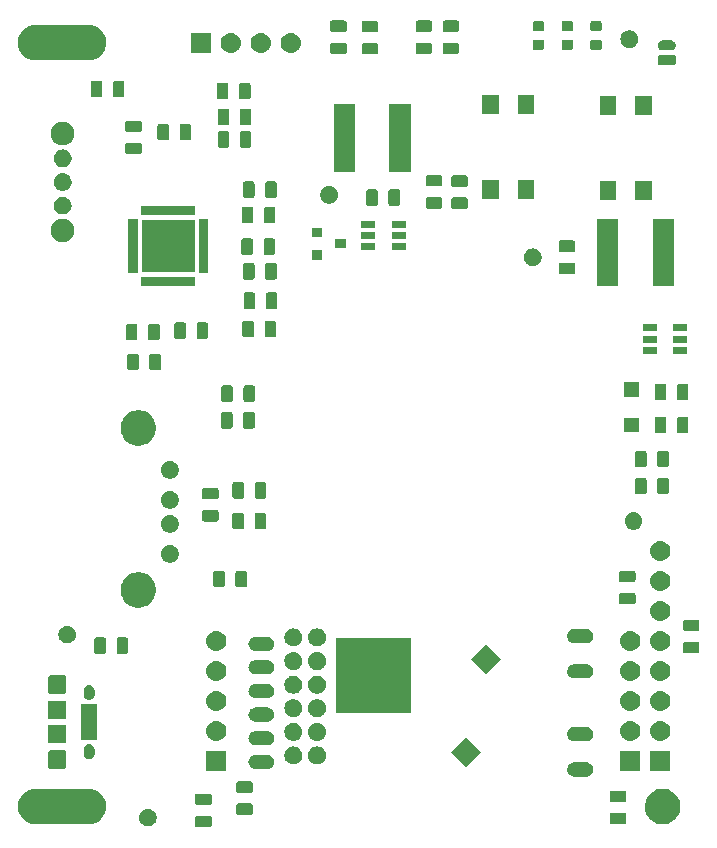
<source format=gbr>
G04 #@! TF.GenerationSoftware,KiCad,Pcbnew,(6.0.0-rc1-dev-1413-ga48e89956)*
G04 #@! TF.CreationDate,2019-11-22T20:47:01-07:00
G04 #@! TF.ProjectId,HAT_ver_6.0,4841545f-7665-4725-9f36-2e302e6b6963,6.0.4*
G04 #@! TF.SameCoordinates,Original*
G04 #@! TF.FileFunction,Soldermask,Top*
G04 #@! TF.FilePolarity,Negative*
%FSLAX46Y46*%
G04 Gerber Fmt 4.6, Leading zero omitted, Abs format (unit mm)*
G04 Created by KiCad (PCBNEW (6.0.0-rc1-dev-1413-ga48e89956)) date Friday, November 22, 2019 at 08:47:01 PM*
%MOMM*%
%LPD*%
G04 APERTURE LIST*
%ADD10C,0.100000*%
G04 APERTURE END LIST*
D10*
G36*
X144190992Y-132049176D02*
G01*
X144224883Y-132059457D01*
X144256111Y-132076148D01*
X144283485Y-132098615D01*
X144305952Y-132125989D01*
X144322643Y-132157217D01*
X144332924Y-132191108D01*
X144337000Y-132232491D01*
X144337000Y-132832709D01*
X144332924Y-132874092D01*
X144322643Y-132907983D01*
X144305952Y-132939211D01*
X144283485Y-132966585D01*
X144256111Y-132989052D01*
X144224883Y-133005743D01*
X144190992Y-133016024D01*
X144149609Y-133020100D01*
X143124391Y-133020100D01*
X143083008Y-133016024D01*
X143049117Y-133005743D01*
X143017889Y-132989052D01*
X142990515Y-132966585D01*
X142968048Y-132939211D01*
X142951357Y-132907983D01*
X142941076Y-132874092D01*
X142937000Y-132832709D01*
X142937000Y-132232491D01*
X142941076Y-132191108D01*
X142951357Y-132157217D01*
X142968048Y-132125989D01*
X142990515Y-132098615D01*
X143017889Y-132076148D01*
X143049117Y-132059457D01*
X143083008Y-132049176D01*
X143124391Y-132045100D01*
X144149609Y-132045100D01*
X144190992Y-132049176D01*
X144190992Y-132049176D01*
G37*
G36*
X139084318Y-131471411D02*
G01*
X139156767Y-131485822D01*
X139213303Y-131509240D01*
X139293257Y-131542358D01*
X139416100Y-131624439D01*
X139520561Y-131728900D01*
X139602642Y-131851743D01*
X139623347Y-131901730D01*
X139654494Y-131976924D01*
X139659178Y-131988234D01*
X139688000Y-132133130D01*
X139688000Y-132280870D01*
X139659178Y-132425766D01*
X139602642Y-132562257D01*
X139520561Y-132685100D01*
X139416100Y-132789561D01*
X139293257Y-132871642D01*
X139213303Y-132904760D01*
X139156767Y-132928178D01*
X139101300Y-132939211D01*
X139011870Y-132957000D01*
X138864130Y-132957000D01*
X138774700Y-132939211D01*
X138719233Y-132928178D01*
X138662697Y-132904760D01*
X138582743Y-132871642D01*
X138459900Y-132789561D01*
X138355439Y-132685100D01*
X138273358Y-132562257D01*
X138216822Y-132425766D01*
X138188000Y-132280870D01*
X138188000Y-132133130D01*
X138216822Y-131988234D01*
X138221507Y-131976924D01*
X138252653Y-131901730D01*
X138273358Y-131851743D01*
X138355439Y-131728900D01*
X138459900Y-131624439D01*
X138582743Y-131542358D01*
X138662697Y-131509240D01*
X138719233Y-131485822D01*
X138791682Y-131471411D01*
X138864130Y-131457000D01*
X139011870Y-131457000D01*
X139084318Y-131471411D01*
X139084318Y-131471411D01*
G37*
G36*
X179293792Y-131797476D02*
G01*
X179327683Y-131807757D01*
X179358911Y-131824448D01*
X179386285Y-131846915D01*
X179408752Y-131874289D01*
X179425443Y-131905517D01*
X179435724Y-131939408D01*
X179439800Y-131980791D01*
X179439800Y-132581009D01*
X179435724Y-132622392D01*
X179425443Y-132656283D01*
X179408752Y-132687511D01*
X179386285Y-132714885D01*
X179358911Y-132737352D01*
X179327683Y-132754043D01*
X179293792Y-132764324D01*
X179252409Y-132768400D01*
X178227191Y-132768400D01*
X178185808Y-132764324D01*
X178151917Y-132754043D01*
X178120689Y-132737352D01*
X178093315Y-132714885D01*
X178070848Y-132687511D01*
X178054157Y-132656283D01*
X178043876Y-132622392D01*
X178039800Y-132581009D01*
X178039800Y-131980791D01*
X178043876Y-131939408D01*
X178054157Y-131905517D01*
X178070848Y-131874289D01*
X178093315Y-131846915D01*
X178120689Y-131824448D01*
X178151917Y-131807757D01*
X178185808Y-131797476D01*
X178227191Y-131793400D01*
X179252409Y-131793400D01*
X179293792Y-131797476D01*
X179293792Y-131797476D01*
G37*
G36*
X182865335Y-129805629D02*
G01*
X182961934Y-129824844D01*
X183154960Y-129904798D01*
X183232593Y-129936954D01*
X183234917Y-129937917D01*
X183324343Y-129997670D01*
X183480597Y-130102076D01*
X183689524Y-130311003D01*
X183689526Y-130311006D01*
X183853683Y-130556683D01*
X183966756Y-130829666D01*
X183975743Y-130874846D01*
X184024400Y-131119461D01*
X184024400Y-131414939D01*
X183985971Y-131608135D01*
X183966756Y-131704734D01*
X183898763Y-131868883D01*
X183854012Y-131976924D01*
X183853683Y-131977717D01*
X183772901Y-132098615D01*
X183689524Y-132223397D01*
X183480597Y-132432324D01*
X183480594Y-132432326D01*
X183234917Y-132596483D01*
X182961934Y-132709556D01*
X182872623Y-132727321D01*
X182672139Y-132767200D01*
X182376661Y-132767200D01*
X182176177Y-132727321D01*
X182086866Y-132709556D01*
X181813883Y-132596483D01*
X181568206Y-132432326D01*
X181568203Y-132432324D01*
X181359276Y-132223397D01*
X181275899Y-132098615D01*
X181195117Y-131977717D01*
X181194789Y-131976924D01*
X181150037Y-131868883D01*
X181082044Y-131704734D01*
X181062829Y-131608135D01*
X181024400Y-131414939D01*
X181024400Y-131119461D01*
X181073057Y-130874846D01*
X181082044Y-130829666D01*
X181195117Y-130556683D01*
X181359274Y-130311006D01*
X181359276Y-130311003D01*
X181568203Y-130102076D01*
X181724457Y-129997670D01*
X181813883Y-129937917D01*
X181816208Y-129936954D01*
X181893840Y-129904798D01*
X182086866Y-129824844D01*
X182183465Y-129805629D01*
X182376661Y-129767200D01*
X182672139Y-129767200D01*
X182865335Y-129805629D01*
X182865335Y-129805629D01*
G37*
G36*
X134217648Y-129788904D02*
G01*
X134217651Y-129788905D01*
X134500402Y-129874676D01*
X134500404Y-129874677D01*
X134760989Y-130013963D01*
X134989392Y-130201408D01*
X135176837Y-130429811D01*
X135176838Y-130429813D01*
X135316124Y-130690398D01*
X135361470Y-130839885D01*
X135401896Y-130973152D01*
X135430857Y-131267200D01*
X135401896Y-131561248D01*
X135401895Y-131561251D01*
X135319013Y-131834479D01*
X135316123Y-131844004D01*
X135176837Y-132104589D01*
X134989392Y-132332992D01*
X134760989Y-132520437D01*
X134682748Y-132562258D01*
X134500402Y-132659724D01*
X134318559Y-132714885D01*
X134217648Y-132745496D01*
X133997284Y-132767200D01*
X129349916Y-132767200D01*
X129129552Y-132745496D01*
X129028641Y-132714885D01*
X128846798Y-132659724D01*
X128664452Y-132562258D01*
X128586211Y-132520437D01*
X128357808Y-132332992D01*
X128170363Y-132104589D01*
X128031077Y-131844004D01*
X128028188Y-131834479D01*
X127945305Y-131561251D01*
X127945304Y-131561248D01*
X127916343Y-131267200D01*
X127945304Y-130973152D01*
X127985730Y-130839885D01*
X128031076Y-130690398D01*
X128170362Y-130429813D01*
X128170363Y-130429811D01*
X128357808Y-130201408D01*
X128586211Y-130013963D01*
X128846796Y-129874677D01*
X128846798Y-129874676D01*
X129129549Y-129788905D01*
X129129552Y-129788904D01*
X129349916Y-129767200D01*
X133997284Y-129767200D01*
X134217648Y-129788904D01*
X134217648Y-129788904D01*
G37*
G36*
X147670792Y-131010076D02*
G01*
X147704683Y-131020357D01*
X147735911Y-131037048D01*
X147763285Y-131059515D01*
X147785752Y-131086889D01*
X147802443Y-131118117D01*
X147812724Y-131152008D01*
X147816800Y-131193391D01*
X147816800Y-131793609D01*
X147812724Y-131834992D01*
X147802443Y-131868883D01*
X147785752Y-131900111D01*
X147763285Y-131927485D01*
X147735911Y-131949952D01*
X147704683Y-131966643D01*
X147670792Y-131976924D01*
X147629409Y-131981000D01*
X146604191Y-131981000D01*
X146562808Y-131976924D01*
X146528917Y-131966643D01*
X146497689Y-131949952D01*
X146470315Y-131927485D01*
X146447848Y-131900111D01*
X146431157Y-131868883D01*
X146420876Y-131834992D01*
X146416800Y-131793609D01*
X146416800Y-131193391D01*
X146420876Y-131152008D01*
X146431157Y-131118117D01*
X146447848Y-131086889D01*
X146470315Y-131059515D01*
X146497689Y-131037048D01*
X146528917Y-131020357D01*
X146562808Y-131010076D01*
X146604191Y-131006000D01*
X147629409Y-131006000D01*
X147670792Y-131010076D01*
X147670792Y-131010076D01*
G37*
G36*
X144190992Y-130174176D02*
G01*
X144224883Y-130184457D01*
X144256111Y-130201148D01*
X144283485Y-130223615D01*
X144305952Y-130250989D01*
X144322643Y-130282217D01*
X144332924Y-130316108D01*
X144337000Y-130357491D01*
X144337000Y-130957709D01*
X144332924Y-130999092D01*
X144322643Y-131032983D01*
X144305952Y-131064211D01*
X144283485Y-131091585D01*
X144256111Y-131114052D01*
X144224883Y-131130743D01*
X144190992Y-131141024D01*
X144149609Y-131145100D01*
X143124391Y-131145100D01*
X143083008Y-131141024D01*
X143049117Y-131130743D01*
X143017889Y-131114052D01*
X142990515Y-131091585D01*
X142968048Y-131064211D01*
X142951357Y-131032983D01*
X142941076Y-130999092D01*
X142937000Y-130957709D01*
X142937000Y-130357491D01*
X142941076Y-130316108D01*
X142951357Y-130282217D01*
X142968048Y-130250989D01*
X142990515Y-130223615D01*
X143017889Y-130201148D01*
X143049117Y-130184457D01*
X143083008Y-130174176D01*
X143124391Y-130170100D01*
X144149609Y-130170100D01*
X144190992Y-130174176D01*
X144190992Y-130174176D01*
G37*
G36*
X179293792Y-129922476D02*
G01*
X179327683Y-129932757D01*
X179358911Y-129949448D01*
X179386285Y-129971915D01*
X179408752Y-129999289D01*
X179425443Y-130030517D01*
X179435724Y-130064408D01*
X179439800Y-130105791D01*
X179439800Y-130706009D01*
X179435724Y-130747392D01*
X179425443Y-130781283D01*
X179408752Y-130812511D01*
X179386285Y-130839885D01*
X179358911Y-130862352D01*
X179327683Y-130879043D01*
X179293792Y-130889324D01*
X179252409Y-130893400D01*
X178227191Y-130893400D01*
X178185808Y-130889324D01*
X178151917Y-130879043D01*
X178120689Y-130862352D01*
X178093315Y-130839885D01*
X178070848Y-130812511D01*
X178054157Y-130781283D01*
X178043876Y-130747392D01*
X178039800Y-130706009D01*
X178039800Y-130105791D01*
X178043876Y-130064408D01*
X178054157Y-130030517D01*
X178070848Y-129999289D01*
X178093315Y-129971915D01*
X178120689Y-129949448D01*
X178151917Y-129932757D01*
X178185808Y-129922476D01*
X178227191Y-129918400D01*
X179252409Y-129918400D01*
X179293792Y-129922476D01*
X179293792Y-129922476D01*
G37*
G36*
X147670792Y-129135076D02*
G01*
X147704683Y-129145357D01*
X147735911Y-129162048D01*
X147763285Y-129184515D01*
X147785752Y-129211889D01*
X147802443Y-129243117D01*
X147812724Y-129277008D01*
X147816800Y-129318391D01*
X147816800Y-129918609D01*
X147812724Y-129959992D01*
X147802443Y-129993883D01*
X147785752Y-130025111D01*
X147763285Y-130052485D01*
X147735911Y-130074952D01*
X147704683Y-130091643D01*
X147670792Y-130101924D01*
X147629409Y-130106000D01*
X146604191Y-130106000D01*
X146562808Y-130101924D01*
X146528917Y-130091643D01*
X146497689Y-130074952D01*
X146470315Y-130052485D01*
X146447848Y-130025111D01*
X146431157Y-129993883D01*
X146420876Y-129959992D01*
X146416800Y-129918609D01*
X146416800Y-129318391D01*
X146420876Y-129277008D01*
X146431157Y-129243117D01*
X146447848Y-129211889D01*
X146470315Y-129184515D01*
X146497689Y-129162048D01*
X146528917Y-129145357D01*
X146562808Y-129135076D01*
X146604191Y-129131000D01*
X147629409Y-129131000D01*
X147670792Y-129135076D01*
X147670792Y-129135076D01*
G37*
G36*
X176169621Y-127537482D02*
G01*
X176282721Y-127571790D01*
X176386955Y-127627504D01*
X176478317Y-127702483D01*
X176553296Y-127793845D01*
X176609010Y-127898079D01*
X176643318Y-128011179D01*
X176654903Y-128128800D01*
X176643318Y-128246421D01*
X176609010Y-128359521D01*
X176553296Y-128463755D01*
X176478317Y-128555117D01*
X176386955Y-128630096D01*
X176282721Y-128685810D01*
X176169621Y-128720118D01*
X176081474Y-128728800D01*
X175022526Y-128728800D01*
X174934379Y-128720118D01*
X174821279Y-128685810D01*
X174717045Y-128630096D01*
X174625683Y-128555117D01*
X174550704Y-128463755D01*
X174494990Y-128359521D01*
X174460682Y-128246421D01*
X174449097Y-128128800D01*
X174460682Y-128011179D01*
X174494990Y-127898079D01*
X174550704Y-127793845D01*
X174625683Y-127702483D01*
X174717045Y-127627504D01*
X174821279Y-127571790D01*
X174934379Y-127537482D01*
X175022526Y-127528800D01*
X176081474Y-127528800D01*
X176169621Y-127537482D01*
X176169621Y-127537482D01*
G37*
G36*
X183171200Y-128272000D02*
G01*
X181471200Y-128272000D01*
X181471200Y-126572000D01*
X183171200Y-126572000D01*
X183171200Y-128272000D01*
X183171200Y-128272000D01*
G37*
G36*
X145579200Y-128272000D02*
G01*
X143879200Y-128272000D01*
X143879200Y-126572000D01*
X145579200Y-126572000D01*
X145579200Y-128272000D01*
X145579200Y-128272000D01*
G37*
G36*
X180631200Y-128272000D02*
G01*
X178931200Y-128272000D01*
X178931200Y-126572000D01*
X180631200Y-126572000D01*
X180631200Y-128272000D01*
X180631200Y-128272000D01*
G37*
G36*
X131780486Y-126470638D02*
G01*
X131841342Y-126489098D01*
X131897426Y-126519076D01*
X131946582Y-126559418D01*
X131986924Y-126608574D01*
X132016902Y-126664658D01*
X132035362Y-126725514D01*
X132042200Y-126794941D01*
X132042200Y-127782659D01*
X132035362Y-127852086D01*
X132016902Y-127912942D01*
X131986924Y-127969026D01*
X131946582Y-128018182D01*
X131897426Y-128058524D01*
X131841342Y-128088502D01*
X131780486Y-128106962D01*
X131711059Y-128113800D01*
X130823341Y-128113800D01*
X130753914Y-128106962D01*
X130693058Y-128088502D01*
X130636974Y-128058524D01*
X130587818Y-128018182D01*
X130547476Y-127969026D01*
X130517498Y-127912942D01*
X130499038Y-127852086D01*
X130492200Y-127782659D01*
X130492200Y-126794941D01*
X130499038Y-126725514D01*
X130517498Y-126664658D01*
X130547476Y-126608574D01*
X130587818Y-126559418D01*
X130636974Y-126519076D01*
X130693058Y-126489098D01*
X130753914Y-126470638D01*
X130823341Y-126463800D01*
X131711059Y-126463800D01*
X131780486Y-126470638D01*
X131780486Y-126470638D01*
G37*
G36*
X149169621Y-126887482D02*
G01*
X149282721Y-126921790D01*
X149386955Y-126977504D01*
X149478317Y-127052483D01*
X149553296Y-127143845D01*
X149609010Y-127248079D01*
X149643318Y-127361179D01*
X149654903Y-127478800D01*
X149643318Y-127596421D01*
X149609010Y-127709521D01*
X149553296Y-127813755D01*
X149478317Y-127905117D01*
X149386955Y-127980096D01*
X149282721Y-128035810D01*
X149169621Y-128070118D01*
X149081474Y-128078800D01*
X148022526Y-128078800D01*
X147934379Y-128070118D01*
X147821279Y-128035810D01*
X147717045Y-127980096D01*
X147625683Y-127905117D01*
X147550704Y-127813755D01*
X147494990Y-127709521D01*
X147460682Y-127596421D01*
X147449097Y-127478800D01*
X147460682Y-127361179D01*
X147494990Y-127248079D01*
X147550704Y-127143845D01*
X147625683Y-127052483D01*
X147717045Y-126977504D01*
X147821279Y-126921790D01*
X147934379Y-126887482D01*
X148022526Y-126878800D01*
X149081474Y-126878800D01*
X149169621Y-126887482D01*
X149169621Y-126887482D01*
G37*
G36*
X167124793Y-126678800D02*
G01*
X165852000Y-127951593D01*
X164579207Y-126678800D01*
X165852000Y-125406007D01*
X167124793Y-126678800D01*
X167124793Y-126678800D01*
G37*
G36*
X153434306Y-126198627D02*
G01*
X153485867Y-126208883D01*
X153624542Y-126266324D01*
X153749350Y-126349718D01*
X153855482Y-126455850D01*
X153855484Y-126455853D01*
X153938876Y-126580658D01*
X153989556Y-126703010D01*
X153996317Y-126719334D01*
X154025600Y-126866548D01*
X154025600Y-127016652D01*
X154018472Y-127052484D01*
X153996317Y-127163867D01*
X153964327Y-127241098D01*
X153938876Y-127302542D01*
X153855482Y-127427350D01*
X153749350Y-127533482D01*
X153655158Y-127596419D01*
X153624542Y-127616876D01*
X153485867Y-127674317D01*
X153436795Y-127684078D01*
X153338652Y-127703600D01*
X153188548Y-127703600D01*
X153090405Y-127684078D01*
X153041333Y-127674317D01*
X152902658Y-127616876D01*
X152872042Y-127596419D01*
X152777850Y-127533482D01*
X152671718Y-127427350D01*
X152588324Y-127302542D01*
X152562873Y-127241098D01*
X152530883Y-127163867D01*
X152508728Y-127052484D01*
X152501600Y-127016652D01*
X152501600Y-126866548D01*
X152530883Y-126719334D01*
X152537645Y-126703010D01*
X152588324Y-126580658D01*
X152671716Y-126455853D01*
X152671718Y-126455850D01*
X152777850Y-126349718D01*
X152902658Y-126266324D01*
X153041333Y-126208883D01*
X153092894Y-126198627D01*
X153188548Y-126179600D01*
X153338652Y-126179600D01*
X153434306Y-126198627D01*
X153434306Y-126198627D01*
G37*
G36*
X151434306Y-126198627D02*
G01*
X151485867Y-126208883D01*
X151624542Y-126266324D01*
X151749350Y-126349718D01*
X151855482Y-126455850D01*
X151855484Y-126455853D01*
X151938876Y-126580658D01*
X151989556Y-126703010D01*
X151996317Y-126719334D01*
X152025600Y-126866548D01*
X152025600Y-127016652D01*
X152018472Y-127052484D01*
X151996317Y-127163867D01*
X151964327Y-127241098D01*
X151938876Y-127302542D01*
X151855482Y-127427350D01*
X151749350Y-127533482D01*
X151655158Y-127596419D01*
X151624542Y-127616876D01*
X151485867Y-127674317D01*
X151436795Y-127684078D01*
X151338652Y-127703600D01*
X151188548Y-127703600D01*
X151090405Y-127684078D01*
X151041333Y-127674317D01*
X150902658Y-127616876D01*
X150872042Y-127596419D01*
X150777850Y-127533482D01*
X150671718Y-127427350D01*
X150588324Y-127302542D01*
X150562873Y-127241098D01*
X150530883Y-127163867D01*
X150508728Y-127052484D01*
X150501600Y-127016652D01*
X150501600Y-126866548D01*
X150530883Y-126719334D01*
X150537645Y-126703010D01*
X150588324Y-126580658D01*
X150671716Y-126455853D01*
X150671718Y-126455850D01*
X150777850Y-126349718D01*
X150902658Y-126266324D01*
X151041333Y-126208883D01*
X151092894Y-126198627D01*
X151188548Y-126179600D01*
X151338652Y-126179600D01*
X151434306Y-126198627D01*
X151434306Y-126198627D01*
G37*
G36*
X134060315Y-125995673D02*
G01*
X134112880Y-126011618D01*
X134149857Y-126022835D01*
X134232368Y-126066938D01*
X134232369Y-126066939D01*
X134232373Y-126066941D01*
X134304701Y-126126299D01*
X134304702Y-126126301D01*
X134304704Y-126126302D01*
X134364060Y-126198627D01*
X134408165Y-126281142D01*
X134419382Y-126318119D01*
X134435327Y-126370684D01*
X134442200Y-126440468D01*
X134442200Y-126787132D01*
X134435327Y-126856916D01*
X134426055Y-126887482D01*
X134408165Y-126946458D01*
X134364060Y-127028973D01*
X134304701Y-127101301D01*
X134232373Y-127160660D01*
X134149858Y-127204765D01*
X134112881Y-127215982D01*
X134060316Y-127231927D01*
X133967200Y-127241098D01*
X133874085Y-127231927D01*
X133821520Y-127215982D01*
X133784543Y-127204765D01*
X133702028Y-127160660D01*
X133629700Y-127101301D01*
X133570342Y-127028974D01*
X133526234Y-126946455D01*
X133499073Y-126856915D01*
X133492200Y-126787133D01*
X133492200Y-126440468D01*
X133499073Y-126370686D01*
X133499074Y-126370684D01*
X133526234Y-126281147D01*
X133526235Y-126281143D01*
X133570338Y-126198632D01*
X133570339Y-126198631D01*
X133570341Y-126198627D01*
X133629699Y-126126299D01*
X133629701Y-126126298D01*
X133629702Y-126126296D01*
X133702027Y-126066940D01*
X133784542Y-126022835D01*
X133821519Y-126011618D01*
X133874084Y-125995673D01*
X133967200Y-125986502D01*
X134060315Y-125995673D01*
X134060315Y-125995673D01*
G37*
G36*
X149169621Y-124887482D02*
G01*
X149282721Y-124921790D01*
X149386955Y-124977504D01*
X149478317Y-125052483D01*
X149553296Y-125143845D01*
X149609010Y-125248079D01*
X149643318Y-125361179D01*
X149654903Y-125478800D01*
X149643318Y-125596421D01*
X149609010Y-125709521D01*
X149553296Y-125813755D01*
X149478317Y-125905117D01*
X149386955Y-125980096D01*
X149282721Y-126035810D01*
X149169621Y-126070118D01*
X149081474Y-126078800D01*
X148022526Y-126078800D01*
X147934379Y-126070118D01*
X147821279Y-126035810D01*
X147717045Y-125980096D01*
X147625683Y-125905117D01*
X147550704Y-125813755D01*
X147494990Y-125709521D01*
X147460682Y-125596421D01*
X147449097Y-125478800D01*
X147460682Y-125361179D01*
X147494990Y-125248079D01*
X147550704Y-125143845D01*
X147625683Y-125052483D01*
X147717045Y-124977504D01*
X147821279Y-124921790D01*
X147934379Y-124887482D01*
X148022526Y-124878800D01*
X149081474Y-124878800D01*
X149169621Y-124887482D01*
X149169621Y-124887482D01*
G37*
G36*
X132042200Y-125863800D02*
G01*
X130492200Y-125863800D01*
X130492200Y-124363800D01*
X132042200Y-124363800D01*
X132042200Y-125863800D01*
X132042200Y-125863800D01*
G37*
G36*
X179947830Y-124044299D02*
G01*
X180108055Y-124092903D01*
X180255720Y-124171831D01*
X180385149Y-124278051D01*
X180491369Y-124407480D01*
X180570297Y-124555145D01*
X180618901Y-124715370D01*
X180635312Y-124882000D01*
X180618901Y-125048630D01*
X180570297Y-125208855D01*
X180491369Y-125356520D01*
X180385149Y-125485949D01*
X180255720Y-125592169D01*
X180108055Y-125671097D01*
X179947830Y-125719701D01*
X179822952Y-125732000D01*
X179739448Y-125732000D01*
X179614570Y-125719701D01*
X179454345Y-125671097D01*
X179306680Y-125592169D01*
X179177251Y-125485949D01*
X179071031Y-125356520D01*
X178992103Y-125208855D01*
X178943499Y-125048630D01*
X178927088Y-124882000D01*
X178943499Y-124715370D01*
X178992103Y-124555145D01*
X179071031Y-124407480D01*
X179177251Y-124278051D01*
X179306680Y-124171831D01*
X179454345Y-124092903D01*
X179614570Y-124044299D01*
X179739448Y-124032000D01*
X179822952Y-124032000D01*
X179947830Y-124044299D01*
X179947830Y-124044299D01*
G37*
G36*
X144895830Y-124044299D02*
G01*
X145056055Y-124092903D01*
X145203720Y-124171831D01*
X145333149Y-124278051D01*
X145439369Y-124407480D01*
X145518297Y-124555145D01*
X145566901Y-124715370D01*
X145583312Y-124882000D01*
X145566901Y-125048630D01*
X145518297Y-125208855D01*
X145439369Y-125356520D01*
X145333149Y-125485949D01*
X145203720Y-125592169D01*
X145056055Y-125671097D01*
X144895830Y-125719701D01*
X144770952Y-125732000D01*
X144687448Y-125732000D01*
X144562570Y-125719701D01*
X144402345Y-125671097D01*
X144254680Y-125592169D01*
X144125251Y-125485949D01*
X144019031Y-125356520D01*
X143940103Y-125208855D01*
X143891499Y-125048630D01*
X143875088Y-124882000D01*
X143891499Y-124715370D01*
X143940103Y-124555145D01*
X144019031Y-124407480D01*
X144125251Y-124278051D01*
X144254680Y-124171831D01*
X144402345Y-124092903D01*
X144562570Y-124044299D01*
X144687448Y-124032000D01*
X144770952Y-124032000D01*
X144895830Y-124044299D01*
X144895830Y-124044299D01*
G37*
G36*
X182487830Y-124044299D02*
G01*
X182648055Y-124092903D01*
X182795720Y-124171831D01*
X182925149Y-124278051D01*
X183031369Y-124407480D01*
X183110297Y-124555145D01*
X183158901Y-124715370D01*
X183175312Y-124882000D01*
X183158901Y-125048630D01*
X183110297Y-125208855D01*
X183031369Y-125356520D01*
X182925149Y-125485949D01*
X182795720Y-125592169D01*
X182648055Y-125671097D01*
X182487830Y-125719701D01*
X182362952Y-125732000D01*
X182279448Y-125732000D01*
X182154570Y-125719701D01*
X181994345Y-125671097D01*
X181846680Y-125592169D01*
X181717251Y-125485949D01*
X181611031Y-125356520D01*
X181532103Y-125208855D01*
X181483499Y-125048630D01*
X181467088Y-124882000D01*
X181483499Y-124715370D01*
X181532103Y-124555145D01*
X181611031Y-124407480D01*
X181717251Y-124278051D01*
X181846680Y-124171831D01*
X181994345Y-124092903D01*
X182154570Y-124044299D01*
X182279448Y-124032000D01*
X182362952Y-124032000D01*
X182487830Y-124044299D01*
X182487830Y-124044299D01*
G37*
G36*
X176169621Y-124537482D02*
G01*
X176282721Y-124571790D01*
X176386955Y-124627504D01*
X176478317Y-124702483D01*
X176553296Y-124793845D01*
X176609010Y-124898079D01*
X176643318Y-125011179D01*
X176654903Y-125128800D01*
X176643318Y-125246421D01*
X176609010Y-125359521D01*
X176553296Y-125463755D01*
X176478317Y-125555117D01*
X176386955Y-125630096D01*
X176282721Y-125685810D01*
X176169621Y-125720118D01*
X176081474Y-125728800D01*
X175022526Y-125728800D01*
X174934379Y-125720118D01*
X174821279Y-125685810D01*
X174717045Y-125630096D01*
X174625683Y-125555117D01*
X174550704Y-125463755D01*
X174494990Y-125359521D01*
X174460682Y-125246421D01*
X174449097Y-125128800D01*
X174460682Y-125011179D01*
X174494990Y-124898079D01*
X174550704Y-124793845D01*
X174625683Y-124702483D01*
X174717045Y-124627504D01*
X174821279Y-124571790D01*
X174934379Y-124537482D01*
X175022526Y-124528800D01*
X176081474Y-124528800D01*
X176169621Y-124537482D01*
X176169621Y-124537482D01*
G37*
G36*
X151436795Y-124199122D02*
G01*
X151485867Y-124208883D01*
X151624542Y-124266324D01*
X151749350Y-124349718D01*
X151855482Y-124455850D01*
X151855484Y-124455853D01*
X151938876Y-124580658D01*
X151994676Y-124715371D01*
X151996317Y-124719334D01*
X152025600Y-124866548D01*
X152025600Y-125016652D01*
X152018472Y-125052484D01*
X152000300Y-125143845D01*
X151996317Y-125163866D01*
X151938876Y-125302542D01*
X151855482Y-125427350D01*
X151749350Y-125533482D01*
X151749347Y-125533484D01*
X151624542Y-125616876D01*
X151485867Y-125674317D01*
X151436795Y-125684078D01*
X151338652Y-125703600D01*
X151188548Y-125703600D01*
X151090405Y-125684078D01*
X151041333Y-125674317D01*
X150902658Y-125616876D01*
X150777853Y-125533484D01*
X150777850Y-125533482D01*
X150671718Y-125427350D01*
X150588324Y-125302542D01*
X150530883Y-125163866D01*
X150526901Y-125143845D01*
X150508728Y-125052484D01*
X150501600Y-125016652D01*
X150501600Y-124866548D01*
X150530883Y-124719334D01*
X150532525Y-124715371D01*
X150588324Y-124580658D01*
X150671716Y-124455853D01*
X150671718Y-124455850D01*
X150777850Y-124349718D01*
X150902658Y-124266324D01*
X151041333Y-124208883D01*
X151090405Y-124199122D01*
X151188548Y-124179600D01*
X151338652Y-124179600D01*
X151436795Y-124199122D01*
X151436795Y-124199122D01*
G37*
G36*
X153436795Y-124199122D02*
G01*
X153485867Y-124208883D01*
X153624542Y-124266324D01*
X153749350Y-124349718D01*
X153855482Y-124455850D01*
X153855484Y-124455853D01*
X153938876Y-124580658D01*
X153994676Y-124715371D01*
X153996317Y-124719334D01*
X154025600Y-124866548D01*
X154025600Y-125016652D01*
X154018472Y-125052484D01*
X154000300Y-125143845D01*
X153996317Y-125163866D01*
X153938876Y-125302542D01*
X153855482Y-125427350D01*
X153749350Y-125533482D01*
X153749347Y-125533484D01*
X153624542Y-125616876D01*
X153485867Y-125674317D01*
X153436795Y-125684078D01*
X153338652Y-125703600D01*
X153188548Y-125703600D01*
X153090405Y-125684078D01*
X153041333Y-125674317D01*
X152902658Y-125616876D01*
X152777853Y-125533484D01*
X152777850Y-125533482D01*
X152671718Y-125427350D01*
X152588324Y-125302542D01*
X152530883Y-125163866D01*
X152526901Y-125143845D01*
X152508728Y-125052484D01*
X152501600Y-125016652D01*
X152501600Y-124866548D01*
X152530883Y-124719334D01*
X152532525Y-124715371D01*
X152588324Y-124580658D01*
X152671716Y-124455853D01*
X152671718Y-124455850D01*
X152777850Y-124349718D01*
X152902658Y-124266324D01*
X153041333Y-124208883D01*
X153090405Y-124199122D01*
X153188548Y-124179600D01*
X153338652Y-124179600D01*
X153436795Y-124199122D01*
X153436795Y-124199122D01*
G37*
G36*
X134657200Y-125638800D02*
G01*
X133277200Y-125638800D01*
X133277200Y-122588800D01*
X134657200Y-122588800D01*
X134657200Y-125638800D01*
X134657200Y-125638800D01*
G37*
G36*
X149169621Y-122887482D02*
G01*
X149282721Y-122921790D01*
X149386955Y-122977504D01*
X149478317Y-123052483D01*
X149553296Y-123143845D01*
X149609010Y-123248079D01*
X149643318Y-123361179D01*
X149654903Y-123478800D01*
X149643318Y-123596421D01*
X149609010Y-123709521D01*
X149553296Y-123813755D01*
X149478317Y-123905117D01*
X149386955Y-123980096D01*
X149282721Y-124035810D01*
X149169621Y-124070118D01*
X149081474Y-124078800D01*
X148022526Y-124078800D01*
X147934379Y-124070118D01*
X147821279Y-124035810D01*
X147717045Y-123980096D01*
X147625683Y-123905117D01*
X147550704Y-123813755D01*
X147494990Y-123709521D01*
X147460682Y-123596421D01*
X147449097Y-123478800D01*
X147460682Y-123361179D01*
X147494990Y-123248079D01*
X147550704Y-123143845D01*
X147625683Y-123052483D01*
X147717045Y-122977504D01*
X147821279Y-122921790D01*
X147934379Y-122887482D01*
X148022526Y-122878800D01*
X149081474Y-122878800D01*
X149169621Y-122887482D01*
X149169621Y-122887482D01*
G37*
G36*
X132042200Y-123863800D02*
G01*
X130492200Y-123863800D01*
X130492200Y-122363800D01*
X132042200Y-122363800D01*
X132042200Y-123863800D01*
X132042200Y-123863800D01*
G37*
G36*
X151436795Y-122199122D02*
G01*
X151485867Y-122208883D01*
X151541500Y-122231927D01*
X151624542Y-122266324D01*
X151749350Y-122349718D01*
X151855482Y-122455850D01*
X151855484Y-122455853D01*
X151938876Y-122580658D01*
X151942249Y-122588800D01*
X151996317Y-122719334D01*
X152025600Y-122866548D01*
X152025600Y-123016652D01*
X152018472Y-123052484D01*
X151996317Y-123163867D01*
X151989758Y-123179701D01*
X151938876Y-123302542D01*
X151855482Y-123427350D01*
X151749350Y-123533482D01*
X151749347Y-123533484D01*
X151624542Y-123616876D01*
X151485867Y-123674317D01*
X151436795Y-123684078D01*
X151338652Y-123703600D01*
X151188548Y-123703600D01*
X151090405Y-123684078D01*
X151041333Y-123674317D01*
X150902658Y-123616876D01*
X150777853Y-123533484D01*
X150777850Y-123533482D01*
X150671718Y-123427350D01*
X150588324Y-123302542D01*
X150537442Y-123179701D01*
X150530883Y-123163867D01*
X150508728Y-123052484D01*
X150501600Y-123016652D01*
X150501600Y-122866548D01*
X150530883Y-122719334D01*
X150584952Y-122588800D01*
X150588324Y-122580658D01*
X150671716Y-122455853D01*
X150671718Y-122455850D01*
X150777850Y-122349718D01*
X150902658Y-122266324D01*
X150985700Y-122231927D01*
X151041333Y-122208883D01*
X151090405Y-122199122D01*
X151188548Y-122179600D01*
X151338652Y-122179600D01*
X151436795Y-122199122D01*
X151436795Y-122199122D01*
G37*
G36*
X153436795Y-122199122D02*
G01*
X153485867Y-122208883D01*
X153541500Y-122231927D01*
X153624542Y-122266324D01*
X153749350Y-122349718D01*
X153855482Y-122455850D01*
X153855484Y-122455853D01*
X153938876Y-122580658D01*
X153942249Y-122588800D01*
X153996317Y-122719334D01*
X154025600Y-122866548D01*
X154025600Y-123016652D01*
X154018472Y-123052484D01*
X153996317Y-123163867D01*
X153989758Y-123179701D01*
X153938876Y-123302542D01*
X153855482Y-123427350D01*
X153749350Y-123533482D01*
X153749347Y-123533484D01*
X153624542Y-123616876D01*
X153485867Y-123674317D01*
X153436795Y-123684078D01*
X153338652Y-123703600D01*
X153188548Y-123703600D01*
X153090405Y-123684078D01*
X153041333Y-123674317D01*
X152902658Y-123616876D01*
X152777853Y-123533484D01*
X152777850Y-123533482D01*
X152671718Y-123427350D01*
X152588324Y-123302542D01*
X152537442Y-123179701D01*
X152530883Y-123163867D01*
X152508728Y-123052484D01*
X152501600Y-123016652D01*
X152501600Y-122866548D01*
X152530883Y-122719334D01*
X152584952Y-122588800D01*
X152588324Y-122580658D01*
X152671716Y-122455853D01*
X152671718Y-122455850D01*
X152777850Y-122349718D01*
X152902658Y-122266324D01*
X152985700Y-122231927D01*
X153041333Y-122208883D01*
X153090405Y-122199122D01*
X153188548Y-122179600D01*
X153338652Y-122179600D01*
X153436795Y-122199122D01*
X153436795Y-122199122D01*
G37*
G36*
X161252000Y-123378800D02*
G01*
X154852000Y-123378800D01*
X154852000Y-116978800D01*
X161252000Y-116978800D01*
X161252000Y-123378800D01*
X161252000Y-123378800D01*
G37*
G36*
X182487830Y-121504299D02*
G01*
X182648055Y-121552903D01*
X182795720Y-121631831D01*
X182925149Y-121738051D01*
X183031369Y-121867480D01*
X183110297Y-122015145D01*
X183158901Y-122175370D01*
X183175312Y-122342000D01*
X183158901Y-122508630D01*
X183110297Y-122668855D01*
X183031369Y-122816520D01*
X182925149Y-122945949D01*
X182795720Y-123052169D01*
X182648055Y-123131097D01*
X182487830Y-123179701D01*
X182362952Y-123192000D01*
X182279448Y-123192000D01*
X182154570Y-123179701D01*
X181994345Y-123131097D01*
X181846680Y-123052169D01*
X181717251Y-122945949D01*
X181611031Y-122816520D01*
X181532103Y-122668855D01*
X181483499Y-122508630D01*
X181467088Y-122342000D01*
X181483499Y-122175370D01*
X181532103Y-122015145D01*
X181611031Y-121867480D01*
X181717251Y-121738051D01*
X181846680Y-121631831D01*
X181994345Y-121552903D01*
X182154570Y-121504299D01*
X182279448Y-121492000D01*
X182362952Y-121492000D01*
X182487830Y-121504299D01*
X182487830Y-121504299D01*
G37*
G36*
X179947830Y-121504299D02*
G01*
X180108055Y-121552903D01*
X180255720Y-121631831D01*
X180385149Y-121738051D01*
X180491369Y-121867480D01*
X180570297Y-122015145D01*
X180618901Y-122175370D01*
X180635312Y-122342000D01*
X180618901Y-122508630D01*
X180570297Y-122668855D01*
X180491369Y-122816520D01*
X180385149Y-122945949D01*
X180255720Y-123052169D01*
X180108055Y-123131097D01*
X179947830Y-123179701D01*
X179822952Y-123192000D01*
X179739448Y-123192000D01*
X179614570Y-123179701D01*
X179454345Y-123131097D01*
X179306680Y-123052169D01*
X179177251Y-122945949D01*
X179071031Y-122816520D01*
X178992103Y-122668855D01*
X178943499Y-122508630D01*
X178927088Y-122342000D01*
X178943499Y-122175370D01*
X178992103Y-122015145D01*
X179071031Y-121867480D01*
X179177251Y-121738051D01*
X179306680Y-121631831D01*
X179454345Y-121552903D01*
X179614570Y-121504299D01*
X179739448Y-121492000D01*
X179822952Y-121492000D01*
X179947830Y-121504299D01*
X179947830Y-121504299D01*
G37*
G36*
X144895830Y-121504299D02*
G01*
X145056055Y-121552903D01*
X145203720Y-121631831D01*
X145333149Y-121738051D01*
X145439369Y-121867480D01*
X145518297Y-122015145D01*
X145566901Y-122175370D01*
X145583312Y-122342000D01*
X145566901Y-122508630D01*
X145518297Y-122668855D01*
X145439369Y-122816520D01*
X145333149Y-122945949D01*
X145203720Y-123052169D01*
X145056055Y-123131097D01*
X144895830Y-123179701D01*
X144770952Y-123192000D01*
X144687448Y-123192000D01*
X144562570Y-123179701D01*
X144402345Y-123131097D01*
X144254680Y-123052169D01*
X144125251Y-122945949D01*
X144019031Y-122816520D01*
X143940103Y-122668855D01*
X143891499Y-122508630D01*
X143875088Y-122342000D01*
X143891499Y-122175370D01*
X143940103Y-122015145D01*
X144019031Y-121867480D01*
X144125251Y-121738051D01*
X144254680Y-121631831D01*
X144402345Y-121552903D01*
X144562570Y-121504299D01*
X144687448Y-121492000D01*
X144770952Y-121492000D01*
X144895830Y-121504299D01*
X144895830Y-121504299D01*
G37*
G36*
X134060315Y-120995673D02*
G01*
X134112880Y-121011618D01*
X134149857Y-121022835D01*
X134232368Y-121066938D01*
X134232369Y-121066939D01*
X134232373Y-121066941D01*
X134304701Y-121126299D01*
X134304702Y-121126301D01*
X134304704Y-121126302D01*
X134364060Y-121198627D01*
X134408165Y-121281142D01*
X134414656Y-121302542D01*
X134432444Y-121361179D01*
X134435327Y-121370685D01*
X134442200Y-121440467D01*
X134442200Y-121787132D01*
X134435327Y-121856915D01*
X134408165Y-121946458D01*
X134364060Y-122028973D01*
X134304701Y-122101301D01*
X134232373Y-122160660D01*
X134149858Y-122204765D01*
X134136282Y-122208883D01*
X134060316Y-122231927D01*
X133967200Y-122241098D01*
X133874085Y-122231927D01*
X133798119Y-122208883D01*
X133784543Y-122204765D01*
X133702028Y-122160660D01*
X133629700Y-122101301D01*
X133570342Y-122028974D01*
X133526234Y-121946455D01*
X133499073Y-121856915D01*
X133492200Y-121787133D01*
X133492200Y-121440468D01*
X133499073Y-121370686D01*
X133499074Y-121370684D01*
X133526234Y-121281147D01*
X133526235Y-121281143D01*
X133570338Y-121198632D01*
X133570339Y-121198631D01*
X133570341Y-121198627D01*
X133629699Y-121126299D01*
X133629701Y-121126298D01*
X133629702Y-121126296D01*
X133702027Y-121066940D01*
X133784542Y-121022835D01*
X133821519Y-121011618D01*
X133874084Y-120995673D01*
X133967200Y-120986502D01*
X134060315Y-120995673D01*
X134060315Y-120995673D01*
G37*
G36*
X149169621Y-120887482D02*
G01*
X149282721Y-120921790D01*
X149386955Y-120977504D01*
X149478317Y-121052483D01*
X149553296Y-121143845D01*
X149609010Y-121248079D01*
X149643318Y-121361179D01*
X149654903Y-121478800D01*
X149643318Y-121596421D01*
X149609010Y-121709521D01*
X149553296Y-121813755D01*
X149478317Y-121905117D01*
X149386955Y-121980096D01*
X149282721Y-122035810D01*
X149169621Y-122070118D01*
X149081474Y-122078800D01*
X148022526Y-122078800D01*
X147934379Y-122070118D01*
X147821279Y-122035810D01*
X147717045Y-121980096D01*
X147625683Y-121905117D01*
X147550704Y-121813755D01*
X147494990Y-121709521D01*
X147460682Y-121596421D01*
X147449097Y-121478800D01*
X147460682Y-121361179D01*
X147494990Y-121248079D01*
X147550704Y-121143845D01*
X147625683Y-121052483D01*
X147717045Y-120977504D01*
X147821279Y-120921790D01*
X147934379Y-120887482D01*
X148022526Y-120878800D01*
X149081474Y-120878800D01*
X149169621Y-120887482D01*
X149169621Y-120887482D01*
G37*
G36*
X131780486Y-120120638D02*
G01*
X131841342Y-120139098D01*
X131897426Y-120169076D01*
X131946582Y-120209418D01*
X131986924Y-120258574D01*
X132016902Y-120314658D01*
X132035362Y-120375514D01*
X132042200Y-120444941D01*
X132042200Y-121432659D01*
X132035362Y-121502086D01*
X132016902Y-121562942D01*
X131986924Y-121619026D01*
X131946582Y-121668182D01*
X131897426Y-121708524D01*
X131841342Y-121738502D01*
X131780486Y-121756962D01*
X131711059Y-121763800D01*
X130823341Y-121763800D01*
X130753914Y-121756962D01*
X130693058Y-121738502D01*
X130636974Y-121708524D01*
X130587818Y-121668182D01*
X130547476Y-121619026D01*
X130517498Y-121562942D01*
X130499038Y-121502086D01*
X130492200Y-121432659D01*
X130492200Y-120444941D01*
X130499038Y-120375514D01*
X130517498Y-120314658D01*
X130547476Y-120258574D01*
X130587818Y-120209418D01*
X130636974Y-120169076D01*
X130693058Y-120139098D01*
X130753914Y-120120638D01*
X130823341Y-120113800D01*
X131711059Y-120113800D01*
X131780486Y-120120638D01*
X131780486Y-120120638D01*
G37*
G36*
X153436795Y-120199122D02*
G01*
X153485867Y-120208883D01*
X153597483Y-120255116D01*
X153624542Y-120266324D01*
X153749350Y-120349718D01*
X153855482Y-120455850D01*
X153938876Y-120580658D01*
X153996317Y-120719334D01*
X154025600Y-120866548D01*
X154025600Y-121016652D01*
X154018472Y-121052484D01*
X153996317Y-121163867D01*
X153947738Y-121281147D01*
X153938876Y-121302542D01*
X153855482Y-121427350D01*
X153749350Y-121533482D01*
X153749347Y-121533484D01*
X153624542Y-121616876D01*
X153485867Y-121674317D01*
X153436795Y-121684078D01*
X153338652Y-121703600D01*
X153188548Y-121703600D01*
X153090405Y-121684078D01*
X153041333Y-121674317D01*
X152902658Y-121616876D01*
X152777853Y-121533484D01*
X152777850Y-121533482D01*
X152671718Y-121427350D01*
X152588324Y-121302542D01*
X152579462Y-121281147D01*
X152530883Y-121163867D01*
X152508728Y-121052484D01*
X152501600Y-121016652D01*
X152501600Y-120866548D01*
X152530883Y-120719334D01*
X152588324Y-120580658D01*
X152671718Y-120455850D01*
X152777850Y-120349718D01*
X152902658Y-120266324D01*
X152929717Y-120255116D01*
X153041333Y-120208883D01*
X153090405Y-120199122D01*
X153188548Y-120179600D01*
X153338652Y-120179600D01*
X153436795Y-120199122D01*
X153436795Y-120199122D01*
G37*
G36*
X151436795Y-120199122D02*
G01*
X151485867Y-120208883D01*
X151597483Y-120255116D01*
X151624542Y-120266324D01*
X151749350Y-120349718D01*
X151855482Y-120455850D01*
X151938876Y-120580658D01*
X151996317Y-120719334D01*
X152025600Y-120866548D01*
X152025600Y-121016652D01*
X152018472Y-121052484D01*
X151996317Y-121163867D01*
X151947738Y-121281147D01*
X151938876Y-121302542D01*
X151855482Y-121427350D01*
X151749350Y-121533482D01*
X151749347Y-121533484D01*
X151624542Y-121616876D01*
X151485867Y-121674317D01*
X151436795Y-121684078D01*
X151338652Y-121703600D01*
X151188548Y-121703600D01*
X151090405Y-121684078D01*
X151041333Y-121674317D01*
X150902658Y-121616876D01*
X150777853Y-121533484D01*
X150777850Y-121533482D01*
X150671718Y-121427350D01*
X150588324Y-121302542D01*
X150579462Y-121281147D01*
X150530883Y-121163867D01*
X150508728Y-121052484D01*
X150501600Y-121016652D01*
X150501600Y-120866548D01*
X150530883Y-120719334D01*
X150588324Y-120580658D01*
X150671718Y-120455850D01*
X150777850Y-120349718D01*
X150902658Y-120266324D01*
X150929717Y-120255116D01*
X151041333Y-120208883D01*
X151090405Y-120199122D01*
X151188548Y-120179600D01*
X151338652Y-120179600D01*
X151436795Y-120199122D01*
X151436795Y-120199122D01*
G37*
G36*
X144895830Y-118964299D02*
G01*
X145056055Y-119012903D01*
X145203720Y-119091831D01*
X145333149Y-119198051D01*
X145439369Y-119327480D01*
X145518297Y-119475145D01*
X145566901Y-119635370D01*
X145583312Y-119802000D01*
X145566901Y-119968630D01*
X145518297Y-120128855D01*
X145439369Y-120276520D01*
X145333149Y-120405949D01*
X145203720Y-120512169D01*
X145056055Y-120591097D01*
X144895830Y-120639701D01*
X144770952Y-120652000D01*
X144687448Y-120652000D01*
X144562570Y-120639701D01*
X144402345Y-120591097D01*
X144254680Y-120512169D01*
X144125251Y-120405949D01*
X144019031Y-120276520D01*
X143940103Y-120128855D01*
X143891499Y-119968630D01*
X143875088Y-119802000D01*
X143891499Y-119635370D01*
X143940103Y-119475145D01*
X144019031Y-119327480D01*
X144125251Y-119198051D01*
X144254680Y-119091831D01*
X144402345Y-119012903D01*
X144562570Y-118964299D01*
X144687448Y-118952000D01*
X144770952Y-118952000D01*
X144895830Y-118964299D01*
X144895830Y-118964299D01*
G37*
G36*
X182487830Y-118964299D02*
G01*
X182648055Y-119012903D01*
X182795720Y-119091831D01*
X182925149Y-119198051D01*
X183031369Y-119327480D01*
X183110297Y-119475145D01*
X183158901Y-119635370D01*
X183175312Y-119802000D01*
X183158901Y-119968630D01*
X183110297Y-120128855D01*
X183031369Y-120276520D01*
X182925149Y-120405949D01*
X182795720Y-120512169D01*
X182648055Y-120591097D01*
X182487830Y-120639701D01*
X182362952Y-120652000D01*
X182279448Y-120652000D01*
X182154570Y-120639701D01*
X181994345Y-120591097D01*
X181846680Y-120512169D01*
X181717251Y-120405949D01*
X181611031Y-120276520D01*
X181532103Y-120128855D01*
X181483499Y-119968630D01*
X181467088Y-119802000D01*
X181483499Y-119635370D01*
X181532103Y-119475145D01*
X181611031Y-119327480D01*
X181717251Y-119198051D01*
X181846680Y-119091831D01*
X181994345Y-119012903D01*
X182154570Y-118964299D01*
X182279448Y-118952000D01*
X182362952Y-118952000D01*
X182487830Y-118964299D01*
X182487830Y-118964299D01*
G37*
G36*
X179947830Y-118964299D02*
G01*
X180108055Y-119012903D01*
X180255720Y-119091831D01*
X180385149Y-119198051D01*
X180491369Y-119327480D01*
X180570297Y-119475145D01*
X180618901Y-119635370D01*
X180635312Y-119802000D01*
X180618901Y-119968630D01*
X180570297Y-120128855D01*
X180491369Y-120276520D01*
X180385149Y-120405949D01*
X180255720Y-120512169D01*
X180108055Y-120591097D01*
X179947830Y-120639701D01*
X179822952Y-120652000D01*
X179739448Y-120652000D01*
X179614570Y-120639701D01*
X179454345Y-120591097D01*
X179306680Y-120512169D01*
X179177251Y-120405949D01*
X179071031Y-120276520D01*
X178992103Y-120128855D01*
X178943499Y-119968630D01*
X178927088Y-119802000D01*
X178943499Y-119635370D01*
X178992103Y-119475145D01*
X179071031Y-119327480D01*
X179177251Y-119198051D01*
X179306680Y-119091831D01*
X179454345Y-119012903D01*
X179614570Y-118964299D01*
X179739448Y-118952000D01*
X179822952Y-118952000D01*
X179947830Y-118964299D01*
X179947830Y-118964299D01*
G37*
G36*
X176169621Y-119237482D02*
G01*
X176282721Y-119271790D01*
X176386955Y-119327504D01*
X176478317Y-119402483D01*
X176553296Y-119493845D01*
X176609010Y-119598079D01*
X176643318Y-119711179D01*
X176654903Y-119828800D01*
X176643318Y-119946421D01*
X176609010Y-120059521D01*
X176553296Y-120163755D01*
X176478317Y-120255117D01*
X176386955Y-120330096D01*
X176282721Y-120385810D01*
X176169621Y-120420118D01*
X176081474Y-120428800D01*
X175022526Y-120428800D01*
X174934379Y-120420118D01*
X174821279Y-120385810D01*
X174717045Y-120330096D01*
X174625683Y-120255117D01*
X174550704Y-120163755D01*
X174494990Y-120059521D01*
X174460682Y-119946421D01*
X174449097Y-119828800D01*
X174460682Y-119711179D01*
X174494990Y-119598079D01*
X174550704Y-119493845D01*
X174625683Y-119402483D01*
X174717045Y-119327504D01*
X174821279Y-119271790D01*
X174934379Y-119237482D01*
X175022526Y-119228800D01*
X176081474Y-119228800D01*
X176169621Y-119237482D01*
X176169621Y-119237482D01*
G37*
G36*
X149169621Y-118887482D02*
G01*
X149282721Y-118921790D01*
X149386955Y-118977504D01*
X149478317Y-119052483D01*
X149553296Y-119143845D01*
X149609010Y-119248079D01*
X149643318Y-119361179D01*
X149654903Y-119478800D01*
X149643318Y-119596421D01*
X149609010Y-119709521D01*
X149553296Y-119813755D01*
X149478317Y-119905117D01*
X149386955Y-119980096D01*
X149282721Y-120035810D01*
X149169621Y-120070118D01*
X149081474Y-120078800D01*
X148022526Y-120078800D01*
X147934379Y-120070118D01*
X147821279Y-120035810D01*
X147717045Y-119980096D01*
X147625683Y-119905117D01*
X147550704Y-119813755D01*
X147494990Y-119709521D01*
X147460682Y-119596421D01*
X147449097Y-119478800D01*
X147460682Y-119361179D01*
X147494990Y-119248079D01*
X147550704Y-119143845D01*
X147625683Y-119052483D01*
X147717045Y-118977504D01*
X147821279Y-118921790D01*
X147934379Y-118887482D01*
X148022526Y-118878800D01*
X149081474Y-118878800D01*
X149169621Y-118887482D01*
X149169621Y-118887482D01*
G37*
G36*
X168874793Y-118778800D02*
G01*
X167602000Y-120051593D01*
X166329207Y-118778800D01*
X167602000Y-117506007D01*
X168874793Y-118778800D01*
X168874793Y-118778800D01*
G37*
G36*
X153436795Y-118199122D02*
G01*
X153485867Y-118208883D01*
X153583493Y-118249321D01*
X153624542Y-118266324D01*
X153749350Y-118349718D01*
X153855482Y-118455850D01*
X153938876Y-118580658D01*
X153996317Y-118719334D01*
X154025600Y-118866548D01*
X154025600Y-119016652D01*
X154018472Y-119052484D01*
X153996317Y-119163867D01*
X153982157Y-119198052D01*
X153938876Y-119302542D01*
X153855482Y-119427350D01*
X153749350Y-119533482D01*
X153749347Y-119533484D01*
X153624542Y-119616876D01*
X153485867Y-119674317D01*
X153436795Y-119684078D01*
X153338652Y-119703600D01*
X153188548Y-119703600D01*
X153090405Y-119684078D01*
X153041333Y-119674317D01*
X152902658Y-119616876D01*
X152777853Y-119533484D01*
X152777850Y-119533482D01*
X152671718Y-119427350D01*
X152588324Y-119302542D01*
X152545043Y-119198052D01*
X152530883Y-119163867D01*
X152508728Y-119052484D01*
X152501600Y-119016652D01*
X152501600Y-118866548D01*
X152530883Y-118719334D01*
X152588324Y-118580658D01*
X152671718Y-118455850D01*
X152777850Y-118349718D01*
X152902658Y-118266324D01*
X152943707Y-118249321D01*
X153041333Y-118208883D01*
X153090405Y-118199122D01*
X153188548Y-118179600D01*
X153338652Y-118179600D01*
X153436795Y-118199122D01*
X153436795Y-118199122D01*
G37*
G36*
X151436795Y-118199122D02*
G01*
X151485867Y-118208883D01*
X151583493Y-118249321D01*
X151624542Y-118266324D01*
X151749350Y-118349718D01*
X151855482Y-118455850D01*
X151938876Y-118580658D01*
X151996317Y-118719334D01*
X152025600Y-118866548D01*
X152025600Y-119016652D01*
X152018472Y-119052484D01*
X151996317Y-119163867D01*
X151982157Y-119198052D01*
X151938876Y-119302542D01*
X151855482Y-119427350D01*
X151749350Y-119533482D01*
X151749347Y-119533484D01*
X151624542Y-119616876D01*
X151485867Y-119674317D01*
X151436795Y-119684078D01*
X151338652Y-119703600D01*
X151188548Y-119703600D01*
X151090405Y-119684078D01*
X151041333Y-119674317D01*
X150902658Y-119616876D01*
X150777853Y-119533484D01*
X150777850Y-119533482D01*
X150671718Y-119427350D01*
X150588324Y-119302542D01*
X150545043Y-119198052D01*
X150530883Y-119163867D01*
X150508728Y-119052484D01*
X150501600Y-119016652D01*
X150501600Y-118866548D01*
X150530883Y-118719334D01*
X150588324Y-118580658D01*
X150671718Y-118455850D01*
X150777850Y-118349718D01*
X150902658Y-118266324D01*
X150943707Y-118249321D01*
X151041333Y-118208883D01*
X151090405Y-118199122D01*
X151188548Y-118179600D01*
X151338652Y-118179600D01*
X151436795Y-118199122D01*
X151436795Y-118199122D01*
G37*
G36*
X137120492Y-116956876D02*
G01*
X137154383Y-116967157D01*
X137185611Y-116983848D01*
X137212985Y-117006315D01*
X137235452Y-117033689D01*
X137252143Y-117064917D01*
X137262424Y-117098808D01*
X137266500Y-117140191D01*
X137266500Y-118165409D01*
X137262424Y-118206792D01*
X137252143Y-118240683D01*
X137235452Y-118271911D01*
X137212985Y-118299285D01*
X137185611Y-118321752D01*
X137154383Y-118338443D01*
X137120492Y-118348724D01*
X137079109Y-118352800D01*
X136478891Y-118352800D01*
X136437508Y-118348724D01*
X136403617Y-118338443D01*
X136372389Y-118321752D01*
X136345015Y-118299285D01*
X136322548Y-118271911D01*
X136305857Y-118240683D01*
X136295576Y-118206792D01*
X136291500Y-118165409D01*
X136291500Y-117140191D01*
X136295576Y-117098808D01*
X136305857Y-117064917D01*
X136322548Y-117033689D01*
X136345015Y-117006315D01*
X136372389Y-116983848D01*
X136403617Y-116967157D01*
X136437508Y-116956876D01*
X136478891Y-116952800D01*
X137079109Y-116952800D01*
X137120492Y-116956876D01*
X137120492Y-116956876D01*
G37*
G36*
X135245492Y-116956876D02*
G01*
X135279383Y-116967157D01*
X135310611Y-116983848D01*
X135337985Y-117006315D01*
X135360452Y-117033689D01*
X135377143Y-117064917D01*
X135387424Y-117098808D01*
X135391500Y-117140191D01*
X135391500Y-118165409D01*
X135387424Y-118206792D01*
X135377143Y-118240683D01*
X135360452Y-118271911D01*
X135337985Y-118299285D01*
X135310611Y-118321752D01*
X135279383Y-118338443D01*
X135245492Y-118348724D01*
X135204109Y-118352800D01*
X134603891Y-118352800D01*
X134562508Y-118348724D01*
X134528617Y-118338443D01*
X134497389Y-118321752D01*
X134470015Y-118299285D01*
X134447548Y-118271911D01*
X134430857Y-118240683D01*
X134420576Y-118206792D01*
X134416500Y-118165409D01*
X134416500Y-117140191D01*
X134420576Y-117098808D01*
X134430857Y-117064917D01*
X134447548Y-117033689D01*
X134470015Y-117006315D01*
X134497389Y-116983848D01*
X134528617Y-116967157D01*
X134562508Y-116956876D01*
X134603891Y-116952800D01*
X135204109Y-116952800D01*
X135245492Y-116956876D01*
X135245492Y-116956876D01*
G37*
G36*
X185491392Y-117319476D02*
G01*
X185525283Y-117329757D01*
X185556511Y-117346448D01*
X185583885Y-117368915D01*
X185606352Y-117396289D01*
X185623043Y-117427517D01*
X185633324Y-117461408D01*
X185637400Y-117502791D01*
X185637400Y-118103009D01*
X185633324Y-118144392D01*
X185623043Y-118178283D01*
X185606352Y-118209511D01*
X185583885Y-118236885D01*
X185556511Y-118259352D01*
X185525283Y-118276043D01*
X185491392Y-118286324D01*
X185450009Y-118290400D01*
X184424791Y-118290400D01*
X184383408Y-118286324D01*
X184349517Y-118276043D01*
X184318289Y-118259352D01*
X184290915Y-118236885D01*
X184268448Y-118209511D01*
X184251757Y-118178283D01*
X184241476Y-118144392D01*
X184237400Y-118103009D01*
X184237400Y-117502791D01*
X184241476Y-117461408D01*
X184251757Y-117427517D01*
X184268448Y-117396289D01*
X184290915Y-117368915D01*
X184318289Y-117346448D01*
X184349517Y-117329757D01*
X184383408Y-117319476D01*
X184424791Y-117315400D01*
X185450009Y-117315400D01*
X185491392Y-117319476D01*
X185491392Y-117319476D01*
G37*
G36*
X144895830Y-116424299D02*
G01*
X145056055Y-116472903D01*
X145203720Y-116551831D01*
X145333149Y-116658051D01*
X145439369Y-116787480D01*
X145518297Y-116935145D01*
X145566901Y-117095370D01*
X145583312Y-117262000D01*
X145566901Y-117428630D01*
X145518297Y-117588855D01*
X145439369Y-117736520D01*
X145333149Y-117865949D01*
X145203720Y-117972169D01*
X145056055Y-118051097D01*
X144895830Y-118099701D01*
X144770952Y-118112000D01*
X144687448Y-118112000D01*
X144562570Y-118099701D01*
X144402345Y-118051097D01*
X144254680Y-117972169D01*
X144125251Y-117865949D01*
X144019031Y-117736520D01*
X143940103Y-117588855D01*
X143891499Y-117428630D01*
X143875088Y-117262000D01*
X143891499Y-117095370D01*
X143940103Y-116935145D01*
X144019031Y-116787480D01*
X144125251Y-116658051D01*
X144254680Y-116551831D01*
X144402345Y-116472903D01*
X144562570Y-116424299D01*
X144687448Y-116412000D01*
X144770952Y-116412000D01*
X144895830Y-116424299D01*
X144895830Y-116424299D01*
G37*
G36*
X179947830Y-116424299D02*
G01*
X180108055Y-116472903D01*
X180255720Y-116551831D01*
X180385149Y-116658051D01*
X180491369Y-116787480D01*
X180570297Y-116935145D01*
X180618901Y-117095370D01*
X180635312Y-117262000D01*
X180618901Y-117428630D01*
X180570297Y-117588855D01*
X180491369Y-117736520D01*
X180385149Y-117865949D01*
X180255720Y-117972169D01*
X180108055Y-118051097D01*
X179947830Y-118099701D01*
X179822952Y-118112000D01*
X179739448Y-118112000D01*
X179614570Y-118099701D01*
X179454345Y-118051097D01*
X179306680Y-117972169D01*
X179177251Y-117865949D01*
X179071031Y-117736520D01*
X178992103Y-117588855D01*
X178943499Y-117428630D01*
X178927088Y-117262000D01*
X178943499Y-117095370D01*
X178992103Y-116935145D01*
X179071031Y-116787480D01*
X179177251Y-116658051D01*
X179306680Y-116551831D01*
X179454345Y-116472903D01*
X179614570Y-116424299D01*
X179739448Y-116412000D01*
X179822952Y-116412000D01*
X179947830Y-116424299D01*
X179947830Y-116424299D01*
G37*
G36*
X182487830Y-116424299D02*
G01*
X182648055Y-116472903D01*
X182795720Y-116551831D01*
X182925149Y-116658051D01*
X183031369Y-116787480D01*
X183110297Y-116935145D01*
X183158901Y-117095370D01*
X183175312Y-117262000D01*
X183158901Y-117428630D01*
X183110297Y-117588855D01*
X183031369Y-117736520D01*
X182925149Y-117865949D01*
X182795720Y-117972169D01*
X182648055Y-118051097D01*
X182487830Y-118099701D01*
X182362952Y-118112000D01*
X182279448Y-118112000D01*
X182154570Y-118099701D01*
X181994345Y-118051097D01*
X181846680Y-117972169D01*
X181717251Y-117865949D01*
X181611031Y-117736520D01*
X181532103Y-117588855D01*
X181483499Y-117428630D01*
X181467088Y-117262000D01*
X181483499Y-117095370D01*
X181532103Y-116935145D01*
X181611031Y-116787480D01*
X181717251Y-116658051D01*
X181846680Y-116551831D01*
X181994345Y-116472903D01*
X182154570Y-116424299D01*
X182279448Y-116412000D01*
X182362952Y-116412000D01*
X182487830Y-116424299D01*
X182487830Y-116424299D01*
G37*
G36*
X149169621Y-116887482D02*
G01*
X149282721Y-116921790D01*
X149386955Y-116977504D01*
X149478317Y-117052483D01*
X149553296Y-117143845D01*
X149609010Y-117248079D01*
X149643318Y-117361179D01*
X149654903Y-117478800D01*
X149643318Y-117596421D01*
X149609010Y-117709521D01*
X149553296Y-117813755D01*
X149478317Y-117905117D01*
X149386955Y-117980096D01*
X149282721Y-118035810D01*
X149169621Y-118070118D01*
X149081474Y-118078800D01*
X148022526Y-118078800D01*
X147934379Y-118070118D01*
X147821279Y-118035810D01*
X147717045Y-117980096D01*
X147625683Y-117905117D01*
X147550704Y-117813755D01*
X147494990Y-117709521D01*
X147460682Y-117596421D01*
X147449097Y-117478800D01*
X147460682Y-117361179D01*
X147494990Y-117248079D01*
X147550704Y-117143845D01*
X147625683Y-117052483D01*
X147717045Y-116977504D01*
X147821279Y-116921790D01*
X147934379Y-116887482D01*
X148022526Y-116878800D01*
X149081474Y-116878800D01*
X149169621Y-116887482D01*
X149169621Y-116887482D01*
G37*
G36*
X151436795Y-116199122D02*
G01*
X151485867Y-116208883D01*
X151554911Y-116237482D01*
X151624542Y-116266324D01*
X151749350Y-116349718D01*
X151855482Y-116455850D01*
X151855484Y-116455853D01*
X151938876Y-116580658D01*
X151992940Y-116711179D01*
X151996317Y-116719334D01*
X152025600Y-116866548D01*
X152025600Y-117016652D01*
X152015999Y-117064917D01*
X151996317Y-117163867D01*
X151982779Y-117196550D01*
X151938876Y-117302542D01*
X151855482Y-117427350D01*
X151749350Y-117533482D01*
X151749347Y-117533484D01*
X151624542Y-117616876D01*
X151485867Y-117674317D01*
X151436795Y-117684078D01*
X151338652Y-117703600D01*
X151188548Y-117703600D01*
X151090405Y-117684078D01*
X151041333Y-117674317D01*
X150902658Y-117616876D01*
X150777853Y-117533484D01*
X150777850Y-117533482D01*
X150671718Y-117427350D01*
X150588324Y-117302542D01*
X150544421Y-117196550D01*
X150530883Y-117163867D01*
X150511201Y-117064917D01*
X150501600Y-117016652D01*
X150501600Y-116866548D01*
X150530883Y-116719334D01*
X150534261Y-116711179D01*
X150588324Y-116580658D01*
X150671716Y-116455853D01*
X150671718Y-116455850D01*
X150777850Y-116349718D01*
X150902658Y-116266324D01*
X150972289Y-116237482D01*
X151041333Y-116208883D01*
X151090405Y-116199122D01*
X151188548Y-116179600D01*
X151338652Y-116179600D01*
X151436795Y-116199122D01*
X151436795Y-116199122D01*
G37*
G36*
X153436795Y-116199122D02*
G01*
X153485867Y-116208883D01*
X153554911Y-116237482D01*
X153624542Y-116266324D01*
X153749350Y-116349718D01*
X153855482Y-116455850D01*
X153855484Y-116455853D01*
X153938876Y-116580658D01*
X153992940Y-116711179D01*
X153996317Y-116719334D01*
X154025600Y-116866548D01*
X154025600Y-117016652D01*
X154015999Y-117064917D01*
X153996317Y-117163867D01*
X153982779Y-117196550D01*
X153938876Y-117302542D01*
X153855482Y-117427350D01*
X153749350Y-117533482D01*
X153749347Y-117533484D01*
X153624542Y-117616876D01*
X153485867Y-117674317D01*
X153436795Y-117684078D01*
X153338652Y-117703600D01*
X153188548Y-117703600D01*
X153090405Y-117684078D01*
X153041333Y-117674317D01*
X152902658Y-117616876D01*
X152777853Y-117533484D01*
X152777850Y-117533482D01*
X152671718Y-117427350D01*
X152588324Y-117302542D01*
X152544421Y-117196550D01*
X152530883Y-117163867D01*
X152511201Y-117064917D01*
X152501600Y-117016652D01*
X152501600Y-116866548D01*
X152530883Y-116719334D01*
X152534261Y-116711179D01*
X152588324Y-116580658D01*
X152671716Y-116455853D01*
X152671718Y-116455850D01*
X152777850Y-116349718D01*
X152902658Y-116266324D01*
X152972289Y-116237482D01*
X153041333Y-116208883D01*
X153090405Y-116199122D01*
X153188548Y-116179600D01*
X153338652Y-116179600D01*
X153436795Y-116199122D01*
X153436795Y-116199122D01*
G37*
G36*
X132251718Y-115977411D02*
G01*
X132324167Y-115991822D01*
X132380703Y-116015240D01*
X132460657Y-116048358D01*
X132583500Y-116130439D01*
X132687961Y-116234900D01*
X132770042Y-116357743D01*
X132786239Y-116396846D01*
X132826417Y-116493844D01*
X132826578Y-116494234D01*
X132855400Y-116639130D01*
X132855400Y-116786870D01*
X132855278Y-116787481D01*
X132826578Y-116931767D01*
X132811919Y-116967157D01*
X132770042Y-117068257D01*
X132687961Y-117191100D01*
X132583500Y-117295561D01*
X132460657Y-117377642D01*
X132380703Y-117410760D01*
X132324167Y-117434178D01*
X132251718Y-117448589D01*
X132179270Y-117463000D01*
X132031530Y-117463000D01*
X131959082Y-117448589D01*
X131886633Y-117434178D01*
X131830097Y-117410760D01*
X131750143Y-117377642D01*
X131627300Y-117295561D01*
X131522839Y-117191100D01*
X131440758Y-117068257D01*
X131398881Y-116967157D01*
X131384222Y-116931767D01*
X131355522Y-116787481D01*
X131355400Y-116786870D01*
X131355400Y-116639130D01*
X131384222Y-116494234D01*
X131384384Y-116493844D01*
X131424561Y-116396846D01*
X131440758Y-116357743D01*
X131522839Y-116234900D01*
X131627300Y-116130439D01*
X131750143Y-116048358D01*
X131830097Y-116015240D01*
X131886633Y-115991822D01*
X131959082Y-115977411D01*
X132031530Y-115963000D01*
X132179270Y-115963000D01*
X132251718Y-115977411D01*
X132251718Y-115977411D01*
G37*
G36*
X176169621Y-116237482D02*
G01*
X176282721Y-116271790D01*
X176386955Y-116327504D01*
X176478317Y-116402483D01*
X176553296Y-116493845D01*
X176609010Y-116598079D01*
X176643318Y-116711179D01*
X176654903Y-116828800D01*
X176643318Y-116946421D01*
X176609010Y-117059521D01*
X176553296Y-117163755D01*
X176478317Y-117255117D01*
X176386955Y-117330096D01*
X176282721Y-117385810D01*
X176169621Y-117420118D01*
X176081474Y-117428800D01*
X175022526Y-117428800D01*
X174934379Y-117420118D01*
X174821279Y-117385810D01*
X174717045Y-117330096D01*
X174625683Y-117255117D01*
X174550704Y-117163755D01*
X174494990Y-117059521D01*
X174460682Y-116946421D01*
X174449097Y-116828800D01*
X174460682Y-116711179D01*
X174494990Y-116598079D01*
X174550704Y-116493845D01*
X174625683Y-116402483D01*
X174717045Y-116327504D01*
X174821279Y-116271790D01*
X174934379Y-116237482D01*
X175022526Y-116228800D01*
X176081474Y-116228800D01*
X176169621Y-116237482D01*
X176169621Y-116237482D01*
G37*
G36*
X185491392Y-115444476D02*
G01*
X185525283Y-115454757D01*
X185556511Y-115471448D01*
X185583885Y-115493915D01*
X185606352Y-115521289D01*
X185623043Y-115552517D01*
X185633324Y-115586408D01*
X185637400Y-115627791D01*
X185637400Y-116228009D01*
X185633324Y-116269392D01*
X185623043Y-116303283D01*
X185606352Y-116334511D01*
X185583885Y-116361885D01*
X185556511Y-116384352D01*
X185525283Y-116401043D01*
X185491392Y-116411324D01*
X185450009Y-116415400D01*
X184424791Y-116415400D01*
X184383408Y-116411324D01*
X184349517Y-116401043D01*
X184318289Y-116384352D01*
X184290915Y-116361885D01*
X184268448Y-116334511D01*
X184251757Y-116303283D01*
X184241476Y-116269392D01*
X184237400Y-116228009D01*
X184237400Y-115627791D01*
X184241476Y-115586408D01*
X184251757Y-115552517D01*
X184268448Y-115521289D01*
X184290915Y-115493915D01*
X184318289Y-115471448D01*
X184349517Y-115454757D01*
X184383408Y-115444476D01*
X184424791Y-115440400D01*
X185450009Y-115440400D01*
X185491392Y-115444476D01*
X185491392Y-115444476D01*
G37*
G36*
X182487830Y-113884299D02*
G01*
X182648055Y-113932903D01*
X182795720Y-114011831D01*
X182925149Y-114118051D01*
X183031369Y-114247480D01*
X183110297Y-114395145D01*
X183158901Y-114555370D01*
X183175312Y-114722000D01*
X183158901Y-114888630D01*
X183110297Y-115048855D01*
X183031369Y-115196520D01*
X182925149Y-115325949D01*
X182795720Y-115432169D01*
X182648055Y-115511097D01*
X182487830Y-115559701D01*
X182362952Y-115572000D01*
X182279448Y-115572000D01*
X182154570Y-115559701D01*
X181994345Y-115511097D01*
X181846680Y-115432169D01*
X181717251Y-115325949D01*
X181611031Y-115196520D01*
X181532103Y-115048855D01*
X181483499Y-114888630D01*
X181467088Y-114722000D01*
X181483499Y-114555370D01*
X181532103Y-114395145D01*
X181611031Y-114247480D01*
X181717251Y-114118051D01*
X181846680Y-114011831D01*
X181994345Y-113932903D01*
X182154570Y-113884299D01*
X182279448Y-113872000D01*
X182362952Y-113872000D01*
X182487830Y-113884299D01*
X182487830Y-113884299D01*
G37*
G36*
X138453612Y-111464471D02*
G01*
X138562696Y-111486169D01*
X138620704Y-111510197D01*
X138835654Y-111599232D01*
X139081314Y-111763377D01*
X139290223Y-111972286D01*
X139454368Y-112217946D01*
X139508499Y-112348630D01*
X139567431Y-112490904D01*
X139574533Y-112526609D01*
X139625070Y-112780674D01*
X139625070Y-113076126D01*
X139567431Y-113365895D01*
X139454368Y-113638854D01*
X139290223Y-113884514D01*
X139081314Y-114093423D01*
X138835654Y-114257568D01*
X138675759Y-114323798D01*
X138562696Y-114370631D01*
X138466105Y-114389844D01*
X138272926Y-114428270D01*
X137977474Y-114428270D01*
X137784295Y-114389844D01*
X137687704Y-114370631D01*
X137574641Y-114323798D01*
X137414746Y-114257568D01*
X137169086Y-114093423D01*
X136960177Y-113884514D01*
X136796032Y-113638854D01*
X136682969Y-113365895D01*
X136625330Y-113076126D01*
X136625330Y-112780674D01*
X136675867Y-112526609D01*
X136682969Y-112490904D01*
X136741901Y-112348630D01*
X136796032Y-112217946D01*
X136960177Y-111972286D01*
X137169086Y-111763377D01*
X137414746Y-111599232D01*
X137629696Y-111510197D01*
X137687704Y-111486169D01*
X137796788Y-111464471D01*
X137977474Y-111428530D01*
X138272926Y-111428530D01*
X138453612Y-111464471D01*
X138453612Y-111464471D01*
G37*
G36*
X180081192Y-113179276D02*
G01*
X180115083Y-113189557D01*
X180146311Y-113206248D01*
X180173685Y-113228715D01*
X180196152Y-113256089D01*
X180212843Y-113287317D01*
X180223124Y-113321208D01*
X180227200Y-113362591D01*
X180227200Y-113962809D01*
X180223124Y-114004192D01*
X180212843Y-114038083D01*
X180196152Y-114069311D01*
X180173685Y-114096685D01*
X180146311Y-114119152D01*
X180115083Y-114135843D01*
X180081192Y-114146124D01*
X180039809Y-114150200D01*
X179014591Y-114150200D01*
X178973208Y-114146124D01*
X178939317Y-114135843D01*
X178908089Y-114119152D01*
X178880715Y-114096685D01*
X178858248Y-114069311D01*
X178841557Y-114038083D01*
X178831276Y-114004192D01*
X178827200Y-113962809D01*
X178827200Y-113362591D01*
X178831276Y-113321208D01*
X178841557Y-113287317D01*
X178858248Y-113256089D01*
X178880715Y-113228715D01*
X178908089Y-113206248D01*
X178939317Y-113189557D01*
X178973208Y-113179276D01*
X179014591Y-113175200D01*
X180039809Y-113175200D01*
X180081192Y-113179276D01*
X180081192Y-113179276D01*
G37*
G36*
X182487830Y-111344299D02*
G01*
X182648055Y-111392903D01*
X182795720Y-111471831D01*
X182925149Y-111578051D01*
X183031369Y-111707480D01*
X183110297Y-111855145D01*
X183158901Y-112015370D01*
X183175312Y-112182000D01*
X183158901Y-112348630D01*
X183110297Y-112508855D01*
X183031369Y-112656520D01*
X182925149Y-112785949D01*
X182795720Y-112892169D01*
X182648055Y-112971097D01*
X182487830Y-113019701D01*
X182362952Y-113032000D01*
X182279448Y-113032000D01*
X182154570Y-113019701D01*
X181994345Y-112971097D01*
X181846680Y-112892169D01*
X181717251Y-112785949D01*
X181611031Y-112656520D01*
X181532103Y-112508855D01*
X181483499Y-112348630D01*
X181467088Y-112182000D01*
X181483499Y-112015370D01*
X181532103Y-111855145D01*
X181611031Y-111707480D01*
X181717251Y-111578051D01*
X181846680Y-111471831D01*
X181994345Y-111392903D01*
X182154570Y-111344299D01*
X182279448Y-111332000D01*
X182362952Y-111332000D01*
X182487830Y-111344299D01*
X182487830Y-111344299D01*
G37*
G36*
X145301592Y-111318076D02*
G01*
X145335483Y-111328357D01*
X145366711Y-111345048D01*
X145394085Y-111367515D01*
X145416552Y-111394889D01*
X145433243Y-111426117D01*
X145443524Y-111460008D01*
X145447600Y-111501391D01*
X145447600Y-112526609D01*
X145443524Y-112567992D01*
X145433243Y-112601883D01*
X145416552Y-112633111D01*
X145394085Y-112660485D01*
X145366711Y-112682952D01*
X145335483Y-112699643D01*
X145301592Y-112709924D01*
X145260209Y-112714000D01*
X144659991Y-112714000D01*
X144618608Y-112709924D01*
X144584717Y-112699643D01*
X144553489Y-112682952D01*
X144526115Y-112660485D01*
X144503648Y-112633111D01*
X144486957Y-112601883D01*
X144476676Y-112567992D01*
X144472600Y-112526609D01*
X144472600Y-111501391D01*
X144476676Y-111460008D01*
X144486957Y-111426117D01*
X144503648Y-111394889D01*
X144526115Y-111367515D01*
X144553489Y-111345048D01*
X144584717Y-111328357D01*
X144618608Y-111318076D01*
X144659991Y-111314000D01*
X145260209Y-111314000D01*
X145301592Y-111318076D01*
X145301592Y-111318076D01*
G37*
G36*
X147176592Y-111318076D02*
G01*
X147210483Y-111328357D01*
X147241711Y-111345048D01*
X147269085Y-111367515D01*
X147291552Y-111394889D01*
X147308243Y-111426117D01*
X147318524Y-111460008D01*
X147322600Y-111501391D01*
X147322600Y-112526609D01*
X147318524Y-112567992D01*
X147308243Y-112601883D01*
X147291552Y-112633111D01*
X147269085Y-112660485D01*
X147241711Y-112682952D01*
X147210483Y-112699643D01*
X147176592Y-112709924D01*
X147135209Y-112714000D01*
X146534991Y-112714000D01*
X146493608Y-112709924D01*
X146459717Y-112699643D01*
X146428489Y-112682952D01*
X146401115Y-112660485D01*
X146378648Y-112633111D01*
X146361957Y-112601883D01*
X146351676Y-112567992D01*
X146347600Y-112526609D01*
X146347600Y-111501391D01*
X146351676Y-111460008D01*
X146361957Y-111426117D01*
X146378648Y-111394889D01*
X146401115Y-111367515D01*
X146428489Y-111345048D01*
X146459717Y-111328357D01*
X146493608Y-111318076D01*
X146534991Y-111314000D01*
X147135209Y-111314000D01*
X147176592Y-111318076D01*
X147176592Y-111318076D01*
G37*
G36*
X180081192Y-111304276D02*
G01*
X180115083Y-111314557D01*
X180146311Y-111331248D01*
X180173685Y-111353715D01*
X180196152Y-111381089D01*
X180212843Y-111412317D01*
X180223124Y-111446208D01*
X180227200Y-111487591D01*
X180227200Y-112087809D01*
X180223124Y-112129192D01*
X180212843Y-112163083D01*
X180196152Y-112194311D01*
X180173685Y-112221685D01*
X180146311Y-112244152D01*
X180115083Y-112260843D01*
X180081192Y-112271124D01*
X180039809Y-112275200D01*
X179014591Y-112275200D01*
X178973208Y-112271124D01*
X178939317Y-112260843D01*
X178908089Y-112244152D01*
X178880715Y-112221685D01*
X178858248Y-112194311D01*
X178841557Y-112163083D01*
X178831276Y-112129192D01*
X178827200Y-112087809D01*
X178827200Y-111487591D01*
X178831276Y-111446208D01*
X178841557Y-111412317D01*
X178858248Y-111381089D01*
X178880715Y-111353715D01*
X178908089Y-111331248D01*
X178939317Y-111314557D01*
X178973208Y-111304276D01*
X179014591Y-111300200D01*
X180039809Y-111300200D01*
X180081192Y-111304276D01*
X180081192Y-111304276D01*
G37*
G36*
X141011133Y-109158673D02*
G01*
X141147727Y-109215252D01*
X141270664Y-109297396D01*
X141375204Y-109401936D01*
X141457348Y-109524873D01*
X141513927Y-109661467D01*
X141542770Y-109806474D01*
X141542770Y-109954326D01*
X141513927Y-110099333D01*
X141457348Y-110235927D01*
X141375204Y-110358864D01*
X141270664Y-110463404D01*
X141147727Y-110545548D01*
X141011133Y-110602127D01*
X140866126Y-110630970D01*
X140718274Y-110630970D01*
X140573267Y-110602127D01*
X140436673Y-110545548D01*
X140313736Y-110463404D01*
X140209196Y-110358864D01*
X140127052Y-110235927D01*
X140070473Y-110099333D01*
X140041630Y-109954326D01*
X140041630Y-109806474D01*
X140070473Y-109661467D01*
X140127052Y-109524873D01*
X140209196Y-109401936D01*
X140313736Y-109297396D01*
X140436673Y-109215252D01*
X140573267Y-109158673D01*
X140718274Y-109129830D01*
X140866126Y-109129830D01*
X141011133Y-109158673D01*
X141011133Y-109158673D01*
G37*
G36*
X182487830Y-108804299D02*
G01*
X182648055Y-108852903D01*
X182795720Y-108931831D01*
X182925149Y-109038051D01*
X183031369Y-109167480D01*
X183110297Y-109315145D01*
X183158901Y-109475370D01*
X183175312Y-109642000D01*
X183158901Y-109808630D01*
X183110297Y-109968855D01*
X183031369Y-110116520D01*
X182925149Y-110245949D01*
X182795720Y-110352169D01*
X182648055Y-110431097D01*
X182487830Y-110479701D01*
X182362952Y-110492000D01*
X182279448Y-110492000D01*
X182154570Y-110479701D01*
X181994345Y-110431097D01*
X181846680Y-110352169D01*
X181717251Y-110245949D01*
X181611031Y-110116520D01*
X181532103Y-109968855D01*
X181483499Y-109808630D01*
X181467088Y-109642000D01*
X181483499Y-109475370D01*
X181532103Y-109315145D01*
X181611031Y-109167480D01*
X181717251Y-109038051D01*
X181846680Y-108931831D01*
X181994345Y-108852903D01*
X182154570Y-108804299D01*
X182279448Y-108792000D01*
X182362952Y-108792000D01*
X182487830Y-108804299D01*
X182487830Y-108804299D01*
G37*
G36*
X141011133Y-106618673D02*
G01*
X141147727Y-106675252D01*
X141270664Y-106757396D01*
X141375204Y-106861936D01*
X141457348Y-106984873D01*
X141513927Y-107121467D01*
X141542770Y-107266474D01*
X141542770Y-107414326D01*
X141513927Y-107559333D01*
X141457348Y-107695927D01*
X141375204Y-107818864D01*
X141270664Y-107923404D01*
X141147727Y-108005548D01*
X141011133Y-108062127D01*
X140866126Y-108090970D01*
X140718274Y-108090970D01*
X140573267Y-108062127D01*
X140436673Y-108005548D01*
X140313736Y-107923404D01*
X140209196Y-107818864D01*
X140127052Y-107695927D01*
X140070473Y-107559333D01*
X140041630Y-107414326D01*
X140041630Y-107266474D01*
X140070473Y-107121467D01*
X140127052Y-106984873D01*
X140209196Y-106861936D01*
X140313736Y-106757396D01*
X140436673Y-106675252D01*
X140573267Y-106618673D01*
X140718274Y-106589830D01*
X140866126Y-106589830D01*
X141011133Y-106618673D01*
X141011133Y-106618673D01*
G37*
G36*
X180206918Y-106350811D02*
G01*
X180279367Y-106365222D01*
X180330495Y-106386400D01*
X180415857Y-106421758D01*
X180538700Y-106503839D01*
X180643161Y-106608300D01*
X180725242Y-106731143D01*
X180781778Y-106867634D01*
X180805099Y-106984873D01*
X180810600Y-107012531D01*
X180810600Y-107160269D01*
X180789475Y-107266474D01*
X180781778Y-107305166D01*
X180725242Y-107441657D01*
X180643161Y-107564500D01*
X180538700Y-107668961D01*
X180415857Y-107751042D01*
X180341803Y-107781716D01*
X180279367Y-107807578D01*
X180222628Y-107818864D01*
X180134470Y-107836400D01*
X179986730Y-107836400D01*
X179898572Y-107818864D01*
X179841833Y-107807578D01*
X179779397Y-107781716D01*
X179705343Y-107751042D01*
X179582500Y-107668961D01*
X179478039Y-107564500D01*
X179395958Y-107441657D01*
X179339422Y-107305166D01*
X179331726Y-107266474D01*
X179310600Y-107160269D01*
X179310600Y-107012531D01*
X179316102Y-106984873D01*
X179339422Y-106867634D01*
X179395958Y-106731143D01*
X179478039Y-106608300D01*
X179582500Y-106503839D01*
X179705343Y-106421758D01*
X179790705Y-106386400D01*
X179841833Y-106365222D01*
X179914282Y-106350811D01*
X179986730Y-106336400D01*
X180134470Y-106336400D01*
X180206918Y-106350811D01*
X180206918Y-106350811D01*
G37*
G36*
X146927192Y-106390476D02*
G01*
X146961083Y-106400757D01*
X146992311Y-106417448D01*
X147019685Y-106439915D01*
X147042152Y-106467289D01*
X147058843Y-106498517D01*
X147069124Y-106532408D01*
X147073200Y-106573791D01*
X147073200Y-107599009D01*
X147069124Y-107640392D01*
X147058843Y-107674283D01*
X147042152Y-107705511D01*
X147019685Y-107732885D01*
X146992311Y-107755352D01*
X146961083Y-107772043D01*
X146927192Y-107782324D01*
X146885809Y-107786400D01*
X146285591Y-107786400D01*
X146244208Y-107782324D01*
X146210317Y-107772043D01*
X146179089Y-107755352D01*
X146151715Y-107732885D01*
X146129248Y-107705511D01*
X146112557Y-107674283D01*
X146102276Y-107640392D01*
X146098200Y-107599009D01*
X146098200Y-106573791D01*
X146102276Y-106532408D01*
X146112557Y-106498517D01*
X146129248Y-106467289D01*
X146151715Y-106439915D01*
X146179089Y-106417448D01*
X146210317Y-106400757D01*
X146244208Y-106390476D01*
X146285591Y-106386400D01*
X146885809Y-106386400D01*
X146927192Y-106390476D01*
X146927192Y-106390476D01*
G37*
G36*
X148802192Y-106390476D02*
G01*
X148836083Y-106400757D01*
X148867311Y-106417448D01*
X148894685Y-106439915D01*
X148917152Y-106467289D01*
X148933843Y-106498517D01*
X148944124Y-106532408D01*
X148948200Y-106573791D01*
X148948200Y-107599009D01*
X148944124Y-107640392D01*
X148933843Y-107674283D01*
X148917152Y-107705511D01*
X148894685Y-107732885D01*
X148867311Y-107755352D01*
X148836083Y-107772043D01*
X148802192Y-107782324D01*
X148760809Y-107786400D01*
X148160591Y-107786400D01*
X148119208Y-107782324D01*
X148085317Y-107772043D01*
X148054089Y-107755352D01*
X148026715Y-107732885D01*
X148004248Y-107705511D01*
X147987557Y-107674283D01*
X147977276Y-107640392D01*
X147973200Y-107599009D01*
X147973200Y-106573791D01*
X147977276Y-106532408D01*
X147987557Y-106498517D01*
X148004248Y-106467289D01*
X148026715Y-106439915D01*
X148054089Y-106417448D01*
X148085317Y-106400757D01*
X148119208Y-106390476D01*
X148160591Y-106386400D01*
X148760809Y-106386400D01*
X148802192Y-106390476D01*
X148802192Y-106390476D01*
G37*
G36*
X144775192Y-106168876D02*
G01*
X144809083Y-106179157D01*
X144840311Y-106195848D01*
X144867685Y-106218315D01*
X144890152Y-106245689D01*
X144906843Y-106276917D01*
X144917124Y-106310808D01*
X144921200Y-106352191D01*
X144921200Y-106952409D01*
X144917124Y-106993792D01*
X144906843Y-107027683D01*
X144890152Y-107058911D01*
X144867685Y-107086285D01*
X144840311Y-107108752D01*
X144809083Y-107125443D01*
X144775192Y-107135724D01*
X144733809Y-107139800D01*
X143708591Y-107139800D01*
X143667208Y-107135724D01*
X143633317Y-107125443D01*
X143602089Y-107108752D01*
X143574715Y-107086285D01*
X143552248Y-107058911D01*
X143535557Y-107027683D01*
X143525276Y-106993792D01*
X143521200Y-106952409D01*
X143521200Y-106352191D01*
X143525276Y-106310808D01*
X143535557Y-106276917D01*
X143552248Y-106245689D01*
X143574715Y-106218315D01*
X143602089Y-106195848D01*
X143633317Y-106179157D01*
X143667208Y-106168876D01*
X143708591Y-106164800D01*
X144733809Y-106164800D01*
X144775192Y-106168876D01*
X144775192Y-106168876D01*
G37*
G36*
X141011133Y-104586673D02*
G01*
X141147727Y-104643252D01*
X141270664Y-104725396D01*
X141375204Y-104829936D01*
X141457348Y-104952873D01*
X141513927Y-105089467D01*
X141542770Y-105234474D01*
X141542770Y-105382326D01*
X141513927Y-105527333D01*
X141457348Y-105663927D01*
X141375204Y-105786864D01*
X141270664Y-105891404D01*
X141147727Y-105973548D01*
X141011133Y-106030127D01*
X140866126Y-106058970D01*
X140718274Y-106058970D01*
X140573267Y-106030127D01*
X140436673Y-105973548D01*
X140313736Y-105891404D01*
X140209196Y-105786864D01*
X140127052Y-105663927D01*
X140070473Y-105527333D01*
X140041630Y-105382326D01*
X140041630Y-105234474D01*
X140070473Y-105089467D01*
X140127052Y-104952873D01*
X140209196Y-104829936D01*
X140313736Y-104725396D01*
X140436673Y-104643252D01*
X140573267Y-104586673D01*
X140718274Y-104557830D01*
X140866126Y-104557830D01*
X141011133Y-104586673D01*
X141011133Y-104586673D01*
G37*
G36*
X144775192Y-104293876D02*
G01*
X144809083Y-104304157D01*
X144840311Y-104320848D01*
X144867685Y-104343315D01*
X144890152Y-104370689D01*
X144906843Y-104401917D01*
X144917124Y-104435808D01*
X144921200Y-104477191D01*
X144921200Y-105077409D01*
X144917124Y-105118792D01*
X144906843Y-105152683D01*
X144890152Y-105183911D01*
X144867685Y-105211285D01*
X144840311Y-105233752D01*
X144809083Y-105250443D01*
X144775192Y-105260724D01*
X144733809Y-105264800D01*
X143708591Y-105264800D01*
X143667208Y-105260724D01*
X143633317Y-105250443D01*
X143602089Y-105233752D01*
X143574715Y-105211285D01*
X143552248Y-105183911D01*
X143535557Y-105152683D01*
X143525276Y-105118792D01*
X143521200Y-105077409D01*
X143521200Y-104477191D01*
X143525276Y-104435808D01*
X143535557Y-104401917D01*
X143552248Y-104370689D01*
X143574715Y-104343315D01*
X143602089Y-104320848D01*
X143633317Y-104304157D01*
X143667208Y-104293876D01*
X143708591Y-104289800D01*
X144733809Y-104289800D01*
X144775192Y-104293876D01*
X144775192Y-104293876D01*
G37*
G36*
X148802192Y-103799676D02*
G01*
X148836083Y-103809957D01*
X148867311Y-103826648D01*
X148894685Y-103849115D01*
X148917152Y-103876489D01*
X148933843Y-103907717D01*
X148944124Y-103941608D01*
X148948200Y-103982991D01*
X148948200Y-105008209D01*
X148944124Y-105049592D01*
X148933843Y-105083483D01*
X148917152Y-105114711D01*
X148894685Y-105142085D01*
X148867311Y-105164552D01*
X148836083Y-105181243D01*
X148802192Y-105191524D01*
X148760809Y-105195600D01*
X148160591Y-105195600D01*
X148119208Y-105191524D01*
X148085317Y-105181243D01*
X148054089Y-105164552D01*
X148026715Y-105142085D01*
X148004248Y-105114711D01*
X147987557Y-105083483D01*
X147977276Y-105049592D01*
X147973200Y-105008209D01*
X147973200Y-103982991D01*
X147977276Y-103941608D01*
X147987557Y-103907717D01*
X148004248Y-103876489D01*
X148026715Y-103849115D01*
X148054089Y-103826648D01*
X148085317Y-103809957D01*
X148119208Y-103799676D01*
X148160591Y-103795600D01*
X148760809Y-103795600D01*
X148802192Y-103799676D01*
X148802192Y-103799676D01*
G37*
G36*
X146927192Y-103799676D02*
G01*
X146961083Y-103809957D01*
X146992311Y-103826648D01*
X147019685Y-103849115D01*
X147042152Y-103876489D01*
X147058843Y-103907717D01*
X147069124Y-103941608D01*
X147073200Y-103982991D01*
X147073200Y-105008209D01*
X147069124Y-105049592D01*
X147058843Y-105083483D01*
X147042152Y-105114711D01*
X147019685Y-105142085D01*
X146992311Y-105164552D01*
X146961083Y-105181243D01*
X146927192Y-105191524D01*
X146885809Y-105195600D01*
X146285591Y-105195600D01*
X146244208Y-105191524D01*
X146210317Y-105181243D01*
X146179089Y-105164552D01*
X146151715Y-105142085D01*
X146129248Y-105114711D01*
X146112557Y-105083483D01*
X146102276Y-105049592D01*
X146098200Y-105008209D01*
X146098200Y-103982991D01*
X146102276Y-103941608D01*
X146112557Y-103907717D01*
X146129248Y-103876489D01*
X146151715Y-103849115D01*
X146179089Y-103826648D01*
X146210317Y-103809957D01*
X146244208Y-103799676D01*
X146285591Y-103795600D01*
X146885809Y-103795600D01*
X146927192Y-103799676D01*
X146927192Y-103799676D01*
G37*
G36*
X182888992Y-103444076D02*
G01*
X182922883Y-103454357D01*
X182954111Y-103471048D01*
X182981485Y-103493515D01*
X183003952Y-103520889D01*
X183020643Y-103552117D01*
X183030924Y-103586008D01*
X183035000Y-103627391D01*
X183035000Y-104652609D01*
X183030924Y-104693992D01*
X183020643Y-104727883D01*
X183003952Y-104759111D01*
X182981485Y-104786485D01*
X182954111Y-104808952D01*
X182922883Y-104825643D01*
X182888992Y-104835924D01*
X182847609Y-104840000D01*
X182247391Y-104840000D01*
X182206008Y-104835924D01*
X182172117Y-104825643D01*
X182140889Y-104808952D01*
X182113515Y-104786485D01*
X182091048Y-104759111D01*
X182074357Y-104727883D01*
X182064076Y-104693992D01*
X182060000Y-104652609D01*
X182060000Y-103627391D01*
X182064076Y-103586008D01*
X182074357Y-103552117D01*
X182091048Y-103520889D01*
X182113515Y-103493515D01*
X182140889Y-103471048D01*
X182172117Y-103454357D01*
X182206008Y-103444076D01*
X182247391Y-103440000D01*
X182847609Y-103440000D01*
X182888992Y-103444076D01*
X182888992Y-103444076D01*
G37*
G36*
X181013992Y-103444076D02*
G01*
X181047883Y-103454357D01*
X181079111Y-103471048D01*
X181106485Y-103493515D01*
X181128952Y-103520889D01*
X181145643Y-103552117D01*
X181155924Y-103586008D01*
X181160000Y-103627391D01*
X181160000Y-104652609D01*
X181155924Y-104693992D01*
X181145643Y-104727883D01*
X181128952Y-104759111D01*
X181106485Y-104786485D01*
X181079111Y-104808952D01*
X181047883Y-104825643D01*
X181013992Y-104835924D01*
X180972609Y-104840000D01*
X180372391Y-104840000D01*
X180331008Y-104835924D01*
X180297117Y-104825643D01*
X180265889Y-104808952D01*
X180238515Y-104786485D01*
X180216048Y-104759111D01*
X180199357Y-104727883D01*
X180189076Y-104693992D01*
X180185000Y-104652609D01*
X180185000Y-103627391D01*
X180189076Y-103586008D01*
X180199357Y-103552117D01*
X180216048Y-103520889D01*
X180238515Y-103493515D01*
X180265889Y-103471048D01*
X180297117Y-103454357D01*
X180331008Y-103444076D01*
X180372391Y-103440000D01*
X180972609Y-103440000D01*
X181013992Y-103444076D01*
X181013992Y-103444076D01*
G37*
G36*
X141011133Y-102046673D02*
G01*
X141147727Y-102103252D01*
X141270664Y-102185396D01*
X141375204Y-102289936D01*
X141457348Y-102412873D01*
X141513927Y-102549467D01*
X141542770Y-102694474D01*
X141542770Y-102842326D01*
X141513927Y-102987333D01*
X141457348Y-103123927D01*
X141375204Y-103246864D01*
X141270664Y-103351404D01*
X141147727Y-103433548D01*
X141011133Y-103490127D01*
X140866126Y-103518970D01*
X140718274Y-103518970D01*
X140573267Y-103490127D01*
X140436673Y-103433548D01*
X140313736Y-103351404D01*
X140209196Y-103246864D01*
X140127052Y-103123927D01*
X140070473Y-102987333D01*
X140041630Y-102842326D01*
X140041630Y-102694474D01*
X140070473Y-102549467D01*
X140127052Y-102412873D01*
X140209196Y-102289936D01*
X140313736Y-102185396D01*
X140436673Y-102103252D01*
X140573267Y-102046673D01*
X140718274Y-102017830D01*
X140866126Y-102017830D01*
X141011133Y-102046673D01*
X141011133Y-102046673D01*
G37*
G36*
X182888992Y-101158076D02*
G01*
X182922883Y-101168357D01*
X182954111Y-101185048D01*
X182981485Y-101207515D01*
X183003952Y-101234889D01*
X183020643Y-101266117D01*
X183030924Y-101300008D01*
X183035000Y-101341391D01*
X183035000Y-102366609D01*
X183030924Y-102407992D01*
X183020643Y-102441883D01*
X183003952Y-102473111D01*
X182981485Y-102500485D01*
X182954111Y-102522952D01*
X182922883Y-102539643D01*
X182888992Y-102549924D01*
X182847609Y-102554000D01*
X182247391Y-102554000D01*
X182206008Y-102549924D01*
X182172117Y-102539643D01*
X182140889Y-102522952D01*
X182113515Y-102500485D01*
X182091048Y-102473111D01*
X182074357Y-102441883D01*
X182064076Y-102407992D01*
X182060000Y-102366609D01*
X182060000Y-101341391D01*
X182064076Y-101300008D01*
X182074357Y-101266117D01*
X182091048Y-101234889D01*
X182113515Y-101207515D01*
X182140889Y-101185048D01*
X182172117Y-101168357D01*
X182206008Y-101158076D01*
X182247391Y-101154000D01*
X182847609Y-101154000D01*
X182888992Y-101158076D01*
X182888992Y-101158076D01*
G37*
G36*
X181013992Y-101158076D02*
G01*
X181047883Y-101168357D01*
X181079111Y-101185048D01*
X181106485Y-101207515D01*
X181128952Y-101234889D01*
X181145643Y-101266117D01*
X181155924Y-101300008D01*
X181160000Y-101341391D01*
X181160000Y-102366609D01*
X181155924Y-102407992D01*
X181145643Y-102441883D01*
X181128952Y-102473111D01*
X181106485Y-102500485D01*
X181079111Y-102522952D01*
X181047883Y-102539643D01*
X181013992Y-102549924D01*
X180972609Y-102554000D01*
X180372391Y-102554000D01*
X180331008Y-102549924D01*
X180297117Y-102539643D01*
X180265889Y-102522952D01*
X180238515Y-102500485D01*
X180216048Y-102473111D01*
X180199357Y-102441883D01*
X180189076Y-102407992D01*
X180185000Y-102366609D01*
X180185000Y-101341391D01*
X180189076Y-101300008D01*
X180199357Y-101266117D01*
X180216048Y-101234889D01*
X180238515Y-101207515D01*
X180265889Y-101185048D01*
X180297117Y-101168357D01*
X180331008Y-101158076D01*
X180372391Y-101154000D01*
X180972609Y-101154000D01*
X181013992Y-101158076D01*
X181013992Y-101158076D01*
G37*
G36*
X138466105Y-97750956D02*
G01*
X138562696Y-97770169D01*
X138675759Y-97817002D01*
X138835654Y-97883232D01*
X139081314Y-98047377D01*
X139290223Y-98256286D01*
X139454368Y-98501946D01*
X139454452Y-98502150D01*
X139567431Y-98774904D01*
X139625070Y-99064676D01*
X139625070Y-99360124D01*
X139567431Y-99649896D01*
X139520598Y-99762959D01*
X139454368Y-99922854D01*
X139290223Y-100168514D01*
X139081314Y-100377423D01*
X138835654Y-100541568D01*
X138675759Y-100607798D01*
X138562696Y-100654631D01*
X138466105Y-100673844D01*
X138272926Y-100712270D01*
X137977474Y-100712270D01*
X137784295Y-100673844D01*
X137687704Y-100654631D01*
X137574641Y-100607798D01*
X137414746Y-100541568D01*
X137169086Y-100377423D01*
X136960177Y-100168514D01*
X136796032Y-99922854D01*
X136729802Y-99762959D01*
X136682969Y-99649896D01*
X136625330Y-99360124D01*
X136625330Y-99064676D01*
X136682969Y-98774904D01*
X136795948Y-98502150D01*
X136796032Y-98501946D01*
X136960177Y-98256286D01*
X137169086Y-98047377D01*
X137414746Y-97883232D01*
X137574641Y-97817002D01*
X137687704Y-97770169D01*
X137784295Y-97750956D01*
X137977474Y-97712530D01*
X138272926Y-97712530D01*
X138466105Y-97750956D01*
X138466105Y-97750956D01*
G37*
G36*
X184565392Y-98262476D02*
G01*
X184599283Y-98272757D01*
X184630511Y-98289448D01*
X184657885Y-98311915D01*
X184680352Y-98339289D01*
X184697043Y-98370517D01*
X184707324Y-98404408D01*
X184711400Y-98445791D01*
X184711400Y-99471009D01*
X184707324Y-99512392D01*
X184697043Y-99546283D01*
X184680352Y-99577511D01*
X184657885Y-99604885D01*
X184630511Y-99627352D01*
X184599283Y-99644043D01*
X184565392Y-99654324D01*
X184524009Y-99658400D01*
X183923791Y-99658400D01*
X183882408Y-99654324D01*
X183848517Y-99644043D01*
X183817289Y-99627352D01*
X183789915Y-99604885D01*
X183767448Y-99577511D01*
X183750757Y-99546283D01*
X183740476Y-99512392D01*
X183736400Y-99471009D01*
X183736400Y-98445791D01*
X183740476Y-98404408D01*
X183750757Y-98370517D01*
X183767448Y-98339289D01*
X183789915Y-98311915D01*
X183817289Y-98289448D01*
X183848517Y-98272757D01*
X183882408Y-98262476D01*
X183923791Y-98258400D01*
X184524009Y-98258400D01*
X184565392Y-98262476D01*
X184565392Y-98262476D01*
G37*
G36*
X182690392Y-98262476D02*
G01*
X182724283Y-98272757D01*
X182755511Y-98289448D01*
X182782885Y-98311915D01*
X182805352Y-98339289D01*
X182822043Y-98370517D01*
X182832324Y-98404408D01*
X182836400Y-98445791D01*
X182836400Y-99471009D01*
X182832324Y-99512392D01*
X182822043Y-99546283D01*
X182805352Y-99577511D01*
X182782885Y-99604885D01*
X182755511Y-99627352D01*
X182724283Y-99644043D01*
X182690392Y-99654324D01*
X182649009Y-99658400D01*
X182048791Y-99658400D01*
X182007408Y-99654324D01*
X181973517Y-99644043D01*
X181942289Y-99627352D01*
X181914915Y-99604885D01*
X181892448Y-99577511D01*
X181875757Y-99546283D01*
X181865476Y-99512392D01*
X181861400Y-99471009D01*
X181861400Y-98445791D01*
X181865476Y-98404408D01*
X181875757Y-98370517D01*
X181892448Y-98339289D01*
X181914915Y-98311915D01*
X181942289Y-98289448D01*
X181973517Y-98272757D01*
X182007408Y-98262476D01*
X182048791Y-98258400D01*
X182649009Y-98258400D01*
X182690392Y-98262476D01*
X182690392Y-98262476D01*
G37*
G36*
X180492800Y-99583400D02*
G01*
X179272800Y-99583400D01*
X179272800Y-98333400D01*
X180492800Y-98333400D01*
X180492800Y-99583400D01*
X180492800Y-99583400D01*
G37*
G36*
X147836992Y-97881476D02*
G01*
X147870883Y-97891757D01*
X147902111Y-97908448D01*
X147929485Y-97930915D01*
X147951952Y-97958289D01*
X147968643Y-97989517D01*
X147978924Y-98023408D01*
X147983000Y-98064791D01*
X147983000Y-99090009D01*
X147978924Y-99131392D01*
X147968643Y-99165283D01*
X147951952Y-99196511D01*
X147929485Y-99223885D01*
X147902111Y-99246352D01*
X147870883Y-99263043D01*
X147836992Y-99273324D01*
X147795609Y-99277400D01*
X147195391Y-99277400D01*
X147154008Y-99273324D01*
X147120117Y-99263043D01*
X147088889Y-99246352D01*
X147061515Y-99223885D01*
X147039048Y-99196511D01*
X147022357Y-99165283D01*
X147012076Y-99131392D01*
X147008000Y-99090009D01*
X147008000Y-98064791D01*
X147012076Y-98023408D01*
X147022357Y-97989517D01*
X147039048Y-97958289D01*
X147061515Y-97930915D01*
X147088889Y-97908448D01*
X147120117Y-97891757D01*
X147154008Y-97881476D01*
X147195391Y-97877400D01*
X147795609Y-97877400D01*
X147836992Y-97881476D01*
X147836992Y-97881476D01*
G37*
G36*
X145961992Y-97881476D02*
G01*
X145995883Y-97891757D01*
X146027111Y-97908448D01*
X146054485Y-97930915D01*
X146076952Y-97958289D01*
X146093643Y-97989517D01*
X146103924Y-98023408D01*
X146108000Y-98064791D01*
X146108000Y-99090009D01*
X146103924Y-99131392D01*
X146093643Y-99165283D01*
X146076952Y-99196511D01*
X146054485Y-99223885D01*
X146027111Y-99246352D01*
X145995883Y-99263043D01*
X145961992Y-99273324D01*
X145920609Y-99277400D01*
X145320391Y-99277400D01*
X145279008Y-99273324D01*
X145245117Y-99263043D01*
X145213889Y-99246352D01*
X145186515Y-99223885D01*
X145164048Y-99196511D01*
X145147357Y-99165283D01*
X145137076Y-99131392D01*
X145133000Y-99090009D01*
X145133000Y-98064791D01*
X145137076Y-98023408D01*
X145147357Y-97989517D01*
X145164048Y-97958289D01*
X145186515Y-97930915D01*
X145213889Y-97908448D01*
X145245117Y-97891757D01*
X145279008Y-97881476D01*
X145320391Y-97877400D01*
X145920609Y-97877400D01*
X145961992Y-97881476D01*
X145961992Y-97881476D01*
G37*
G36*
X147862392Y-95620876D02*
G01*
X147896283Y-95631157D01*
X147927511Y-95647848D01*
X147954885Y-95670315D01*
X147977352Y-95697689D01*
X147994043Y-95728917D01*
X148004324Y-95762808D01*
X148008400Y-95804191D01*
X148008400Y-96829409D01*
X148004324Y-96870792D01*
X147994043Y-96904683D01*
X147977352Y-96935911D01*
X147954885Y-96963285D01*
X147927511Y-96985752D01*
X147896283Y-97002443D01*
X147862392Y-97012724D01*
X147821009Y-97016800D01*
X147220791Y-97016800D01*
X147179408Y-97012724D01*
X147145517Y-97002443D01*
X147114289Y-96985752D01*
X147086915Y-96963285D01*
X147064448Y-96935911D01*
X147047757Y-96904683D01*
X147037476Y-96870792D01*
X147033400Y-96829409D01*
X147033400Y-95804191D01*
X147037476Y-95762808D01*
X147047757Y-95728917D01*
X147064448Y-95697689D01*
X147086915Y-95670315D01*
X147114289Y-95647848D01*
X147145517Y-95631157D01*
X147179408Y-95620876D01*
X147220791Y-95616800D01*
X147821009Y-95616800D01*
X147862392Y-95620876D01*
X147862392Y-95620876D01*
G37*
G36*
X145987392Y-95620876D02*
G01*
X146021283Y-95631157D01*
X146052511Y-95647848D01*
X146079885Y-95670315D01*
X146102352Y-95697689D01*
X146119043Y-95728917D01*
X146129324Y-95762808D01*
X146133400Y-95804191D01*
X146133400Y-96829409D01*
X146129324Y-96870792D01*
X146119043Y-96904683D01*
X146102352Y-96935911D01*
X146079885Y-96963285D01*
X146052511Y-96985752D01*
X146021283Y-97002443D01*
X145987392Y-97012724D01*
X145946009Y-97016800D01*
X145345791Y-97016800D01*
X145304408Y-97012724D01*
X145270517Y-97002443D01*
X145239289Y-96985752D01*
X145211915Y-96963285D01*
X145189448Y-96935911D01*
X145172757Y-96904683D01*
X145162476Y-96870792D01*
X145158400Y-96829409D01*
X145158400Y-95804191D01*
X145162476Y-95762808D01*
X145172757Y-95728917D01*
X145189448Y-95697689D01*
X145211915Y-95670315D01*
X145239289Y-95647848D01*
X145270517Y-95631157D01*
X145304408Y-95620876D01*
X145345791Y-95616800D01*
X145946009Y-95616800D01*
X145987392Y-95620876D01*
X145987392Y-95620876D01*
G37*
G36*
X182690392Y-95468476D02*
G01*
X182724283Y-95478757D01*
X182755511Y-95495448D01*
X182782885Y-95517915D01*
X182805352Y-95545289D01*
X182822043Y-95576517D01*
X182832324Y-95610408D01*
X182836400Y-95651791D01*
X182836400Y-96677009D01*
X182832324Y-96718392D01*
X182822043Y-96752283D01*
X182805352Y-96783511D01*
X182782885Y-96810885D01*
X182755511Y-96833352D01*
X182724283Y-96850043D01*
X182690392Y-96860324D01*
X182649009Y-96864400D01*
X182048791Y-96864400D01*
X182007408Y-96860324D01*
X181973517Y-96850043D01*
X181942289Y-96833352D01*
X181914915Y-96810885D01*
X181892448Y-96783511D01*
X181875757Y-96752283D01*
X181865476Y-96718392D01*
X181861400Y-96677009D01*
X181861400Y-95651791D01*
X181865476Y-95610408D01*
X181875757Y-95576517D01*
X181892448Y-95545289D01*
X181914915Y-95517915D01*
X181942289Y-95495448D01*
X181973517Y-95478757D01*
X182007408Y-95468476D01*
X182048791Y-95464400D01*
X182649009Y-95464400D01*
X182690392Y-95468476D01*
X182690392Y-95468476D01*
G37*
G36*
X184565392Y-95468476D02*
G01*
X184599283Y-95478757D01*
X184630511Y-95495448D01*
X184657885Y-95517915D01*
X184680352Y-95545289D01*
X184697043Y-95576517D01*
X184707324Y-95610408D01*
X184711400Y-95651791D01*
X184711400Y-96677009D01*
X184707324Y-96718392D01*
X184697043Y-96752283D01*
X184680352Y-96783511D01*
X184657885Y-96810885D01*
X184630511Y-96833352D01*
X184599283Y-96850043D01*
X184565392Y-96860324D01*
X184524009Y-96864400D01*
X183923791Y-96864400D01*
X183882408Y-96860324D01*
X183848517Y-96850043D01*
X183817289Y-96833352D01*
X183789915Y-96810885D01*
X183767448Y-96783511D01*
X183750757Y-96752283D01*
X183740476Y-96718392D01*
X183736400Y-96677009D01*
X183736400Y-95651791D01*
X183740476Y-95610408D01*
X183750757Y-95576517D01*
X183767448Y-95545289D01*
X183789915Y-95517915D01*
X183817289Y-95495448D01*
X183848517Y-95478757D01*
X183882408Y-95468476D01*
X183923791Y-95464400D01*
X184524009Y-95464400D01*
X184565392Y-95468476D01*
X184565392Y-95468476D01*
G37*
G36*
X180492800Y-96583400D02*
G01*
X179272800Y-96583400D01*
X179272800Y-95333400D01*
X180492800Y-95333400D01*
X180492800Y-96583400D01*
X180492800Y-96583400D01*
G37*
G36*
X139896192Y-92928476D02*
G01*
X139930083Y-92938757D01*
X139961311Y-92955448D01*
X139988685Y-92977915D01*
X140011152Y-93005289D01*
X140027843Y-93036517D01*
X140038124Y-93070408D01*
X140042200Y-93111791D01*
X140042200Y-94137009D01*
X140038124Y-94178392D01*
X140027843Y-94212283D01*
X140011152Y-94243511D01*
X139988685Y-94270885D01*
X139961311Y-94293352D01*
X139930083Y-94310043D01*
X139896192Y-94320324D01*
X139854809Y-94324400D01*
X139254591Y-94324400D01*
X139213208Y-94320324D01*
X139179317Y-94310043D01*
X139148089Y-94293352D01*
X139120715Y-94270885D01*
X139098248Y-94243511D01*
X139081557Y-94212283D01*
X139071276Y-94178392D01*
X139067200Y-94137009D01*
X139067200Y-93111791D01*
X139071276Y-93070408D01*
X139081557Y-93036517D01*
X139098248Y-93005289D01*
X139120715Y-92977915D01*
X139148089Y-92955448D01*
X139179317Y-92938757D01*
X139213208Y-92928476D01*
X139254591Y-92924400D01*
X139854809Y-92924400D01*
X139896192Y-92928476D01*
X139896192Y-92928476D01*
G37*
G36*
X138021192Y-92928476D02*
G01*
X138055083Y-92938757D01*
X138086311Y-92955448D01*
X138113685Y-92977915D01*
X138136152Y-93005289D01*
X138152843Y-93036517D01*
X138163124Y-93070408D01*
X138167200Y-93111791D01*
X138167200Y-94137009D01*
X138163124Y-94178392D01*
X138152843Y-94212283D01*
X138136152Y-94243511D01*
X138113685Y-94270885D01*
X138086311Y-94293352D01*
X138055083Y-94310043D01*
X138021192Y-94320324D01*
X137979809Y-94324400D01*
X137379591Y-94324400D01*
X137338208Y-94320324D01*
X137304317Y-94310043D01*
X137273089Y-94293352D01*
X137245715Y-94270885D01*
X137223248Y-94243511D01*
X137206557Y-94212283D01*
X137196276Y-94178392D01*
X137192200Y-94137009D01*
X137192200Y-93111791D01*
X137196276Y-93070408D01*
X137206557Y-93036517D01*
X137223248Y-93005289D01*
X137245715Y-92977915D01*
X137273089Y-92955448D01*
X137304317Y-92938757D01*
X137338208Y-92928476D01*
X137379591Y-92924400D01*
X137979809Y-92924400D01*
X138021192Y-92928476D01*
X138021192Y-92928476D01*
G37*
G36*
X184627600Y-92944000D02*
G01*
X183427600Y-92944000D01*
X183427600Y-92344000D01*
X184627600Y-92344000D01*
X184627600Y-92944000D01*
X184627600Y-92944000D01*
G37*
G36*
X182027600Y-92944000D02*
G01*
X180827600Y-92944000D01*
X180827600Y-92344000D01*
X182027600Y-92344000D01*
X182027600Y-92944000D01*
X182027600Y-92944000D01*
G37*
G36*
X182027600Y-91994000D02*
G01*
X180827600Y-91994000D01*
X180827600Y-91394000D01*
X182027600Y-91394000D01*
X182027600Y-91994000D01*
X182027600Y-91994000D01*
G37*
G36*
X184627600Y-91994000D02*
G01*
X183427600Y-91994000D01*
X183427600Y-91394000D01*
X184627600Y-91394000D01*
X184627600Y-91994000D01*
X184627600Y-91994000D01*
G37*
G36*
X139785192Y-90388476D02*
G01*
X139819083Y-90398757D01*
X139850311Y-90415448D01*
X139877685Y-90437915D01*
X139900152Y-90465289D01*
X139916843Y-90496517D01*
X139927124Y-90530408D01*
X139931200Y-90571791D01*
X139931200Y-91597009D01*
X139927124Y-91638392D01*
X139916843Y-91672283D01*
X139900152Y-91703511D01*
X139877685Y-91730885D01*
X139850311Y-91753352D01*
X139819083Y-91770043D01*
X139785192Y-91780324D01*
X139743809Y-91784400D01*
X139143591Y-91784400D01*
X139102208Y-91780324D01*
X139068317Y-91770043D01*
X139037089Y-91753352D01*
X139009715Y-91730885D01*
X138987248Y-91703511D01*
X138970557Y-91672283D01*
X138960276Y-91638392D01*
X138956200Y-91597009D01*
X138956200Y-90571791D01*
X138960276Y-90530408D01*
X138970557Y-90496517D01*
X138987248Y-90465289D01*
X139009715Y-90437915D01*
X139037089Y-90415448D01*
X139068317Y-90398757D01*
X139102208Y-90388476D01*
X139143591Y-90384400D01*
X139743809Y-90384400D01*
X139785192Y-90388476D01*
X139785192Y-90388476D01*
G37*
G36*
X137910192Y-90388476D02*
G01*
X137944083Y-90398757D01*
X137975311Y-90415448D01*
X138002685Y-90437915D01*
X138025152Y-90465289D01*
X138041843Y-90496517D01*
X138052124Y-90530408D01*
X138056200Y-90571791D01*
X138056200Y-91597009D01*
X138052124Y-91638392D01*
X138041843Y-91672283D01*
X138025152Y-91703511D01*
X138002685Y-91730885D01*
X137975311Y-91753352D01*
X137944083Y-91770043D01*
X137910192Y-91780324D01*
X137868809Y-91784400D01*
X137268591Y-91784400D01*
X137227208Y-91780324D01*
X137193317Y-91770043D01*
X137162089Y-91753352D01*
X137134715Y-91730885D01*
X137112248Y-91703511D01*
X137095557Y-91672283D01*
X137085276Y-91638392D01*
X137081200Y-91597009D01*
X137081200Y-90571791D01*
X137085276Y-90530408D01*
X137095557Y-90496517D01*
X137112248Y-90465289D01*
X137134715Y-90437915D01*
X137162089Y-90415448D01*
X137193317Y-90398757D01*
X137227208Y-90388476D01*
X137268591Y-90384400D01*
X137868809Y-90384400D01*
X137910192Y-90388476D01*
X137910192Y-90388476D01*
G37*
G36*
X142014792Y-90286876D02*
G01*
X142048683Y-90297157D01*
X142079911Y-90313848D01*
X142107285Y-90336315D01*
X142129752Y-90363689D01*
X142146443Y-90394917D01*
X142156724Y-90428808D01*
X142160800Y-90470191D01*
X142160800Y-91495409D01*
X142156724Y-91536792D01*
X142146443Y-91570683D01*
X142129752Y-91601911D01*
X142107285Y-91629285D01*
X142079911Y-91651752D01*
X142048683Y-91668443D01*
X142014792Y-91678724D01*
X141973409Y-91682800D01*
X141373191Y-91682800D01*
X141331808Y-91678724D01*
X141297917Y-91668443D01*
X141266689Y-91651752D01*
X141239315Y-91629285D01*
X141216848Y-91601911D01*
X141200157Y-91570683D01*
X141189876Y-91536792D01*
X141185800Y-91495409D01*
X141185800Y-90470191D01*
X141189876Y-90428808D01*
X141200157Y-90394917D01*
X141216848Y-90363689D01*
X141239315Y-90336315D01*
X141266689Y-90313848D01*
X141297917Y-90297157D01*
X141331808Y-90286876D01*
X141373191Y-90282800D01*
X141973409Y-90282800D01*
X142014792Y-90286876D01*
X142014792Y-90286876D01*
G37*
G36*
X143889792Y-90286876D02*
G01*
X143923683Y-90297157D01*
X143954911Y-90313848D01*
X143982285Y-90336315D01*
X144004752Y-90363689D01*
X144021443Y-90394917D01*
X144031724Y-90428808D01*
X144035800Y-90470191D01*
X144035800Y-91495409D01*
X144031724Y-91536792D01*
X144021443Y-91570683D01*
X144004752Y-91601911D01*
X143982285Y-91629285D01*
X143954911Y-91651752D01*
X143923683Y-91668443D01*
X143889792Y-91678724D01*
X143848409Y-91682800D01*
X143248191Y-91682800D01*
X143206808Y-91678724D01*
X143172917Y-91668443D01*
X143141689Y-91651752D01*
X143114315Y-91629285D01*
X143091848Y-91601911D01*
X143075157Y-91570683D01*
X143064876Y-91536792D01*
X143060800Y-91495409D01*
X143060800Y-90470191D01*
X143064876Y-90428808D01*
X143075157Y-90394917D01*
X143091848Y-90363689D01*
X143114315Y-90336315D01*
X143141689Y-90313848D01*
X143172917Y-90297157D01*
X143206808Y-90286876D01*
X143248191Y-90282800D01*
X143848409Y-90282800D01*
X143889792Y-90286876D01*
X143889792Y-90286876D01*
G37*
G36*
X147774792Y-90134476D02*
G01*
X147808683Y-90144757D01*
X147839911Y-90161448D01*
X147867285Y-90183915D01*
X147889752Y-90211289D01*
X147906443Y-90242517D01*
X147916724Y-90276408D01*
X147920800Y-90317791D01*
X147920800Y-91343009D01*
X147916724Y-91384392D01*
X147906443Y-91418283D01*
X147889752Y-91449511D01*
X147867285Y-91476885D01*
X147839911Y-91499352D01*
X147808683Y-91516043D01*
X147774792Y-91526324D01*
X147733409Y-91530400D01*
X147133191Y-91530400D01*
X147091808Y-91526324D01*
X147057917Y-91516043D01*
X147026689Y-91499352D01*
X146999315Y-91476885D01*
X146976848Y-91449511D01*
X146960157Y-91418283D01*
X146949876Y-91384392D01*
X146945800Y-91343009D01*
X146945800Y-90317791D01*
X146949876Y-90276408D01*
X146960157Y-90242517D01*
X146976848Y-90211289D01*
X146999315Y-90183915D01*
X147026689Y-90161448D01*
X147057917Y-90144757D01*
X147091808Y-90134476D01*
X147133191Y-90130400D01*
X147733409Y-90130400D01*
X147774792Y-90134476D01*
X147774792Y-90134476D01*
G37*
G36*
X149649792Y-90134476D02*
G01*
X149683683Y-90144757D01*
X149714911Y-90161448D01*
X149742285Y-90183915D01*
X149764752Y-90211289D01*
X149781443Y-90242517D01*
X149791724Y-90276408D01*
X149795800Y-90317791D01*
X149795800Y-91343009D01*
X149791724Y-91384392D01*
X149781443Y-91418283D01*
X149764752Y-91449511D01*
X149742285Y-91476885D01*
X149714911Y-91499352D01*
X149683683Y-91516043D01*
X149649792Y-91526324D01*
X149608409Y-91530400D01*
X149008191Y-91530400D01*
X148966808Y-91526324D01*
X148932917Y-91516043D01*
X148901689Y-91499352D01*
X148874315Y-91476885D01*
X148851848Y-91449511D01*
X148835157Y-91418283D01*
X148824876Y-91384392D01*
X148820800Y-91343009D01*
X148820800Y-90317791D01*
X148824876Y-90276408D01*
X148835157Y-90242517D01*
X148851848Y-90211289D01*
X148874315Y-90183915D01*
X148901689Y-90161448D01*
X148932917Y-90144757D01*
X148966808Y-90134476D01*
X149008191Y-90130400D01*
X149608409Y-90130400D01*
X149649792Y-90134476D01*
X149649792Y-90134476D01*
G37*
G36*
X182027600Y-91044000D02*
G01*
X180827600Y-91044000D01*
X180827600Y-90444000D01*
X182027600Y-90444000D01*
X182027600Y-91044000D01*
X182027600Y-91044000D01*
G37*
G36*
X184627600Y-91044000D02*
G01*
X183427600Y-91044000D01*
X183427600Y-90444000D01*
X184627600Y-90444000D01*
X184627600Y-91044000D01*
X184627600Y-91044000D01*
G37*
G36*
X147877192Y-87746876D02*
G01*
X147911083Y-87757157D01*
X147942311Y-87773848D01*
X147969685Y-87796315D01*
X147992152Y-87823689D01*
X148008843Y-87854917D01*
X148019124Y-87888808D01*
X148023200Y-87930191D01*
X148023200Y-88955409D01*
X148019124Y-88996792D01*
X148008843Y-89030683D01*
X147992152Y-89061911D01*
X147969685Y-89089285D01*
X147942311Y-89111752D01*
X147911083Y-89128443D01*
X147877192Y-89138724D01*
X147835809Y-89142800D01*
X147235591Y-89142800D01*
X147194208Y-89138724D01*
X147160317Y-89128443D01*
X147129089Y-89111752D01*
X147101715Y-89089285D01*
X147079248Y-89061911D01*
X147062557Y-89030683D01*
X147052276Y-88996792D01*
X147048200Y-88955409D01*
X147048200Y-87930191D01*
X147052276Y-87888808D01*
X147062557Y-87854917D01*
X147079248Y-87823689D01*
X147101715Y-87796315D01*
X147129089Y-87773848D01*
X147160317Y-87757157D01*
X147194208Y-87746876D01*
X147235591Y-87742800D01*
X147835809Y-87742800D01*
X147877192Y-87746876D01*
X147877192Y-87746876D01*
G37*
G36*
X149752192Y-87746876D02*
G01*
X149786083Y-87757157D01*
X149817311Y-87773848D01*
X149844685Y-87796315D01*
X149867152Y-87823689D01*
X149883843Y-87854917D01*
X149894124Y-87888808D01*
X149898200Y-87930191D01*
X149898200Y-88955409D01*
X149894124Y-88996792D01*
X149883843Y-89030683D01*
X149867152Y-89061911D01*
X149844685Y-89089285D01*
X149817311Y-89111752D01*
X149786083Y-89128443D01*
X149752192Y-89138724D01*
X149710809Y-89142800D01*
X149110591Y-89142800D01*
X149069208Y-89138724D01*
X149035317Y-89128443D01*
X149004089Y-89111752D01*
X148976715Y-89089285D01*
X148954248Y-89061911D01*
X148937557Y-89030683D01*
X148927276Y-88996792D01*
X148923200Y-88955409D01*
X148923200Y-87930191D01*
X148927276Y-87888808D01*
X148937557Y-87854917D01*
X148954248Y-87823689D01*
X148976715Y-87796315D01*
X149004089Y-87773848D01*
X149035317Y-87757157D01*
X149069208Y-87746876D01*
X149110591Y-87742800D01*
X149710809Y-87742800D01*
X149752192Y-87746876D01*
X149752192Y-87746876D01*
G37*
G36*
X178781800Y-87227400D02*
G01*
X176981800Y-87227400D01*
X176981800Y-81527400D01*
X178781800Y-81527400D01*
X178781800Y-87227400D01*
X178781800Y-87227400D01*
G37*
G36*
X183481800Y-87227400D02*
G01*
X181681800Y-87227400D01*
X181681800Y-81527400D01*
X183481800Y-81527400D01*
X183481800Y-87227400D01*
X183481800Y-87227400D01*
G37*
G36*
X142965200Y-87220000D02*
G01*
X138365200Y-87220000D01*
X138365200Y-86420000D01*
X142965200Y-86420000D01*
X142965200Y-87220000D01*
X142965200Y-87220000D01*
G37*
G36*
X147825592Y-85257676D02*
G01*
X147859483Y-85267957D01*
X147890711Y-85284648D01*
X147918085Y-85307115D01*
X147940552Y-85334489D01*
X147957243Y-85365717D01*
X147967524Y-85399608D01*
X147971600Y-85440991D01*
X147971600Y-86466209D01*
X147967524Y-86507592D01*
X147957243Y-86541483D01*
X147940552Y-86572711D01*
X147918085Y-86600085D01*
X147890711Y-86622552D01*
X147859483Y-86639243D01*
X147825592Y-86649524D01*
X147784209Y-86653600D01*
X147183991Y-86653600D01*
X147142608Y-86649524D01*
X147108717Y-86639243D01*
X147077489Y-86622552D01*
X147050115Y-86600085D01*
X147027648Y-86572711D01*
X147010957Y-86541483D01*
X147000676Y-86507592D01*
X146996600Y-86466209D01*
X146996600Y-85440991D01*
X147000676Y-85399608D01*
X147010957Y-85365717D01*
X147027648Y-85334489D01*
X147050115Y-85307115D01*
X147077489Y-85284648D01*
X147108717Y-85267957D01*
X147142608Y-85257676D01*
X147183991Y-85253600D01*
X147784209Y-85253600D01*
X147825592Y-85257676D01*
X147825592Y-85257676D01*
G37*
G36*
X149700592Y-85257676D02*
G01*
X149734483Y-85267957D01*
X149765711Y-85284648D01*
X149793085Y-85307115D01*
X149815552Y-85334489D01*
X149832243Y-85365717D01*
X149842524Y-85399608D01*
X149846600Y-85440991D01*
X149846600Y-86466209D01*
X149842524Y-86507592D01*
X149832243Y-86541483D01*
X149815552Y-86572711D01*
X149793085Y-86600085D01*
X149765711Y-86622552D01*
X149734483Y-86639243D01*
X149700592Y-86649524D01*
X149659209Y-86653600D01*
X149058991Y-86653600D01*
X149017608Y-86649524D01*
X148983717Y-86639243D01*
X148952489Y-86622552D01*
X148925115Y-86600085D01*
X148902648Y-86572711D01*
X148885957Y-86541483D01*
X148875676Y-86507592D01*
X148871600Y-86466209D01*
X148871600Y-85440991D01*
X148875676Y-85399608D01*
X148885957Y-85365717D01*
X148902648Y-85334489D01*
X148925115Y-85307115D01*
X148952489Y-85284648D01*
X148983717Y-85267957D01*
X149017608Y-85257676D01*
X149058991Y-85253600D01*
X149659209Y-85253600D01*
X149700592Y-85257676D01*
X149700592Y-85257676D01*
G37*
G36*
X174975792Y-85213876D02*
G01*
X175009683Y-85224157D01*
X175040911Y-85240848D01*
X175068285Y-85263315D01*
X175090752Y-85290689D01*
X175107443Y-85321917D01*
X175117724Y-85355808D01*
X175121800Y-85397191D01*
X175121800Y-85997409D01*
X175117724Y-86038792D01*
X175107443Y-86072683D01*
X175090752Y-86103911D01*
X175068285Y-86131285D01*
X175040911Y-86153752D01*
X175009683Y-86170443D01*
X174975792Y-86180724D01*
X174934409Y-86184800D01*
X173909191Y-86184800D01*
X173867808Y-86180724D01*
X173833917Y-86170443D01*
X173802689Y-86153752D01*
X173775315Y-86131285D01*
X173752848Y-86103911D01*
X173736157Y-86072683D01*
X173725876Y-86038792D01*
X173721800Y-85997409D01*
X173721800Y-85397191D01*
X173725876Y-85355808D01*
X173736157Y-85321917D01*
X173752848Y-85290689D01*
X173775315Y-85263315D01*
X173802689Y-85240848D01*
X173833917Y-85224157D01*
X173867808Y-85213876D01*
X173909191Y-85209800D01*
X174934409Y-85209800D01*
X174975792Y-85213876D01*
X174975792Y-85213876D01*
G37*
G36*
X138065200Y-86120000D02*
G01*
X137265200Y-86120000D01*
X137265200Y-81520000D01*
X138065200Y-81520000D01*
X138065200Y-86120000D01*
X138065200Y-86120000D01*
G37*
G36*
X144065200Y-86120000D02*
G01*
X143265200Y-86120000D01*
X143265200Y-81520000D01*
X144065200Y-81520000D01*
X144065200Y-86120000D01*
X144065200Y-86120000D01*
G37*
G36*
X142890200Y-86045000D02*
G01*
X138440200Y-86045000D01*
X138440200Y-81595000D01*
X142890200Y-81595000D01*
X142890200Y-86045000D01*
X142890200Y-86045000D01*
G37*
G36*
X171672518Y-84024211D02*
G01*
X171744967Y-84038622D01*
X171801503Y-84062040D01*
X171881457Y-84095158D01*
X172004300Y-84177239D01*
X172108761Y-84281700D01*
X172190842Y-84404543D01*
X172199229Y-84424792D01*
X172247378Y-84541033D01*
X172276200Y-84685931D01*
X172276200Y-84833669D01*
X172249719Y-84966800D01*
X172247378Y-84978566D01*
X172190842Y-85115057D01*
X172108761Y-85237900D01*
X172004300Y-85342361D01*
X171881457Y-85424442D01*
X171801503Y-85457560D01*
X171744967Y-85480978D01*
X171672518Y-85495389D01*
X171600070Y-85509800D01*
X171452330Y-85509800D01*
X171379882Y-85495389D01*
X171307433Y-85480978D01*
X171250897Y-85457560D01*
X171170943Y-85424442D01*
X171048100Y-85342361D01*
X170943639Y-85237900D01*
X170861558Y-85115057D01*
X170805022Y-84978566D01*
X170802682Y-84966800D01*
X170776200Y-84833669D01*
X170776200Y-84685931D01*
X170805022Y-84541033D01*
X170853171Y-84424792D01*
X170861558Y-84404543D01*
X170943639Y-84281700D01*
X171048100Y-84177239D01*
X171170943Y-84095158D01*
X171250897Y-84062040D01*
X171307433Y-84038622D01*
X171379882Y-84024211D01*
X171452330Y-84009800D01*
X171600070Y-84009800D01*
X171672518Y-84024211D01*
X171672518Y-84024211D01*
G37*
G36*
X153694800Y-84966800D02*
G01*
X152794800Y-84966800D01*
X152794800Y-84166800D01*
X153694800Y-84166800D01*
X153694800Y-84966800D01*
X153694800Y-84966800D01*
G37*
G36*
X147689192Y-83174876D02*
G01*
X147723083Y-83185157D01*
X147754311Y-83201848D01*
X147781685Y-83224315D01*
X147804152Y-83251689D01*
X147820843Y-83282917D01*
X147831124Y-83316808D01*
X147835200Y-83358191D01*
X147835200Y-84383409D01*
X147831124Y-84424792D01*
X147820843Y-84458683D01*
X147804152Y-84489911D01*
X147781685Y-84517285D01*
X147754311Y-84539752D01*
X147723083Y-84556443D01*
X147689192Y-84566724D01*
X147647809Y-84570800D01*
X147047591Y-84570800D01*
X147006208Y-84566724D01*
X146972317Y-84556443D01*
X146941089Y-84539752D01*
X146913715Y-84517285D01*
X146891248Y-84489911D01*
X146874557Y-84458683D01*
X146864276Y-84424792D01*
X146860200Y-84383409D01*
X146860200Y-83358191D01*
X146864276Y-83316808D01*
X146874557Y-83282917D01*
X146891248Y-83251689D01*
X146913715Y-83224315D01*
X146941089Y-83201848D01*
X146972317Y-83185157D01*
X147006208Y-83174876D01*
X147047591Y-83170800D01*
X147647809Y-83170800D01*
X147689192Y-83174876D01*
X147689192Y-83174876D01*
G37*
G36*
X149564192Y-83174876D02*
G01*
X149598083Y-83185157D01*
X149629311Y-83201848D01*
X149656685Y-83224315D01*
X149679152Y-83251689D01*
X149695843Y-83282917D01*
X149706124Y-83316808D01*
X149710200Y-83358191D01*
X149710200Y-84383409D01*
X149706124Y-84424792D01*
X149695843Y-84458683D01*
X149679152Y-84489911D01*
X149656685Y-84517285D01*
X149629311Y-84539752D01*
X149598083Y-84556443D01*
X149564192Y-84566724D01*
X149522809Y-84570800D01*
X148922591Y-84570800D01*
X148881208Y-84566724D01*
X148847317Y-84556443D01*
X148816089Y-84539752D01*
X148788715Y-84517285D01*
X148766248Y-84489911D01*
X148749557Y-84458683D01*
X148739276Y-84424792D01*
X148735200Y-84383409D01*
X148735200Y-83358191D01*
X148739276Y-83316808D01*
X148749557Y-83282917D01*
X148766248Y-83251689D01*
X148788715Y-83224315D01*
X148816089Y-83201848D01*
X148847317Y-83185157D01*
X148881208Y-83174876D01*
X148922591Y-83170800D01*
X149522809Y-83170800D01*
X149564192Y-83174876D01*
X149564192Y-83174876D01*
G37*
G36*
X174975792Y-83338876D02*
G01*
X175009683Y-83349157D01*
X175040911Y-83365848D01*
X175068285Y-83388315D01*
X175090752Y-83415689D01*
X175107443Y-83446917D01*
X175117724Y-83480808D01*
X175121800Y-83522191D01*
X175121800Y-84122409D01*
X175117724Y-84163792D01*
X175107443Y-84197683D01*
X175090752Y-84228911D01*
X175068285Y-84256285D01*
X175040911Y-84278752D01*
X175009683Y-84295443D01*
X174975792Y-84305724D01*
X174934409Y-84309800D01*
X173909191Y-84309800D01*
X173867808Y-84305724D01*
X173833917Y-84295443D01*
X173802689Y-84278752D01*
X173775315Y-84256285D01*
X173752848Y-84228911D01*
X173736157Y-84197683D01*
X173725876Y-84163792D01*
X173721800Y-84122409D01*
X173721800Y-83522191D01*
X173725876Y-83480808D01*
X173736157Y-83446917D01*
X173752848Y-83415689D01*
X173775315Y-83388315D01*
X173802689Y-83365848D01*
X173833917Y-83349157D01*
X173867808Y-83338876D01*
X173909191Y-83334800D01*
X174934409Y-83334800D01*
X174975792Y-83338876D01*
X174975792Y-83338876D01*
G37*
G36*
X160802400Y-84155600D02*
G01*
X159602400Y-84155600D01*
X159602400Y-83555600D01*
X160802400Y-83555600D01*
X160802400Y-84155600D01*
X160802400Y-84155600D01*
G37*
G36*
X158202400Y-84155600D02*
G01*
X157002400Y-84155600D01*
X157002400Y-83555600D01*
X158202400Y-83555600D01*
X158202400Y-84155600D01*
X158202400Y-84155600D01*
G37*
G36*
X155694800Y-84016800D02*
G01*
X154794800Y-84016800D01*
X154794800Y-83216800D01*
X155694800Y-83216800D01*
X155694800Y-84016800D01*
X155694800Y-84016800D01*
G37*
G36*
X131900170Y-81499772D02*
G01*
X132016089Y-81522829D01*
X132198078Y-81598211D01*
X132361863Y-81707649D01*
X132501151Y-81846937D01*
X132610589Y-82010722D01*
X132685971Y-82192711D01*
X132724400Y-82385909D01*
X132724400Y-82582891D01*
X132685971Y-82776089D01*
X132610589Y-82958078D01*
X132501151Y-83121863D01*
X132361863Y-83261151D01*
X132198078Y-83370589D01*
X132016089Y-83445971D01*
X131900170Y-83469028D01*
X131822893Y-83484400D01*
X131625907Y-83484400D01*
X131548630Y-83469028D01*
X131432711Y-83445971D01*
X131250722Y-83370589D01*
X131086937Y-83261151D01*
X130947649Y-83121863D01*
X130838211Y-82958078D01*
X130762829Y-82776089D01*
X130724400Y-82582891D01*
X130724400Y-82385909D01*
X130762829Y-82192711D01*
X130838211Y-82010722D01*
X130947649Y-81846937D01*
X131086937Y-81707649D01*
X131250722Y-81598211D01*
X131432711Y-81522829D01*
X131548630Y-81499772D01*
X131625907Y-81484400D01*
X131822893Y-81484400D01*
X131900170Y-81499772D01*
X131900170Y-81499772D01*
G37*
G36*
X158202400Y-83205600D02*
G01*
X157002400Y-83205600D01*
X157002400Y-82605600D01*
X158202400Y-82605600D01*
X158202400Y-83205600D01*
X158202400Y-83205600D01*
G37*
G36*
X160802400Y-83205600D02*
G01*
X159602400Y-83205600D01*
X159602400Y-82605600D01*
X160802400Y-82605600D01*
X160802400Y-83205600D01*
X160802400Y-83205600D01*
G37*
G36*
X153694800Y-83066800D02*
G01*
X152794800Y-83066800D01*
X152794800Y-82266800D01*
X153694800Y-82266800D01*
X153694800Y-83066800D01*
X153694800Y-83066800D01*
G37*
G36*
X158202400Y-82255600D02*
G01*
X157002400Y-82255600D01*
X157002400Y-81655600D01*
X158202400Y-81655600D01*
X158202400Y-82255600D01*
X158202400Y-82255600D01*
G37*
G36*
X160802400Y-82255600D02*
G01*
X159602400Y-82255600D01*
X159602400Y-81655600D01*
X160802400Y-81655600D01*
X160802400Y-82255600D01*
X160802400Y-82255600D01*
G37*
G36*
X149599792Y-80482476D02*
G01*
X149633683Y-80492757D01*
X149664911Y-80509448D01*
X149692285Y-80531915D01*
X149714752Y-80559289D01*
X149731443Y-80590517D01*
X149741724Y-80624408D01*
X149745800Y-80665791D01*
X149745800Y-81691009D01*
X149741724Y-81732392D01*
X149731443Y-81766283D01*
X149714752Y-81797511D01*
X149692285Y-81824885D01*
X149664911Y-81847352D01*
X149633683Y-81864043D01*
X149599792Y-81874324D01*
X149558409Y-81878400D01*
X148958191Y-81878400D01*
X148916808Y-81874324D01*
X148882917Y-81864043D01*
X148851689Y-81847352D01*
X148824315Y-81824885D01*
X148801848Y-81797511D01*
X148785157Y-81766283D01*
X148774876Y-81732392D01*
X148770800Y-81691009D01*
X148770800Y-80665791D01*
X148774876Y-80624408D01*
X148785157Y-80590517D01*
X148801848Y-80559289D01*
X148824315Y-80531915D01*
X148851689Y-80509448D01*
X148882917Y-80492757D01*
X148916808Y-80482476D01*
X148958191Y-80478400D01*
X149558409Y-80478400D01*
X149599792Y-80482476D01*
X149599792Y-80482476D01*
G37*
G36*
X147724792Y-80482476D02*
G01*
X147758683Y-80492757D01*
X147789911Y-80509448D01*
X147817285Y-80531915D01*
X147839752Y-80559289D01*
X147856443Y-80590517D01*
X147866724Y-80624408D01*
X147870800Y-80665791D01*
X147870800Y-81691009D01*
X147866724Y-81732392D01*
X147856443Y-81766283D01*
X147839752Y-81797511D01*
X147817285Y-81824885D01*
X147789911Y-81847352D01*
X147758683Y-81864043D01*
X147724792Y-81874324D01*
X147683409Y-81878400D01*
X147083191Y-81878400D01*
X147041808Y-81874324D01*
X147007917Y-81864043D01*
X146976689Y-81847352D01*
X146949315Y-81824885D01*
X146926848Y-81797511D01*
X146910157Y-81766283D01*
X146899876Y-81732392D01*
X146895800Y-81691009D01*
X146895800Y-80665791D01*
X146899876Y-80624408D01*
X146910157Y-80590517D01*
X146926848Y-80559289D01*
X146949315Y-80531915D01*
X146976689Y-80509448D01*
X147007917Y-80492757D01*
X147041808Y-80482476D01*
X147083191Y-80478400D01*
X147683409Y-80478400D01*
X147724792Y-80482476D01*
X147724792Y-80482476D01*
G37*
G36*
X142965200Y-81220000D02*
G01*
X138365200Y-81220000D01*
X138365200Y-80420000D01*
X142965200Y-80420000D01*
X142965200Y-81220000D01*
X142965200Y-81220000D01*
G37*
G36*
X131808676Y-79636470D02*
G01*
X131943167Y-79663222D01*
X131994915Y-79684657D01*
X132079657Y-79719758D01*
X132202500Y-79801839D01*
X132306961Y-79906300D01*
X132389042Y-80029143D01*
X132445578Y-80165634D01*
X132470930Y-80293083D01*
X132474400Y-80310531D01*
X132474400Y-80458269D01*
X132445578Y-80603167D01*
X132430465Y-80639652D01*
X132389042Y-80739657D01*
X132306961Y-80862500D01*
X132202500Y-80966961D01*
X132079657Y-81049042D01*
X131999703Y-81082160D01*
X131943167Y-81105578D01*
X131870718Y-81119989D01*
X131798270Y-81134400D01*
X131650530Y-81134400D01*
X131578082Y-81119989D01*
X131505633Y-81105578D01*
X131449097Y-81082160D01*
X131369143Y-81049042D01*
X131246300Y-80966961D01*
X131141839Y-80862500D01*
X131059758Y-80739657D01*
X131018335Y-80639652D01*
X131003222Y-80603167D01*
X130974400Y-80458269D01*
X130974400Y-80310531D01*
X130977871Y-80293083D01*
X131003222Y-80165634D01*
X131059758Y-80029143D01*
X131141839Y-79906300D01*
X131246300Y-79801839D01*
X131369143Y-79719758D01*
X131453885Y-79684657D01*
X131505633Y-79663222D01*
X131640124Y-79636470D01*
X131650530Y-79634400D01*
X131798270Y-79634400D01*
X131808676Y-79636470D01*
X131808676Y-79636470D01*
G37*
G36*
X165882592Y-79699776D02*
G01*
X165916483Y-79710057D01*
X165947711Y-79726748D01*
X165975085Y-79749215D01*
X165997552Y-79776589D01*
X166014243Y-79807817D01*
X166024524Y-79841708D01*
X166028600Y-79883091D01*
X166028600Y-80483309D01*
X166024524Y-80524692D01*
X166014243Y-80558583D01*
X165997552Y-80589811D01*
X165975085Y-80617185D01*
X165947711Y-80639652D01*
X165916483Y-80656343D01*
X165882592Y-80666624D01*
X165841209Y-80670700D01*
X164815991Y-80670700D01*
X164774608Y-80666624D01*
X164740717Y-80656343D01*
X164709489Y-80639652D01*
X164682115Y-80617185D01*
X164659648Y-80589811D01*
X164642957Y-80558583D01*
X164632676Y-80524692D01*
X164628600Y-80483309D01*
X164628600Y-79883091D01*
X164632676Y-79841708D01*
X164642957Y-79807817D01*
X164659648Y-79776589D01*
X164682115Y-79749215D01*
X164709489Y-79726748D01*
X164740717Y-79710057D01*
X164774608Y-79699776D01*
X164815991Y-79695700D01*
X165841209Y-79695700D01*
X165882592Y-79699776D01*
X165882592Y-79699776D01*
G37*
G36*
X163723592Y-79674376D02*
G01*
X163757483Y-79684657D01*
X163788711Y-79701348D01*
X163816085Y-79723815D01*
X163838552Y-79751189D01*
X163855243Y-79782417D01*
X163865524Y-79816308D01*
X163869600Y-79857691D01*
X163869600Y-80457909D01*
X163865524Y-80499292D01*
X163855243Y-80533183D01*
X163838552Y-80564411D01*
X163816085Y-80591785D01*
X163788711Y-80614252D01*
X163757483Y-80630943D01*
X163723592Y-80641224D01*
X163682209Y-80645300D01*
X162656991Y-80645300D01*
X162615608Y-80641224D01*
X162581717Y-80630943D01*
X162550489Y-80614252D01*
X162523115Y-80591785D01*
X162500648Y-80564411D01*
X162483957Y-80533183D01*
X162473676Y-80499292D01*
X162469600Y-80457909D01*
X162469600Y-79857691D01*
X162473676Y-79816308D01*
X162483957Y-79782417D01*
X162500648Y-79751189D01*
X162523115Y-79723815D01*
X162550489Y-79701348D01*
X162581717Y-79684657D01*
X162615608Y-79674376D01*
X162656991Y-79670300D01*
X163682209Y-79670300D01*
X163723592Y-79674376D01*
X163723592Y-79674376D01*
G37*
G36*
X160130592Y-79009276D02*
G01*
X160164483Y-79019557D01*
X160195711Y-79036248D01*
X160223085Y-79058715D01*
X160245552Y-79086089D01*
X160262243Y-79117317D01*
X160272524Y-79151208D01*
X160276600Y-79192591D01*
X160276600Y-80217809D01*
X160272524Y-80259192D01*
X160262243Y-80293083D01*
X160245552Y-80324311D01*
X160223085Y-80351685D01*
X160195711Y-80374152D01*
X160164483Y-80390843D01*
X160130592Y-80401124D01*
X160089209Y-80405200D01*
X159488991Y-80405200D01*
X159447608Y-80401124D01*
X159413717Y-80390843D01*
X159382489Y-80374152D01*
X159355115Y-80351685D01*
X159332648Y-80324311D01*
X159315957Y-80293083D01*
X159305676Y-80259192D01*
X159301600Y-80217809D01*
X159301600Y-79192591D01*
X159305676Y-79151208D01*
X159315957Y-79117317D01*
X159332648Y-79086089D01*
X159355115Y-79058715D01*
X159382489Y-79036248D01*
X159413717Y-79019557D01*
X159447608Y-79009276D01*
X159488991Y-79005200D01*
X160089209Y-79005200D01*
X160130592Y-79009276D01*
X160130592Y-79009276D01*
G37*
G36*
X158255592Y-79009276D02*
G01*
X158289483Y-79019557D01*
X158320711Y-79036248D01*
X158348085Y-79058715D01*
X158370552Y-79086089D01*
X158387243Y-79117317D01*
X158397524Y-79151208D01*
X158401600Y-79192591D01*
X158401600Y-80217809D01*
X158397524Y-80259192D01*
X158387243Y-80293083D01*
X158370552Y-80324311D01*
X158348085Y-80351685D01*
X158320711Y-80374152D01*
X158289483Y-80390843D01*
X158255592Y-80401124D01*
X158214209Y-80405200D01*
X157613991Y-80405200D01*
X157572608Y-80401124D01*
X157538717Y-80390843D01*
X157507489Y-80374152D01*
X157480115Y-80351685D01*
X157457648Y-80324311D01*
X157440957Y-80293083D01*
X157430676Y-80259192D01*
X157426600Y-80217809D01*
X157426600Y-79192591D01*
X157430676Y-79151208D01*
X157440957Y-79117317D01*
X157457648Y-79086089D01*
X157480115Y-79058715D01*
X157507489Y-79036248D01*
X157538717Y-79019557D01*
X157572608Y-79009276D01*
X157613991Y-79005200D01*
X158214209Y-79005200D01*
X158255592Y-79009276D01*
X158255592Y-79009276D01*
G37*
G36*
X154366646Y-78729221D02*
G01*
X154498367Y-78755422D01*
X154522977Y-78765616D01*
X154634857Y-78811958D01*
X154757700Y-78894039D01*
X154862161Y-78998500D01*
X154944242Y-79121343D01*
X154949650Y-79134400D01*
X155000778Y-79257833D01*
X155029600Y-79402731D01*
X155029600Y-79550469D01*
X155000778Y-79695367D01*
X154990675Y-79719758D01*
X154944242Y-79831857D01*
X154862161Y-79954700D01*
X154757700Y-80059161D01*
X154634857Y-80141242D01*
X154586070Y-80161450D01*
X154498367Y-80197778D01*
X154441935Y-80209003D01*
X154353470Y-80226600D01*
X154205730Y-80226600D01*
X154117265Y-80209003D01*
X154060833Y-80197778D01*
X153973130Y-80161450D01*
X153924343Y-80141242D01*
X153801500Y-80059161D01*
X153697039Y-79954700D01*
X153614958Y-79831857D01*
X153568525Y-79719758D01*
X153558422Y-79695367D01*
X153529600Y-79550469D01*
X153529600Y-79402731D01*
X153558422Y-79257833D01*
X153609550Y-79134400D01*
X153614958Y-79121343D01*
X153697039Y-78998500D01*
X153801500Y-78894039D01*
X153924343Y-78811958D01*
X154036223Y-78765616D01*
X154060833Y-78755422D01*
X154192554Y-78729221D01*
X154205730Y-78726600D01*
X154353470Y-78726600D01*
X154366646Y-78729221D01*
X154366646Y-78729221D01*
G37*
G36*
X178598800Y-79898000D02*
G01*
X177198800Y-79898000D01*
X177198800Y-78298000D01*
X178598800Y-78298000D01*
X178598800Y-79898000D01*
X178598800Y-79898000D01*
G37*
G36*
X181598800Y-79898000D02*
G01*
X180198800Y-79898000D01*
X180198800Y-78298000D01*
X181598800Y-78298000D01*
X181598800Y-79898000D01*
X181598800Y-79898000D01*
G37*
G36*
X168636800Y-79854000D02*
G01*
X167236800Y-79854000D01*
X167236800Y-78254000D01*
X168636800Y-78254000D01*
X168636800Y-79854000D01*
X168636800Y-79854000D01*
G37*
G36*
X171636800Y-79854000D02*
G01*
X170236800Y-79854000D01*
X170236800Y-78254000D01*
X171636800Y-78254000D01*
X171636800Y-79854000D01*
X171636800Y-79854000D01*
G37*
G36*
X147825592Y-78348876D02*
G01*
X147859483Y-78359157D01*
X147890711Y-78375848D01*
X147918085Y-78398315D01*
X147940552Y-78425689D01*
X147957243Y-78456917D01*
X147967524Y-78490808D01*
X147971600Y-78532191D01*
X147971600Y-79557409D01*
X147967524Y-79598792D01*
X147957243Y-79632683D01*
X147940552Y-79663911D01*
X147918085Y-79691285D01*
X147890711Y-79713752D01*
X147859483Y-79730443D01*
X147825592Y-79740724D01*
X147784209Y-79744800D01*
X147183991Y-79744800D01*
X147142608Y-79740724D01*
X147108717Y-79730443D01*
X147077489Y-79713752D01*
X147050115Y-79691285D01*
X147027648Y-79663911D01*
X147010957Y-79632683D01*
X147000676Y-79598792D01*
X146996600Y-79557409D01*
X146996600Y-78532191D01*
X147000676Y-78490808D01*
X147010957Y-78456917D01*
X147027648Y-78425689D01*
X147050115Y-78398315D01*
X147077489Y-78375848D01*
X147108717Y-78359157D01*
X147142608Y-78348876D01*
X147183991Y-78344800D01*
X147784209Y-78344800D01*
X147825592Y-78348876D01*
X147825592Y-78348876D01*
G37*
G36*
X149700592Y-78348876D02*
G01*
X149734483Y-78359157D01*
X149765711Y-78375848D01*
X149793085Y-78398315D01*
X149815552Y-78425689D01*
X149832243Y-78456917D01*
X149842524Y-78490808D01*
X149846600Y-78532191D01*
X149846600Y-79557409D01*
X149842524Y-79598792D01*
X149832243Y-79632683D01*
X149815552Y-79663911D01*
X149793085Y-79691285D01*
X149765711Y-79713752D01*
X149734483Y-79730443D01*
X149700592Y-79740724D01*
X149659209Y-79744800D01*
X149058991Y-79744800D01*
X149017608Y-79740724D01*
X148983717Y-79730443D01*
X148952489Y-79713752D01*
X148925115Y-79691285D01*
X148902648Y-79663911D01*
X148885957Y-79632683D01*
X148875676Y-79598792D01*
X148871600Y-79557409D01*
X148871600Y-78532191D01*
X148875676Y-78490808D01*
X148885957Y-78456917D01*
X148902648Y-78425689D01*
X148925115Y-78398315D01*
X148952489Y-78375848D01*
X148983717Y-78359157D01*
X149017608Y-78348876D01*
X149058991Y-78344800D01*
X149659209Y-78344800D01*
X149700592Y-78348876D01*
X149700592Y-78348876D01*
G37*
G36*
X131870718Y-77648811D02*
G01*
X131943167Y-77663222D01*
X131999703Y-77686640D01*
X132079657Y-77719758D01*
X132202500Y-77801839D01*
X132306961Y-77906300D01*
X132389042Y-78029143D01*
X132445578Y-78165634D01*
X132471908Y-78298000D01*
X132474400Y-78310531D01*
X132474400Y-78458269D01*
X132445578Y-78603167D01*
X132422789Y-78658183D01*
X132389042Y-78739657D01*
X132306961Y-78862500D01*
X132202500Y-78966961D01*
X132079657Y-79049042D01*
X131999703Y-79082160D01*
X131943167Y-79105578D01*
X131884151Y-79117317D01*
X131798270Y-79134400D01*
X131650530Y-79134400D01*
X131564649Y-79117317D01*
X131505633Y-79105578D01*
X131449097Y-79082160D01*
X131369143Y-79049042D01*
X131246300Y-78966961D01*
X131141839Y-78862500D01*
X131059758Y-78739657D01*
X131026011Y-78658183D01*
X131003222Y-78603167D01*
X130974400Y-78458269D01*
X130974400Y-78310531D01*
X130976893Y-78298000D01*
X131003222Y-78165634D01*
X131059758Y-78029143D01*
X131141839Y-77906300D01*
X131246300Y-77801839D01*
X131369143Y-77719758D01*
X131449097Y-77686640D01*
X131505633Y-77663222D01*
X131578082Y-77648811D01*
X131650530Y-77634400D01*
X131798270Y-77634400D01*
X131870718Y-77648811D01*
X131870718Y-77648811D01*
G37*
G36*
X165882592Y-77824776D02*
G01*
X165916483Y-77835057D01*
X165947711Y-77851748D01*
X165975085Y-77874215D01*
X165997552Y-77901589D01*
X166014243Y-77932817D01*
X166024524Y-77966708D01*
X166028600Y-78008091D01*
X166028600Y-78608309D01*
X166024524Y-78649692D01*
X166014243Y-78683583D01*
X165997552Y-78714811D01*
X165975085Y-78742185D01*
X165947711Y-78764652D01*
X165916483Y-78781343D01*
X165882592Y-78791624D01*
X165841209Y-78795700D01*
X164815991Y-78795700D01*
X164774608Y-78791624D01*
X164740717Y-78781343D01*
X164709489Y-78764652D01*
X164682115Y-78742185D01*
X164659648Y-78714811D01*
X164642957Y-78683583D01*
X164632676Y-78649692D01*
X164628600Y-78608309D01*
X164628600Y-78008091D01*
X164632676Y-77966708D01*
X164642957Y-77932817D01*
X164659648Y-77901589D01*
X164682115Y-77874215D01*
X164709489Y-77851748D01*
X164740717Y-77835057D01*
X164774608Y-77824776D01*
X164815991Y-77820700D01*
X165841209Y-77820700D01*
X165882592Y-77824776D01*
X165882592Y-77824776D01*
G37*
G36*
X163723592Y-77799376D02*
G01*
X163757483Y-77809657D01*
X163788711Y-77826348D01*
X163816085Y-77848815D01*
X163838552Y-77876189D01*
X163855243Y-77907417D01*
X163865524Y-77941308D01*
X163869600Y-77982691D01*
X163869600Y-78582909D01*
X163865524Y-78624292D01*
X163855243Y-78658183D01*
X163838552Y-78689411D01*
X163816085Y-78716785D01*
X163788711Y-78739252D01*
X163757483Y-78755943D01*
X163723592Y-78766224D01*
X163682209Y-78770300D01*
X162656991Y-78770300D01*
X162615608Y-78766224D01*
X162581717Y-78755943D01*
X162550489Y-78739252D01*
X162523115Y-78716785D01*
X162500648Y-78689411D01*
X162483957Y-78658183D01*
X162473676Y-78624292D01*
X162469600Y-78582909D01*
X162469600Y-77982691D01*
X162473676Y-77941308D01*
X162483957Y-77907417D01*
X162500648Y-77876189D01*
X162523115Y-77848815D01*
X162550489Y-77826348D01*
X162581717Y-77809657D01*
X162615608Y-77799376D01*
X162656991Y-77795300D01*
X163682209Y-77795300D01*
X163723592Y-77799376D01*
X163723592Y-77799376D01*
G37*
G36*
X161187200Y-77526000D02*
G01*
X159387200Y-77526000D01*
X159387200Y-71826000D01*
X161187200Y-71826000D01*
X161187200Y-77526000D01*
X161187200Y-77526000D01*
G37*
G36*
X156487200Y-77526000D02*
G01*
X154687200Y-77526000D01*
X154687200Y-71826000D01*
X156487200Y-71826000D01*
X156487200Y-77526000D01*
X156487200Y-77526000D01*
G37*
G36*
X131870718Y-75648811D02*
G01*
X131943167Y-75663222D01*
X131999703Y-75686640D01*
X132079657Y-75719758D01*
X132202500Y-75801839D01*
X132306961Y-75906300D01*
X132389042Y-76029143D01*
X132445578Y-76165634D01*
X132474400Y-76310530D01*
X132474400Y-76458270D01*
X132445578Y-76603166D01*
X132389042Y-76739657D01*
X132306961Y-76862500D01*
X132202500Y-76966961D01*
X132079657Y-77049042D01*
X131999703Y-77082160D01*
X131943167Y-77105578D01*
X131870718Y-77119989D01*
X131798270Y-77134400D01*
X131650530Y-77134400D01*
X131578082Y-77119989D01*
X131505633Y-77105578D01*
X131449097Y-77082160D01*
X131369143Y-77049042D01*
X131246300Y-76966961D01*
X131141839Y-76862500D01*
X131059758Y-76739657D01*
X131003222Y-76603166D01*
X130974400Y-76458270D01*
X130974400Y-76310530D01*
X131003222Y-76165634D01*
X131059758Y-76029143D01*
X131141839Y-75906300D01*
X131246300Y-75801839D01*
X131369143Y-75719758D01*
X131449097Y-75686640D01*
X131505633Y-75663222D01*
X131578082Y-75648811D01*
X131650530Y-75634400D01*
X131798270Y-75634400D01*
X131870718Y-75648811D01*
X131870718Y-75648811D01*
G37*
G36*
X138272792Y-75079276D02*
G01*
X138306683Y-75089557D01*
X138337911Y-75106248D01*
X138365285Y-75128715D01*
X138387752Y-75156089D01*
X138404443Y-75187317D01*
X138414724Y-75221208D01*
X138418800Y-75262591D01*
X138418800Y-75862809D01*
X138414724Y-75904192D01*
X138404443Y-75938083D01*
X138387752Y-75969311D01*
X138365285Y-75996685D01*
X138337911Y-76019152D01*
X138306683Y-76035843D01*
X138272792Y-76046124D01*
X138231409Y-76050200D01*
X137206191Y-76050200D01*
X137164808Y-76046124D01*
X137130917Y-76035843D01*
X137099689Y-76019152D01*
X137072315Y-75996685D01*
X137049848Y-75969311D01*
X137033157Y-75938083D01*
X137022876Y-75904192D01*
X137018800Y-75862809D01*
X137018800Y-75262591D01*
X137022876Y-75221208D01*
X137033157Y-75187317D01*
X137049848Y-75156089D01*
X137072315Y-75128715D01*
X137099689Y-75106248D01*
X137130917Y-75089557D01*
X137164808Y-75079276D01*
X137206191Y-75075200D01*
X138231409Y-75075200D01*
X138272792Y-75079276D01*
X138272792Y-75079276D01*
G37*
G36*
X145682592Y-74081676D02*
G01*
X145716483Y-74091957D01*
X145747711Y-74108648D01*
X145775085Y-74131115D01*
X145797552Y-74158489D01*
X145814243Y-74189717D01*
X145824524Y-74223608D01*
X145828600Y-74264991D01*
X145828600Y-75290209D01*
X145824524Y-75331592D01*
X145814243Y-75365483D01*
X145797552Y-75396711D01*
X145775085Y-75424085D01*
X145747711Y-75446552D01*
X145716483Y-75463243D01*
X145682592Y-75473524D01*
X145641209Y-75477600D01*
X145040991Y-75477600D01*
X144999608Y-75473524D01*
X144965717Y-75463243D01*
X144934489Y-75446552D01*
X144907115Y-75424085D01*
X144884648Y-75396711D01*
X144867957Y-75365483D01*
X144857676Y-75331592D01*
X144853600Y-75290209D01*
X144853600Y-74264991D01*
X144857676Y-74223608D01*
X144867957Y-74189717D01*
X144884648Y-74158489D01*
X144907115Y-74131115D01*
X144934489Y-74108648D01*
X144965717Y-74091957D01*
X144999608Y-74081676D01*
X145040991Y-74077600D01*
X145641209Y-74077600D01*
X145682592Y-74081676D01*
X145682592Y-74081676D01*
G37*
G36*
X147557592Y-74081676D02*
G01*
X147591483Y-74091957D01*
X147622711Y-74108648D01*
X147650085Y-74131115D01*
X147672552Y-74158489D01*
X147689243Y-74189717D01*
X147699524Y-74223608D01*
X147703600Y-74264991D01*
X147703600Y-75290209D01*
X147699524Y-75331592D01*
X147689243Y-75365483D01*
X147672552Y-75396711D01*
X147650085Y-75424085D01*
X147622711Y-75446552D01*
X147591483Y-75463243D01*
X147557592Y-75473524D01*
X147516209Y-75477600D01*
X146915991Y-75477600D01*
X146874608Y-75473524D01*
X146840717Y-75463243D01*
X146809489Y-75446552D01*
X146782115Y-75424085D01*
X146759648Y-75396711D01*
X146742957Y-75365483D01*
X146732676Y-75331592D01*
X146728600Y-75290209D01*
X146728600Y-74264991D01*
X146732676Y-74223608D01*
X146742957Y-74189717D01*
X146759648Y-74158489D01*
X146782115Y-74131115D01*
X146809489Y-74108648D01*
X146840717Y-74091957D01*
X146874608Y-74081676D01*
X146915991Y-74077600D01*
X147516209Y-74077600D01*
X147557592Y-74081676D01*
X147557592Y-74081676D01*
G37*
G36*
X131900170Y-73299772D02*
G01*
X132016089Y-73322829D01*
X132198078Y-73398211D01*
X132361863Y-73507649D01*
X132501151Y-73646937D01*
X132610589Y-73810722D01*
X132685971Y-73992711D01*
X132700722Y-74066870D01*
X132718580Y-74156646D01*
X132724400Y-74185909D01*
X132724400Y-74382891D01*
X132685971Y-74576089D01*
X132610589Y-74758078D01*
X132501151Y-74921863D01*
X132361863Y-75061151D01*
X132198078Y-75170589D01*
X132016089Y-75245971D01*
X131900170Y-75269028D01*
X131822893Y-75284400D01*
X131625907Y-75284400D01*
X131548630Y-75269028D01*
X131432711Y-75245971D01*
X131250722Y-75170589D01*
X131086937Y-75061151D01*
X130947649Y-74921863D01*
X130838211Y-74758078D01*
X130762829Y-74576089D01*
X130724400Y-74382891D01*
X130724400Y-74185909D01*
X130730221Y-74156646D01*
X130748078Y-74066870D01*
X130762829Y-73992711D01*
X130838211Y-73810722D01*
X130947649Y-73646937D01*
X131086937Y-73507649D01*
X131250722Y-73398211D01*
X131432711Y-73322829D01*
X131548630Y-73299772D01*
X131625907Y-73284400D01*
X131822893Y-73284400D01*
X131900170Y-73299772D01*
X131900170Y-73299772D01*
G37*
G36*
X140577192Y-73472076D02*
G01*
X140611083Y-73482357D01*
X140642311Y-73499048D01*
X140669685Y-73521515D01*
X140692152Y-73548889D01*
X140708843Y-73580117D01*
X140719124Y-73614008D01*
X140723200Y-73655391D01*
X140723200Y-74680609D01*
X140719124Y-74721992D01*
X140708843Y-74755883D01*
X140692152Y-74787111D01*
X140669685Y-74814485D01*
X140642311Y-74836952D01*
X140611083Y-74853643D01*
X140577192Y-74863924D01*
X140535809Y-74868000D01*
X139935591Y-74868000D01*
X139894208Y-74863924D01*
X139860317Y-74853643D01*
X139829089Y-74836952D01*
X139801715Y-74814485D01*
X139779248Y-74787111D01*
X139762557Y-74755883D01*
X139752276Y-74721992D01*
X139748200Y-74680609D01*
X139748200Y-73655391D01*
X139752276Y-73614008D01*
X139762557Y-73580117D01*
X139779248Y-73548889D01*
X139801715Y-73521515D01*
X139829089Y-73499048D01*
X139860317Y-73482357D01*
X139894208Y-73472076D01*
X139935591Y-73468000D01*
X140535809Y-73468000D01*
X140577192Y-73472076D01*
X140577192Y-73472076D01*
G37*
G36*
X142452192Y-73472076D02*
G01*
X142486083Y-73482357D01*
X142517311Y-73499048D01*
X142544685Y-73521515D01*
X142567152Y-73548889D01*
X142583843Y-73580117D01*
X142594124Y-73614008D01*
X142598200Y-73655391D01*
X142598200Y-74680609D01*
X142594124Y-74721992D01*
X142583843Y-74755883D01*
X142567152Y-74787111D01*
X142544685Y-74814485D01*
X142517311Y-74836952D01*
X142486083Y-74853643D01*
X142452192Y-74863924D01*
X142410809Y-74868000D01*
X141810591Y-74868000D01*
X141769208Y-74863924D01*
X141735317Y-74853643D01*
X141704089Y-74836952D01*
X141676715Y-74814485D01*
X141654248Y-74787111D01*
X141637557Y-74755883D01*
X141627276Y-74721992D01*
X141623200Y-74680609D01*
X141623200Y-73655391D01*
X141627276Y-73614008D01*
X141637557Y-73580117D01*
X141654248Y-73548889D01*
X141676715Y-73521515D01*
X141704089Y-73499048D01*
X141735317Y-73482357D01*
X141769208Y-73472076D01*
X141810591Y-73468000D01*
X142410809Y-73468000D01*
X142452192Y-73472076D01*
X142452192Y-73472076D01*
G37*
G36*
X138272792Y-73204276D02*
G01*
X138306683Y-73214557D01*
X138337911Y-73231248D01*
X138365285Y-73253715D01*
X138387752Y-73281089D01*
X138404443Y-73312317D01*
X138414724Y-73346208D01*
X138418800Y-73387591D01*
X138418800Y-73987809D01*
X138414724Y-74029192D01*
X138404443Y-74063083D01*
X138387752Y-74094311D01*
X138365285Y-74121685D01*
X138337911Y-74144152D01*
X138306683Y-74160843D01*
X138272792Y-74171124D01*
X138231409Y-74175200D01*
X137206191Y-74175200D01*
X137164808Y-74171124D01*
X137130917Y-74160843D01*
X137099689Y-74144152D01*
X137072315Y-74121685D01*
X137049848Y-74094311D01*
X137033157Y-74063083D01*
X137022876Y-74029192D01*
X137018800Y-73987809D01*
X137018800Y-73387591D01*
X137022876Y-73346208D01*
X137033157Y-73312317D01*
X137049848Y-73281089D01*
X137072315Y-73253715D01*
X137099689Y-73231248D01*
X137130917Y-73214557D01*
X137164808Y-73204276D01*
X137206191Y-73200200D01*
X138231409Y-73200200D01*
X138272792Y-73204276D01*
X138272792Y-73204276D01*
G37*
G36*
X147557592Y-72202076D02*
G01*
X147591483Y-72212357D01*
X147622711Y-72229048D01*
X147650085Y-72251515D01*
X147672552Y-72278889D01*
X147689243Y-72310117D01*
X147699524Y-72344008D01*
X147703600Y-72385391D01*
X147703600Y-73410609D01*
X147699524Y-73451992D01*
X147689243Y-73485883D01*
X147672552Y-73517111D01*
X147650085Y-73544485D01*
X147622711Y-73566952D01*
X147591483Y-73583643D01*
X147557592Y-73593924D01*
X147516209Y-73598000D01*
X146915991Y-73598000D01*
X146874608Y-73593924D01*
X146840717Y-73583643D01*
X146809489Y-73566952D01*
X146782115Y-73544485D01*
X146759648Y-73517111D01*
X146742957Y-73485883D01*
X146732676Y-73451992D01*
X146728600Y-73410609D01*
X146728600Y-72385391D01*
X146732676Y-72344008D01*
X146742957Y-72310117D01*
X146759648Y-72278889D01*
X146782115Y-72251515D01*
X146809489Y-72229048D01*
X146840717Y-72212357D01*
X146874608Y-72202076D01*
X146915991Y-72198000D01*
X147516209Y-72198000D01*
X147557592Y-72202076D01*
X147557592Y-72202076D01*
G37*
G36*
X145682592Y-72202076D02*
G01*
X145716483Y-72212357D01*
X145747711Y-72229048D01*
X145775085Y-72251515D01*
X145797552Y-72278889D01*
X145814243Y-72310117D01*
X145824524Y-72344008D01*
X145828600Y-72385391D01*
X145828600Y-73410609D01*
X145824524Y-73451992D01*
X145814243Y-73485883D01*
X145797552Y-73517111D01*
X145775085Y-73544485D01*
X145747711Y-73566952D01*
X145716483Y-73583643D01*
X145682592Y-73593924D01*
X145641209Y-73598000D01*
X145040991Y-73598000D01*
X144999608Y-73593924D01*
X144965717Y-73583643D01*
X144934489Y-73566952D01*
X144907115Y-73544485D01*
X144884648Y-73517111D01*
X144867957Y-73485883D01*
X144857676Y-73451992D01*
X144853600Y-73410609D01*
X144853600Y-72385391D01*
X144857676Y-72344008D01*
X144867957Y-72310117D01*
X144884648Y-72278889D01*
X144907115Y-72251515D01*
X144934489Y-72229048D01*
X144965717Y-72212357D01*
X144999608Y-72202076D01*
X145040991Y-72198000D01*
X145641209Y-72198000D01*
X145682592Y-72202076D01*
X145682592Y-72202076D01*
G37*
G36*
X178598800Y-72698000D02*
G01*
X177198800Y-72698000D01*
X177198800Y-71098000D01*
X178598800Y-71098000D01*
X178598800Y-72698000D01*
X178598800Y-72698000D01*
G37*
G36*
X181598800Y-72698000D02*
G01*
X180198800Y-72698000D01*
X180198800Y-71098000D01*
X181598800Y-71098000D01*
X181598800Y-72698000D01*
X181598800Y-72698000D01*
G37*
G36*
X168636800Y-72654000D02*
G01*
X167236800Y-72654000D01*
X167236800Y-71054000D01*
X168636800Y-71054000D01*
X168636800Y-72654000D01*
X168636800Y-72654000D01*
G37*
G36*
X171636800Y-72654000D02*
G01*
X170236800Y-72654000D01*
X170236800Y-71054000D01*
X171636800Y-71054000D01*
X171636800Y-72654000D01*
X171636800Y-72654000D01*
G37*
G36*
X145608692Y-69992276D02*
G01*
X145642583Y-70002557D01*
X145673811Y-70019248D01*
X145701185Y-70041715D01*
X145723652Y-70069089D01*
X145740343Y-70100317D01*
X145750624Y-70134208D01*
X145754700Y-70175591D01*
X145754700Y-71200809D01*
X145750624Y-71242192D01*
X145740343Y-71276083D01*
X145723652Y-71307311D01*
X145701185Y-71334685D01*
X145673811Y-71357152D01*
X145642583Y-71373843D01*
X145608692Y-71384124D01*
X145567309Y-71388200D01*
X144967091Y-71388200D01*
X144925708Y-71384124D01*
X144891817Y-71373843D01*
X144860589Y-71357152D01*
X144833215Y-71334685D01*
X144810748Y-71307311D01*
X144794057Y-71276083D01*
X144783776Y-71242192D01*
X144779700Y-71200809D01*
X144779700Y-70175591D01*
X144783776Y-70134208D01*
X144794057Y-70100317D01*
X144810748Y-70069089D01*
X144833215Y-70041715D01*
X144860589Y-70019248D01*
X144891817Y-70002557D01*
X144925708Y-69992276D01*
X144967091Y-69988200D01*
X145567309Y-69988200D01*
X145608692Y-69992276D01*
X145608692Y-69992276D01*
G37*
G36*
X147483692Y-69992276D02*
G01*
X147517583Y-70002557D01*
X147548811Y-70019248D01*
X147576185Y-70041715D01*
X147598652Y-70069089D01*
X147615343Y-70100317D01*
X147625624Y-70134208D01*
X147629700Y-70175591D01*
X147629700Y-71200809D01*
X147625624Y-71242192D01*
X147615343Y-71276083D01*
X147598652Y-71307311D01*
X147576185Y-71334685D01*
X147548811Y-71357152D01*
X147517583Y-71373843D01*
X147483692Y-71384124D01*
X147442309Y-71388200D01*
X146842091Y-71388200D01*
X146800708Y-71384124D01*
X146766817Y-71373843D01*
X146735589Y-71357152D01*
X146708215Y-71334685D01*
X146685748Y-71307311D01*
X146669057Y-71276083D01*
X146658776Y-71242192D01*
X146654700Y-71200809D01*
X146654700Y-70175591D01*
X146658776Y-70134208D01*
X146669057Y-70100317D01*
X146685748Y-70069089D01*
X146708215Y-70041715D01*
X146735589Y-70019248D01*
X146766817Y-70002557D01*
X146800708Y-69992276D01*
X146842091Y-69988200D01*
X147442309Y-69988200D01*
X147483692Y-69992276D01*
X147483692Y-69992276D01*
G37*
G36*
X136813392Y-69814476D02*
G01*
X136847283Y-69824757D01*
X136878511Y-69841448D01*
X136905885Y-69863915D01*
X136928352Y-69891289D01*
X136945043Y-69922517D01*
X136955324Y-69956408D01*
X136959400Y-69997791D01*
X136959400Y-71023009D01*
X136955324Y-71064392D01*
X136945043Y-71098283D01*
X136928352Y-71129511D01*
X136905885Y-71156885D01*
X136878511Y-71179352D01*
X136847283Y-71196043D01*
X136813392Y-71206324D01*
X136772009Y-71210400D01*
X136171791Y-71210400D01*
X136130408Y-71206324D01*
X136096517Y-71196043D01*
X136065289Y-71179352D01*
X136037915Y-71156885D01*
X136015448Y-71129511D01*
X135998757Y-71098283D01*
X135988476Y-71064392D01*
X135984400Y-71023009D01*
X135984400Y-69997791D01*
X135988476Y-69956408D01*
X135998757Y-69922517D01*
X136015448Y-69891289D01*
X136037915Y-69863915D01*
X136065289Y-69841448D01*
X136096517Y-69824757D01*
X136130408Y-69814476D01*
X136171791Y-69810400D01*
X136772009Y-69810400D01*
X136813392Y-69814476D01*
X136813392Y-69814476D01*
G37*
G36*
X134938392Y-69814476D02*
G01*
X134972283Y-69824757D01*
X135003511Y-69841448D01*
X135030885Y-69863915D01*
X135053352Y-69891289D01*
X135070043Y-69922517D01*
X135080324Y-69956408D01*
X135084400Y-69997791D01*
X135084400Y-71023009D01*
X135080324Y-71064392D01*
X135070043Y-71098283D01*
X135053352Y-71129511D01*
X135030885Y-71156885D01*
X135003511Y-71179352D01*
X134972283Y-71196043D01*
X134938392Y-71206324D01*
X134897009Y-71210400D01*
X134296791Y-71210400D01*
X134255408Y-71206324D01*
X134221517Y-71196043D01*
X134190289Y-71179352D01*
X134162915Y-71156885D01*
X134140448Y-71129511D01*
X134123757Y-71098283D01*
X134113476Y-71064392D01*
X134109400Y-71023009D01*
X134109400Y-69997791D01*
X134113476Y-69956408D01*
X134123757Y-69922517D01*
X134140448Y-69891289D01*
X134162915Y-69863915D01*
X134190289Y-69841448D01*
X134221517Y-69824757D01*
X134255408Y-69814476D01*
X134296791Y-69810400D01*
X134897009Y-69810400D01*
X134938392Y-69814476D01*
X134938392Y-69814476D01*
G37*
G36*
X183509144Y-67650475D02*
G01*
X183537172Y-67658977D01*
X183562998Y-67672782D01*
X183585638Y-67691362D01*
X183604218Y-67714002D01*
X183618023Y-67739828D01*
X183626525Y-67767856D01*
X183630000Y-67803140D01*
X183630000Y-68340860D01*
X183626525Y-68376144D01*
X183618023Y-68404172D01*
X183604218Y-68429998D01*
X183585638Y-68452638D01*
X183562998Y-68471218D01*
X183537172Y-68485023D01*
X183509144Y-68493525D01*
X183473860Y-68497000D01*
X182286140Y-68497000D01*
X182250856Y-68493525D01*
X182222828Y-68485023D01*
X182197002Y-68471218D01*
X182174362Y-68452638D01*
X182155782Y-68429998D01*
X182141977Y-68404172D01*
X182133475Y-68376144D01*
X182130000Y-68340860D01*
X182130000Y-67803140D01*
X182133475Y-67767856D01*
X182141977Y-67739828D01*
X182155782Y-67714002D01*
X182174362Y-67691362D01*
X182197002Y-67672782D01*
X182222828Y-67658977D01*
X182250856Y-67650475D01*
X182286140Y-67647000D01*
X183473860Y-67647000D01*
X183509144Y-67650475D01*
X183509144Y-67650475D01*
G37*
G36*
X134217648Y-65120504D02*
G01*
X134217651Y-65120505D01*
X134500402Y-65206276D01*
X134500404Y-65206277D01*
X134760989Y-65345563D01*
X134989392Y-65533008D01*
X135176837Y-65761411D01*
X135176838Y-65761413D01*
X135316124Y-66021998D01*
X135376226Y-66220130D01*
X135401896Y-66304752D01*
X135430857Y-66598800D01*
X135401896Y-66892848D01*
X135401895Y-66892851D01*
X135318428Y-67168008D01*
X135316123Y-67175604D01*
X135176837Y-67436189D01*
X134989392Y-67664592D01*
X134760989Y-67852037D01*
X134760987Y-67852038D01*
X134500402Y-67991324D01*
X134270285Y-68061129D01*
X134217648Y-68077096D01*
X133997284Y-68098800D01*
X129349916Y-68098800D01*
X129129552Y-68077096D01*
X129076915Y-68061129D01*
X128846798Y-67991324D01*
X128586213Y-67852038D01*
X128586211Y-67852037D01*
X128357808Y-67664592D01*
X128170363Y-67436189D01*
X128031077Y-67175604D01*
X128028773Y-67168008D01*
X127945305Y-66892851D01*
X127945304Y-66892848D01*
X127916343Y-66598800D01*
X127945304Y-66304752D01*
X127970974Y-66220130D01*
X128031076Y-66021998D01*
X128170362Y-65761413D01*
X128170363Y-65761411D01*
X128357808Y-65533008D01*
X128586211Y-65345563D01*
X128846796Y-65206277D01*
X128846798Y-65206276D01*
X129129549Y-65120505D01*
X129129552Y-65120504D01*
X129349916Y-65098800D01*
X133997284Y-65098800D01*
X134217648Y-65120504D01*
X134217648Y-65120504D01*
G37*
G36*
X158287992Y-66621076D02*
G01*
X158321883Y-66631357D01*
X158353111Y-66648048D01*
X158380485Y-66670515D01*
X158402952Y-66697889D01*
X158419643Y-66729117D01*
X158429924Y-66763008D01*
X158434000Y-66804391D01*
X158434000Y-67404609D01*
X158429924Y-67445992D01*
X158419643Y-67479883D01*
X158402952Y-67511111D01*
X158380485Y-67538485D01*
X158353111Y-67560952D01*
X158321883Y-67577643D01*
X158287992Y-67587924D01*
X158246609Y-67592000D01*
X157221391Y-67592000D01*
X157180008Y-67587924D01*
X157146117Y-67577643D01*
X157114889Y-67560952D01*
X157087515Y-67538485D01*
X157065048Y-67511111D01*
X157048357Y-67479883D01*
X157038076Y-67445992D01*
X157034000Y-67404609D01*
X157034000Y-66804391D01*
X157038076Y-66763008D01*
X157048357Y-66729117D01*
X157065048Y-66697889D01*
X157087515Y-66670515D01*
X157114889Y-66648048D01*
X157146117Y-66631357D01*
X157180008Y-66621076D01*
X157221391Y-66617000D01*
X158246609Y-66617000D01*
X158287992Y-66621076D01*
X158287992Y-66621076D01*
G37*
G36*
X162859992Y-66595676D02*
G01*
X162893883Y-66605957D01*
X162925111Y-66622648D01*
X162952485Y-66645115D01*
X162974952Y-66672489D01*
X162991643Y-66703717D01*
X163001924Y-66737608D01*
X163006000Y-66778991D01*
X163006000Y-67379209D01*
X163001924Y-67420592D01*
X162991643Y-67454483D01*
X162974952Y-67485711D01*
X162952485Y-67513085D01*
X162925111Y-67535552D01*
X162893883Y-67552243D01*
X162859992Y-67562524D01*
X162818609Y-67566600D01*
X161793391Y-67566600D01*
X161752008Y-67562524D01*
X161718117Y-67552243D01*
X161686889Y-67535552D01*
X161659515Y-67513085D01*
X161637048Y-67485711D01*
X161620357Y-67454483D01*
X161610076Y-67420592D01*
X161606000Y-67379209D01*
X161606000Y-66778991D01*
X161610076Y-66737608D01*
X161620357Y-66703717D01*
X161637048Y-66672489D01*
X161659515Y-66645115D01*
X161686889Y-66622648D01*
X161718117Y-66605957D01*
X161752008Y-66595676D01*
X161793391Y-66591600D01*
X162818609Y-66591600D01*
X162859992Y-66595676D01*
X162859992Y-66595676D01*
G37*
G36*
X165145992Y-66595676D02*
G01*
X165179883Y-66605957D01*
X165211111Y-66622648D01*
X165238485Y-66645115D01*
X165260952Y-66672489D01*
X165277643Y-66703717D01*
X165287924Y-66737608D01*
X165292000Y-66778991D01*
X165292000Y-67379209D01*
X165287924Y-67420592D01*
X165277643Y-67454483D01*
X165260952Y-67485711D01*
X165238485Y-67513085D01*
X165211111Y-67535552D01*
X165179883Y-67552243D01*
X165145992Y-67562524D01*
X165104609Y-67566600D01*
X164079391Y-67566600D01*
X164038008Y-67562524D01*
X164004117Y-67552243D01*
X163972889Y-67535552D01*
X163945515Y-67513085D01*
X163923048Y-67485711D01*
X163906357Y-67454483D01*
X163896076Y-67420592D01*
X163892000Y-67379209D01*
X163892000Y-66778991D01*
X163896076Y-66737608D01*
X163906357Y-66703717D01*
X163923048Y-66672489D01*
X163945515Y-66645115D01*
X163972889Y-66622648D01*
X164004117Y-66605957D01*
X164038008Y-66595676D01*
X164079391Y-66591600D01*
X165104609Y-66591600D01*
X165145992Y-66595676D01*
X165145992Y-66595676D01*
G37*
G36*
X155620992Y-66595676D02*
G01*
X155654883Y-66605957D01*
X155686111Y-66622648D01*
X155713485Y-66645115D01*
X155735952Y-66672489D01*
X155752643Y-66703717D01*
X155762924Y-66737608D01*
X155767000Y-66778991D01*
X155767000Y-67379209D01*
X155762924Y-67420592D01*
X155752643Y-67454483D01*
X155735952Y-67485711D01*
X155713485Y-67513085D01*
X155686111Y-67535552D01*
X155654883Y-67552243D01*
X155620992Y-67562524D01*
X155579609Y-67566600D01*
X154554391Y-67566600D01*
X154513008Y-67562524D01*
X154479117Y-67552243D01*
X154447889Y-67535552D01*
X154420515Y-67513085D01*
X154398048Y-67485711D01*
X154381357Y-67454483D01*
X154371076Y-67420592D01*
X154367000Y-67379209D01*
X154367000Y-66778991D01*
X154371076Y-66737608D01*
X154381357Y-66703717D01*
X154398048Y-66672489D01*
X154420515Y-66645115D01*
X154447889Y-66622648D01*
X154479117Y-66605957D01*
X154513008Y-66595676D01*
X154554391Y-66591600D01*
X155579609Y-66591600D01*
X155620992Y-66595676D01*
X155620992Y-66595676D01*
G37*
G36*
X151195030Y-65786699D02*
G01*
X151355255Y-65835303D01*
X151502920Y-65914231D01*
X151632349Y-66020451D01*
X151738569Y-66149880D01*
X151817497Y-66297545D01*
X151866101Y-66457770D01*
X151882512Y-66624400D01*
X151866101Y-66791030D01*
X151817497Y-66951255D01*
X151738569Y-67098920D01*
X151632349Y-67228349D01*
X151502920Y-67334569D01*
X151355255Y-67413497D01*
X151195030Y-67462101D01*
X151070152Y-67474400D01*
X150986648Y-67474400D01*
X150861770Y-67462101D01*
X150701545Y-67413497D01*
X150553880Y-67334569D01*
X150424451Y-67228349D01*
X150318231Y-67098920D01*
X150239303Y-66951255D01*
X150190699Y-66791030D01*
X150174288Y-66624400D01*
X150190699Y-66457770D01*
X150239303Y-66297545D01*
X150318231Y-66149880D01*
X150424451Y-66020451D01*
X150553880Y-65914231D01*
X150701545Y-65835303D01*
X150861770Y-65786699D01*
X150986648Y-65774400D01*
X151070152Y-65774400D01*
X151195030Y-65786699D01*
X151195030Y-65786699D01*
G37*
G36*
X148655030Y-65786699D02*
G01*
X148815255Y-65835303D01*
X148962920Y-65914231D01*
X149092349Y-66020451D01*
X149198569Y-66149880D01*
X149277497Y-66297545D01*
X149326101Y-66457770D01*
X149342512Y-66624400D01*
X149326101Y-66791030D01*
X149277497Y-66951255D01*
X149198569Y-67098920D01*
X149092349Y-67228349D01*
X148962920Y-67334569D01*
X148815255Y-67413497D01*
X148655030Y-67462101D01*
X148530152Y-67474400D01*
X148446648Y-67474400D01*
X148321770Y-67462101D01*
X148161545Y-67413497D01*
X148013880Y-67334569D01*
X147884451Y-67228349D01*
X147778231Y-67098920D01*
X147699303Y-66951255D01*
X147650699Y-66791030D01*
X147634288Y-66624400D01*
X147650699Y-66457770D01*
X147699303Y-66297545D01*
X147778231Y-66149880D01*
X147884451Y-66020451D01*
X148013880Y-65914231D01*
X148161545Y-65835303D01*
X148321770Y-65786699D01*
X148446648Y-65774400D01*
X148530152Y-65774400D01*
X148655030Y-65786699D01*
X148655030Y-65786699D01*
G37*
G36*
X146115030Y-65786699D02*
G01*
X146275255Y-65835303D01*
X146422920Y-65914231D01*
X146552349Y-66020451D01*
X146658569Y-66149880D01*
X146737497Y-66297545D01*
X146786101Y-66457770D01*
X146802512Y-66624400D01*
X146786101Y-66791030D01*
X146737497Y-66951255D01*
X146658569Y-67098920D01*
X146552349Y-67228349D01*
X146422920Y-67334569D01*
X146275255Y-67413497D01*
X146115030Y-67462101D01*
X145990152Y-67474400D01*
X145906648Y-67474400D01*
X145781770Y-67462101D01*
X145621545Y-67413497D01*
X145473880Y-67334569D01*
X145344451Y-67228349D01*
X145238231Y-67098920D01*
X145159303Y-66951255D01*
X145110699Y-66791030D01*
X145094288Y-66624400D01*
X145110699Y-66457770D01*
X145159303Y-66297545D01*
X145238231Y-66149880D01*
X145344451Y-66020451D01*
X145473880Y-65914231D01*
X145621545Y-65835303D01*
X145781770Y-65786699D01*
X145906648Y-65774400D01*
X145990152Y-65774400D01*
X146115030Y-65786699D01*
X146115030Y-65786699D01*
G37*
G36*
X144258400Y-67474400D02*
G01*
X142558400Y-67474400D01*
X142558400Y-65774400D01*
X144258400Y-65774400D01*
X144258400Y-67474400D01*
X144258400Y-67474400D01*
G37*
G36*
X183288316Y-66403149D02*
G01*
X183368427Y-66427451D01*
X183442257Y-66466914D01*
X183442258Y-66466915D01*
X183442260Y-66466916D01*
X183506974Y-66520026D01*
X183538098Y-66557950D01*
X183560086Y-66584743D01*
X183599549Y-66658573D01*
X183623851Y-66738684D01*
X183632056Y-66822000D01*
X183623851Y-66905316D01*
X183599549Y-66985427D01*
X183560086Y-67059257D01*
X183560084Y-67059260D01*
X183506974Y-67123974D01*
X183442260Y-67177084D01*
X183442258Y-67177085D01*
X183442257Y-67177086D01*
X183368427Y-67216549D01*
X183288316Y-67240851D01*
X183225878Y-67247000D01*
X182534122Y-67247000D01*
X182471684Y-67240851D01*
X182391573Y-67216549D01*
X182317743Y-67177086D01*
X182317742Y-67177085D01*
X182317740Y-67177084D01*
X182253026Y-67123974D01*
X182199916Y-67059260D01*
X182199914Y-67059257D01*
X182160451Y-66985427D01*
X182136149Y-66905316D01*
X182127944Y-66822000D01*
X182136149Y-66738684D01*
X182160451Y-66658573D01*
X182199914Y-66584743D01*
X182221903Y-66557950D01*
X182253026Y-66520026D01*
X182317740Y-66466916D01*
X182317742Y-66466915D01*
X182317743Y-66466914D01*
X182391573Y-66427451D01*
X182471684Y-66403149D01*
X182534122Y-66397000D01*
X183225878Y-66397000D01*
X183288316Y-66403149D01*
X183288316Y-66403149D01*
G37*
G36*
X177232716Y-66342795D02*
G01*
X177261913Y-66351652D01*
X177288818Y-66366033D01*
X177312408Y-66385392D01*
X177331767Y-66408982D01*
X177346148Y-66435887D01*
X177355005Y-66465084D01*
X177358600Y-66501590D01*
X177358600Y-67051810D01*
X177355005Y-67088316D01*
X177346148Y-67117513D01*
X177331767Y-67144418D01*
X177312408Y-67168008D01*
X177288818Y-67187367D01*
X177261913Y-67201748D01*
X177232716Y-67210605D01*
X177196210Y-67214200D01*
X176570990Y-67214200D01*
X176534484Y-67210605D01*
X176505287Y-67201748D01*
X176478382Y-67187367D01*
X176454792Y-67168008D01*
X176435433Y-67144418D01*
X176421052Y-67117513D01*
X176412195Y-67088316D01*
X176408600Y-67051810D01*
X176408600Y-66501590D01*
X176412195Y-66465084D01*
X176421052Y-66435887D01*
X176435433Y-66408982D01*
X176454792Y-66385392D01*
X176478382Y-66366033D01*
X176505287Y-66351652D01*
X176534484Y-66342795D01*
X176570990Y-66339200D01*
X177196210Y-66339200D01*
X177232716Y-66342795D01*
X177232716Y-66342795D01*
G37*
G36*
X174794316Y-66342795D02*
G01*
X174823513Y-66351652D01*
X174850418Y-66366033D01*
X174874008Y-66385392D01*
X174893367Y-66408982D01*
X174907748Y-66435887D01*
X174916605Y-66465084D01*
X174920200Y-66501590D01*
X174920200Y-67051810D01*
X174916605Y-67088316D01*
X174907748Y-67117513D01*
X174893367Y-67144418D01*
X174874008Y-67168008D01*
X174850418Y-67187367D01*
X174823513Y-67201748D01*
X174794316Y-67210605D01*
X174757810Y-67214200D01*
X174132590Y-67214200D01*
X174096084Y-67210605D01*
X174066887Y-67201748D01*
X174039982Y-67187367D01*
X174016392Y-67168008D01*
X173997033Y-67144418D01*
X173982652Y-67117513D01*
X173973795Y-67088316D01*
X173970200Y-67051810D01*
X173970200Y-66501590D01*
X173973795Y-66465084D01*
X173982652Y-66435887D01*
X173997033Y-66408982D01*
X174016392Y-66385392D01*
X174039982Y-66366033D01*
X174066887Y-66351652D01*
X174096084Y-66342795D01*
X174132590Y-66339200D01*
X174757810Y-66339200D01*
X174794316Y-66342795D01*
X174794316Y-66342795D01*
G37*
G36*
X172355916Y-66342795D02*
G01*
X172385113Y-66351652D01*
X172412018Y-66366033D01*
X172435608Y-66385392D01*
X172454967Y-66408982D01*
X172469348Y-66435887D01*
X172478205Y-66465084D01*
X172481800Y-66501590D01*
X172481800Y-67051810D01*
X172478205Y-67088316D01*
X172469348Y-67117513D01*
X172454967Y-67144418D01*
X172435608Y-67168008D01*
X172412018Y-67187367D01*
X172385113Y-67201748D01*
X172355916Y-67210605D01*
X172319410Y-67214200D01*
X171694190Y-67214200D01*
X171657684Y-67210605D01*
X171628487Y-67201748D01*
X171601582Y-67187367D01*
X171577992Y-67168008D01*
X171558633Y-67144418D01*
X171544252Y-67117513D01*
X171535395Y-67088316D01*
X171531800Y-67051810D01*
X171531800Y-66501590D01*
X171535395Y-66465084D01*
X171544252Y-66435887D01*
X171558633Y-66408982D01*
X171577992Y-66385392D01*
X171601582Y-66366033D01*
X171628487Y-66351652D01*
X171657684Y-66342795D01*
X171694190Y-66339200D01*
X172319410Y-66339200D01*
X172355916Y-66342795D01*
X172355916Y-66342795D01*
G37*
G36*
X179786873Y-65545592D02*
G01*
X179923767Y-65572822D01*
X179948990Y-65583270D01*
X180060257Y-65629358D01*
X180183100Y-65711439D01*
X180287561Y-65815900D01*
X180369642Y-65938743D01*
X180426178Y-66075234D01*
X180455000Y-66220130D01*
X180455000Y-66367870D01*
X180447982Y-66403149D01*
X180426178Y-66512767D01*
X180423171Y-66520026D01*
X180369642Y-66649257D01*
X180287561Y-66772100D01*
X180183100Y-66876561D01*
X180060257Y-66958642D01*
X179995592Y-66985427D01*
X179923767Y-67015178D01*
X179851318Y-67029589D01*
X179778870Y-67044000D01*
X179631130Y-67044000D01*
X179558682Y-67029589D01*
X179486233Y-67015178D01*
X179414408Y-66985427D01*
X179349743Y-66958642D01*
X179226900Y-66876561D01*
X179122439Y-66772100D01*
X179040358Y-66649257D01*
X178986829Y-66520026D01*
X178983822Y-66512767D01*
X178962018Y-66403149D01*
X178955000Y-66367870D01*
X178955000Y-66220130D01*
X178983822Y-66075234D01*
X179040358Y-65938743D01*
X179122439Y-65815900D01*
X179226900Y-65711439D01*
X179349743Y-65629358D01*
X179461010Y-65583270D01*
X179486233Y-65572822D01*
X179623127Y-65545592D01*
X179631130Y-65544000D01*
X179778870Y-65544000D01*
X179786873Y-65545592D01*
X179786873Y-65545592D01*
G37*
G36*
X158287992Y-64746076D02*
G01*
X158321883Y-64756357D01*
X158353111Y-64773048D01*
X158380485Y-64795515D01*
X158402952Y-64822889D01*
X158419643Y-64854117D01*
X158429924Y-64888008D01*
X158434000Y-64929391D01*
X158434000Y-65529609D01*
X158429924Y-65570992D01*
X158419643Y-65604883D01*
X158402952Y-65636111D01*
X158380485Y-65663485D01*
X158353111Y-65685952D01*
X158321883Y-65702643D01*
X158287992Y-65712924D01*
X158246609Y-65717000D01*
X157221391Y-65717000D01*
X157180008Y-65712924D01*
X157146117Y-65702643D01*
X157114889Y-65685952D01*
X157087515Y-65663485D01*
X157065048Y-65636111D01*
X157048357Y-65604883D01*
X157038076Y-65570992D01*
X157034000Y-65529609D01*
X157034000Y-64929391D01*
X157038076Y-64888008D01*
X157048357Y-64854117D01*
X157065048Y-64822889D01*
X157087515Y-64795515D01*
X157114889Y-64773048D01*
X157146117Y-64756357D01*
X157180008Y-64746076D01*
X157221391Y-64742000D01*
X158246609Y-64742000D01*
X158287992Y-64746076D01*
X158287992Y-64746076D01*
G37*
G36*
X155620992Y-64720676D02*
G01*
X155654883Y-64730957D01*
X155686111Y-64747648D01*
X155713485Y-64770115D01*
X155735952Y-64797489D01*
X155752643Y-64828717D01*
X155762924Y-64862608D01*
X155767000Y-64903991D01*
X155767000Y-65504209D01*
X155762924Y-65545592D01*
X155752643Y-65579483D01*
X155735952Y-65610711D01*
X155713485Y-65638085D01*
X155686111Y-65660552D01*
X155654883Y-65677243D01*
X155620992Y-65687524D01*
X155579609Y-65691600D01*
X154554391Y-65691600D01*
X154513008Y-65687524D01*
X154479117Y-65677243D01*
X154447889Y-65660552D01*
X154420515Y-65638085D01*
X154398048Y-65610711D01*
X154381357Y-65579483D01*
X154371076Y-65545592D01*
X154367000Y-65504209D01*
X154367000Y-64903991D01*
X154371076Y-64862608D01*
X154381357Y-64828717D01*
X154398048Y-64797489D01*
X154420515Y-64770115D01*
X154447889Y-64747648D01*
X154479117Y-64730957D01*
X154513008Y-64720676D01*
X154554391Y-64716600D01*
X155579609Y-64716600D01*
X155620992Y-64720676D01*
X155620992Y-64720676D01*
G37*
G36*
X162859992Y-64720676D02*
G01*
X162893883Y-64730957D01*
X162925111Y-64747648D01*
X162952485Y-64770115D01*
X162974952Y-64797489D01*
X162991643Y-64828717D01*
X163001924Y-64862608D01*
X163006000Y-64903991D01*
X163006000Y-65504209D01*
X163001924Y-65545592D01*
X162991643Y-65579483D01*
X162974952Y-65610711D01*
X162952485Y-65638085D01*
X162925111Y-65660552D01*
X162893883Y-65677243D01*
X162859992Y-65687524D01*
X162818609Y-65691600D01*
X161793391Y-65691600D01*
X161752008Y-65687524D01*
X161718117Y-65677243D01*
X161686889Y-65660552D01*
X161659515Y-65638085D01*
X161637048Y-65610711D01*
X161620357Y-65579483D01*
X161610076Y-65545592D01*
X161606000Y-65504209D01*
X161606000Y-64903991D01*
X161610076Y-64862608D01*
X161620357Y-64828717D01*
X161637048Y-64797489D01*
X161659515Y-64770115D01*
X161686889Y-64747648D01*
X161718117Y-64730957D01*
X161752008Y-64720676D01*
X161793391Y-64716600D01*
X162818609Y-64716600D01*
X162859992Y-64720676D01*
X162859992Y-64720676D01*
G37*
G36*
X165145992Y-64720676D02*
G01*
X165179883Y-64730957D01*
X165211111Y-64747648D01*
X165238485Y-64770115D01*
X165260952Y-64797489D01*
X165277643Y-64828717D01*
X165287924Y-64862608D01*
X165292000Y-64903991D01*
X165292000Y-65504209D01*
X165287924Y-65545592D01*
X165277643Y-65579483D01*
X165260952Y-65610711D01*
X165238485Y-65638085D01*
X165211111Y-65660552D01*
X165179883Y-65677243D01*
X165145992Y-65687524D01*
X165104609Y-65691600D01*
X164079391Y-65691600D01*
X164038008Y-65687524D01*
X164004117Y-65677243D01*
X163972889Y-65660552D01*
X163945515Y-65638085D01*
X163923048Y-65610711D01*
X163906357Y-65579483D01*
X163896076Y-65545592D01*
X163892000Y-65504209D01*
X163892000Y-64903991D01*
X163896076Y-64862608D01*
X163906357Y-64828717D01*
X163923048Y-64797489D01*
X163945515Y-64770115D01*
X163972889Y-64747648D01*
X164004117Y-64730957D01*
X164038008Y-64720676D01*
X164079391Y-64716600D01*
X165104609Y-64716600D01*
X165145992Y-64720676D01*
X165145992Y-64720676D01*
G37*
G36*
X177232716Y-64767795D02*
G01*
X177261913Y-64776652D01*
X177288818Y-64791033D01*
X177312408Y-64810392D01*
X177331767Y-64833982D01*
X177346148Y-64860887D01*
X177355005Y-64890084D01*
X177358600Y-64926590D01*
X177358600Y-65476810D01*
X177355005Y-65513316D01*
X177346148Y-65542513D01*
X177331767Y-65569418D01*
X177312408Y-65593008D01*
X177288818Y-65612367D01*
X177261913Y-65626748D01*
X177232716Y-65635605D01*
X177196210Y-65639200D01*
X176570990Y-65639200D01*
X176534484Y-65635605D01*
X176505287Y-65626748D01*
X176478382Y-65612367D01*
X176454792Y-65593008D01*
X176435433Y-65569418D01*
X176421052Y-65542513D01*
X176412195Y-65513316D01*
X176408600Y-65476810D01*
X176408600Y-64926590D01*
X176412195Y-64890084D01*
X176421052Y-64860887D01*
X176435433Y-64833982D01*
X176454792Y-64810392D01*
X176478382Y-64791033D01*
X176505287Y-64776652D01*
X176534484Y-64767795D01*
X176570990Y-64764200D01*
X177196210Y-64764200D01*
X177232716Y-64767795D01*
X177232716Y-64767795D01*
G37*
G36*
X174794316Y-64767795D02*
G01*
X174823513Y-64776652D01*
X174850418Y-64791033D01*
X174874008Y-64810392D01*
X174893367Y-64833982D01*
X174907748Y-64860887D01*
X174916605Y-64890084D01*
X174920200Y-64926590D01*
X174920200Y-65476810D01*
X174916605Y-65513316D01*
X174907748Y-65542513D01*
X174893367Y-65569418D01*
X174874008Y-65593008D01*
X174850418Y-65612367D01*
X174823513Y-65626748D01*
X174794316Y-65635605D01*
X174757810Y-65639200D01*
X174132590Y-65639200D01*
X174096084Y-65635605D01*
X174066887Y-65626748D01*
X174039982Y-65612367D01*
X174016392Y-65593008D01*
X173997033Y-65569418D01*
X173982652Y-65542513D01*
X173973795Y-65513316D01*
X173970200Y-65476810D01*
X173970200Y-64926590D01*
X173973795Y-64890084D01*
X173982652Y-64860887D01*
X173997033Y-64833982D01*
X174016392Y-64810392D01*
X174039982Y-64791033D01*
X174066887Y-64776652D01*
X174096084Y-64767795D01*
X174132590Y-64764200D01*
X174757810Y-64764200D01*
X174794316Y-64767795D01*
X174794316Y-64767795D01*
G37*
G36*
X172355916Y-64767795D02*
G01*
X172385113Y-64776652D01*
X172412018Y-64791033D01*
X172435608Y-64810392D01*
X172454967Y-64833982D01*
X172469348Y-64860887D01*
X172478205Y-64890084D01*
X172481800Y-64926590D01*
X172481800Y-65476810D01*
X172478205Y-65513316D01*
X172469348Y-65542513D01*
X172454967Y-65569418D01*
X172435608Y-65593008D01*
X172412018Y-65612367D01*
X172385113Y-65626748D01*
X172355916Y-65635605D01*
X172319410Y-65639200D01*
X171694190Y-65639200D01*
X171657684Y-65635605D01*
X171628487Y-65626748D01*
X171601582Y-65612367D01*
X171577992Y-65593008D01*
X171558633Y-65569418D01*
X171544252Y-65542513D01*
X171535395Y-65513316D01*
X171531800Y-65476810D01*
X171531800Y-64926590D01*
X171535395Y-64890084D01*
X171544252Y-64860887D01*
X171558633Y-64833982D01*
X171577992Y-64810392D01*
X171601582Y-64791033D01*
X171628487Y-64776652D01*
X171657684Y-64767795D01*
X171694190Y-64764200D01*
X172319410Y-64764200D01*
X172355916Y-64767795D01*
X172355916Y-64767795D01*
G37*
M02*

</source>
